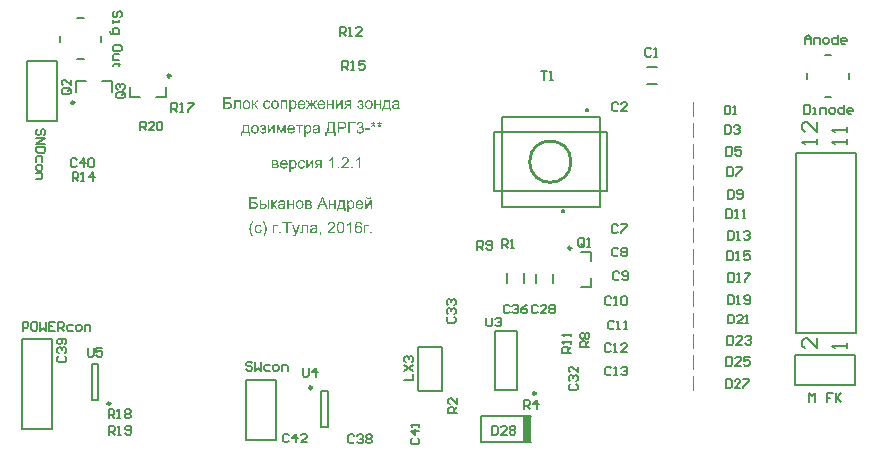
<source format=gto>
G04 Layer_Color=65535*
%FSLAX25Y25*%
%MOIN*%
G70*
G01*
G75*
%ADD49C,0.00984*%
%ADD50C,0.01000*%
%ADD51C,0.00787*%
%ADD52C,0.00394*%
%ADD53C,0.00591*%
%ADD54C,0.00800*%
%ADD55R,0.03150X0.08661*%
G36*
X105487Y85687D02*
X104908D01*
X104463Y86847D01*
X102849D01*
X102433Y85687D01*
X101896D01*
X103365Y89526D01*
X103914D01*
X105487Y85687D01*
D02*
G37*
G36*
X99138Y88466D02*
X99226Y88461D01*
X99321Y88453D01*
X99417Y88441D01*
X99513Y88424D01*
X99554Y88411D01*
X99592Y88399D01*
X99596D01*
X99600Y88395D01*
X99625Y88386D01*
X99663Y88370D01*
X99708Y88345D01*
X99758Y88312D01*
X99816Y88266D01*
X99875Y88216D01*
X99929Y88154D01*
X99933Y88145D01*
X99950Y88125D01*
X99975Y88087D01*
X99999Y88037D01*
X100024Y87975D01*
X100049Y87900D01*
X100066Y87821D01*
X100070Y87729D01*
Y87725D01*
Y87721D01*
Y87696D01*
X100066Y87659D01*
X100062Y87613D01*
X100049Y87555D01*
X100037Y87496D01*
X100016Y87438D01*
X99987Y87380D01*
X99983Y87371D01*
X99970Y87355D01*
X99954Y87330D01*
X99925Y87297D01*
X99891Y87255D01*
X99845Y87213D01*
X99796Y87172D01*
X99737Y87134D01*
X99742D01*
X99746Y87130D01*
X99771Y87122D01*
X99808Y87105D01*
X99850Y87080D01*
X99904Y87047D01*
X99958Y87001D01*
X100012Y86951D01*
X100062Y86889D01*
X100066Y86881D01*
X100083Y86856D01*
X100103Y86818D01*
X100128Y86768D01*
X100153Y86706D01*
X100174Y86631D01*
X100191Y86552D01*
X100195Y86461D01*
Y86456D01*
Y86444D01*
X100191Y86423D01*
X100187Y86394D01*
X100182Y86365D01*
X100174Y86327D01*
X100149Y86240D01*
X100112Y86144D01*
X100091Y86094D01*
X100062Y86045D01*
X100029Y85999D01*
X99995Y85953D01*
X99954Y85911D01*
X99908Y85874D01*
X99904D01*
X99896Y85866D01*
X99883Y85857D01*
X99862Y85845D01*
X99833Y85832D01*
X99804Y85816D01*
X99762Y85799D01*
X99721Y85782D01*
X99671Y85762D01*
X99617Y85745D01*
X99554Y85728D01*
X99488Y85716D01*
X99417Y85703D01*
X99338Y85695D01*
X99255Y85691D01*
X99167Y85687D01*
X97919D01*
Y88470D01*
X99101D01*
X99138Y88466D01*
D02*
G37*
G36*
X120171Y85687D02*
X119701D01*
Y87796D01*
X118391Y85687D01*
X117887D01*
Y88470D01*
X118358D01*
Y86344D01*
X119668Y88470D01*
X120171D01*
Y85687D01*
D02*
G37*
G36*
X110406Y118996D02*
X109935D01*
Y121105D01*
X108625Y118996D01*
X108122D01*
Y121779D01*
X108592D01*
Y119653D01*
X109902Y121779D01*
X110406D01*
Y118996D01*
D02*
G37*
G36*
X90253Y88528D02*
X90290D01*
X90369Y88520D01*
X90461Y88511D01*
X90556Y88495D01*
X90652Y88474D01*
X90739Y88445D01*
X90743D01*
X90748Y88441D01*
X90760Y88437D01*
X90777Y88428D01*
X90814Y88411D01*
X90864Y88386D01*
X90918Y88357D01*
X90972Y88320D01*
X91022Y88278D01*
X91068Y88233D01*
X91072Y88228D01*
X91085Y88212D01*
X91105Y88183D01*
X91126Y88145D01*
X91151Y88099D01*
X91176Y88045D01*
X91201Y87983D01*
X91218Y87912D01*
Y87908D01*
X91222Y87887D01*
X91226Y87858D01*
X91230Y87813D01*
X91234Y87754D01*
X91238Y87679D01*
Y87634D01*
X91243Y87588D01*
Y87538D01*
Y87480D01*
Y86852D01*
Y86843D01*
Y86822D01*
Y86789D01*
Y86747D01*
Y86693D01*
Y86635D01*
X91247Y86569D01*
Y86502D01*
X91251Y86361D01*
Y86290D01*
X91255Y86223D01*
X91259Y86161D01*
X91264Y86107D01*
X91268Y86057D01*
X91272Y86019D01*
Y86011D01*
X91276Y85990D01*
X91284Y85957D01*
X91297Y85911D01*
X91313Y85861D01*
X91334Y85807D01*
X91359Y85745D01*
X91388Y85687D01*
X90897D01*
X90893Y85695D01*
X90885Y85712D01*
X90872Y85745D01*
X90860Y85786D01*
X90843Y85836D01*
X90827Y85895D01*
X90814Y85961D01*
X90806Y86036D01*
X90802Y86032D01*
X90793Y86028D01*
X90781Y86015D01*
X90760Y85999D01*
X90735Y85982D01*
X90710Y85957D01*
X90644Y85911D01*
X90565Y85857D01*
X90481Y85803D01*
X90390Y85757D01*
X90298Y85716D01*
X90294D01*
X90286Y85712D01*
X90273Y85707D01*
X90257Y85703D01*
X90236Y85695D01*
X90207Y85687D01*
X90144Y85670D01*
X90065Y85653D01*
X89978Y85637D01*
X89882Y85628D01*
X89778Y85624D01*
X89733D01*
X89703Y85628D01*
X89666Y85633D01*
X89620Y85637D01*
X89570Y85641D01*
X89520Y85653D01*
X89404Y85678D01*
X89288Y85716D01*
X89233Y85741D01*
X89175Y85774D01*
X89125Y85807D01*
X89075Y85845D01*
X89071Y85849D01*
X89063Y85857D01*
X89055Y85870D01*
X89038Y85886D01*
X89017Y85907D01*
X88996Y85936D01*
X88976Y85965D01*
X88955Y86003D01*
X88909Y86082D01*
X88867Y86182D01*
X88851Y86236D01*
X88842Y86294D01*
X88834Y86357D01*
X88830Y86419D01*
Y86423D01*
Y86427D01*
Y86452D01*
X88834Y86494D01*
X88842Y86544D01*
X88851Y86602D01*
X88867Y86664D01*
X88892Y86727D01*
X88921Y86793D01*
X88925Y86802D01*
X88938Y86822D01*
X88959Y86852D01*
X88988Y86893D01*
X89021Y86935D01*
X89063Y86980D01*
X89109Y87022D01*
X89163Y87064D01*
X89171Y87068D01*
X89192Y87080D01*
X89221Y87101D01*
X89262Y87122D01*
X89312Y87147D01*
X89371Y87172D01*
X89437Y87197D01*
X89504Y87218D01*
X89512D01*
X89529Y87226D01*
X89562Y87230D01*
X89608Y87243D01*
X89666Y87251D01*
X89741Y87263D01*
X89824Y87276D01*
X89924Y87288D01*
X89932D01*
X89949Y87292D01*
X89978Y87297D01*
X90015Y87301D01*
X90065Y87309D01*
X90119Y87317D01*
X90178Y87326D01*
X90244Y87334D01*
X90381Y87359D01*
X90519Y87388D01*
X90585Y87405D01*
X90652Y87421D01*
X90710Y87438D01*
X90764Y87455D01*
Y87459D01*
Y87471D01*
Y87488D01*
X90768Y87505D01*
Y87546D01*
Y87563D01*
Y87575D01*
Y87580D01*
Y87588D01*
Y87604D01*
Y87621D01*
X90760Y87671D01*
X90752Y87733D01*
X90735Y87800D01*
X90710Y87866D01*
X90677Y87929D01*
X90631Y87979D01*
X90623Y87987D01*
X90614Y87995D01*
X90598Y88004D01*
X90577Y88016D01*
X90556Y88029D01*
X90498Y88062D01*
X90423Y88091D01*
X90332Y88116D01*
X90223Y88133D01*
X90099Y88141D01*
X90045D01*
X90015Y88137D01*
X89986D01*
X89912Y88129D01*
X89832Y88112D01*
X89753Y88091D01*
X89674Y88062D01*
X89608Y88025D01*
X89600Y88020D01*
X89583Y88004D01*
X89554Y87971D01*
X89520Y87929D01*
X89483Y87875D01*
X89441Y87800D01*
X89408Y87717D01*
X89391Y87667D01*
X89375Y87613D01*
X88913Y87675D01*
Y87679D01*
X88917Y87688D01*
X88921Y87704D01*
X88925Y87725D01*
X88934Y87750D01*
X88942Y87779D01*
X88963Y87846D01*
X88992Y87921D01*
X89025Y88000D01*
X89067Y88079D01*
X89117Y88149D01*
Y88154D01*
X89125Y88158D01*
X89146Y88178D01*
X89179Y88212D01*
X89225Y88253D01*
X89283Y88299D01*
X89354Y88345D01*
X89437Y88391D01*
X89533Y88432D01*
X89537D01*
X89545Y88437D01*
X89562Y88441D01*
X89583Y88449D01*
X89608Y88457D01*
X89637Y88466D01*
X89674Y88474D01*
X89716Y88482D01*
X89758Y88490D01*
X89807Y88499D01*
X89916Y88516D01*
X90036Y88528D01*
X90165Y88532D01*
X90223D01*
X90253Y88528D01*
D02*
G37*
G36*
X81845Y89073D02*
X79857D01*
Y87887D01*
X80855D01*
X80901Y87883D01*
X80951D01*
X81005Y87879D01*
X81067Y87875D01*
X81196Y87862D01*
X81329Y87846D01*
X81463Y87821D01*
X81525Y87804D01*
X81583Y87787D01*
X81587D01*
X81596Y87783D01*
X81612Y87775D01*
X81633Y87767D01*
X81658Y87758D01*
X81687Y87742D01*
X81758Y87704D01*
X81833Y87654D01*
X81912Y87592D01*
X81991Y87513D01*
X82066Y87421D01*
X82070Y87417D01*
X82074Y87409D01*
X82082Y87397D01*
X82095Y87376D01*
X82107Y87351D01*
X82124Y87317D01*
X82141Y87284D01*
X82157Y87243D01*
X82174Y87201D01*
X82191Y87151D01*
X82220Y87047D01*
X82240Y86926D01*
X82249Y86864D01*
Y86797D01*
Y86793D01*
Y86785D01*
Y86768D01*
Y86747D01*
X82245Y86723D01*
X82240Y86693D01*
X82232Y86623D01*
X82215Y86540D01*
X82195Y86448D01*
X82161Y86352D01*
X82116Y86257D01*
Y86252D01*
X82112Y86244D01*
X82103Y86232D01*
X82091Y86215D01*
X82061Y86169D01*
X82020Y86111D01*
X81966Y86045D01*
X81899Y85978D01*
X81820Y85907D01*
X81729Y85845D01*
X81725D01*
X81716Y85836D01*
X81700Y85832D01*
X81679Y85820D01*
X81650Y85807D01*
X81616Y85795D01*
X81571Y85782D01*
X81525Y85766D01*
X81467Y85749D01*
X81404Y85737D01*
X81329Y85724D01*
X81250Y85712D01*
X81163Y85703D01*
X81072Y85695D01*
X80967Y85687D01*
X79349D01*
Y89526D01*
X81845D01*
Y89073D01*
D02*
G37*
G36*
X116099Y88528D02*
X116136D01*
X116186Y88520D01*
X116240Y88511D01*
X116303Y88499D01*
X116369Y88486D01*
X116440Y88466D01*
X116510Y88441D01*
X116589Y88407D01*
X116664Y88370D01*
X116739Y88328D01*
X116814Y88274D01*
X116889Y88216D01*
X116956Y88149D01*
X116960Y88145D01*
X116972Y88133D01*
X116989Y88112D01*
X117010Y88079D01*
X117039Y88041D01*
X117068Y87995D01*
X117101Y87937D01*
X117134Y87875D01*
X117164Y87804D01*
X117197Y87725D01*
X117226Y87638D01*
X117255Y87542D01*
X117276Y87438D01*
X117293Y87326D01*
X117305Y87209D01*
X117309Y87085D01*
Y87076D01*
Y87055D01*
Y87014D01*
X117305Y86960D01*
X115229D01*
Y86955D01*
Y86939D01*
X115233Y86914D01*
X115237Y86885D01*
X115242Y86843D01*
X115250Y86802D01*
X115258Y86752D01*
X115271Y86698D01*
X115304Y86585D01*
X115350Y86465D01*
X115379Y86411D01*
X115408Y86352D01*
X115445Y86302D01*
X115487Y86252D01*
X115491Y86248D01*
X115500Y86244D01*
X115512Y86232D01*
X115529Y86215D01*
X115554Y86198D01*
X115579Y86178D01*
X115612Y86153D01*
X115649Y86132D01*
X115733Y86086D01*
X115832Y86049D01*
X115886Y86032D01*
X115945Y86024D01*
X116007Y86015D01*
X116069Y86011D01*
X116095D01*
X116111Y86015D01*
X116161Y86019D01*
X116224Y86028D01*
X116290Y86045D01*
X116365Y86069D01*
X116440Y86099D01*
X116510Y86144D01*
X116515D01*
X116519Y86153D01*
X116540Y86169D01*
X116573Y86203D01*
X116614Y86252D01*
X116660Y86311D01*
X116710Y86390D01*
X116760Y86481D01*
X116802Y86585D01*
X117293Y86523D01*
Y86519D01*
X117288Y86502D01*
X117280Y86481D01*
X117268Y86452D01*
X117255Y86415D01*
X117238Y86373D01*
X117218Y86327D01*
X117197Y86277D01*
X117139Y86173D01*
X117064Y86061D01*
X117018Y86007D01*
X116972Y85953D01*
X116922Y85903D01*
X116864Y85857D01*
X116860Y85853D01*
X116852Y85849D01*
X116831Y85836D01*
X116810Y85820D01*
X116777Y85803D01*
X116739Y85782D01*
X116698Y85762D01*
X116648Y85741D01*
X116594Y85720D01*
X116531Y85699D01*
X116469Y85678D01*
X116398Y85662D01*
X116323Y85645D01*
X116244Y85633D01*
X116157Y85628D01*
X116069Y85624D01*
X116045D01*
X116011Y85628D01*
X115970D01*
X115916Y85637D01*
X115857Y85645D01*
X115791Y85658D01*
X115720Y85670D01*
X115645Y85691D01*
X115566Y85716D01*
X115483Y85745D01*
X115404Y85782D01*
X115321Y85824D01*
X115246Y85874D01*
X115171Y85932D01*
X115100Y85999D01*
X115096Y86003D01*
X115084Y86015D01*
X115067Y86036D01*
X115046Y86069D01*
X115017Y86107D01*
X114988Y86153D01*
X114955Y86207D01*
X114926Y86269D01*
X114892Y86340D01*
X114859Y86419D01*
X114830Y86506D01*
X114801Y86602D01*
X114780Y86702D01*
X114763Y86810D01*
X114751Y86926D01*
X114747Y87051D01*
Y87059D01*
Y87080D01*
X114751Y87118D01*
Y87168D01*
X114759Y87226D01*
X114768Y87292D01*
X114776Y87371D01*
X114792Y87450D01*
X114809Y87538D01*
X114834Y87625D01*
X114863Y87717D01*
X114896Y87808D01*
X114938Y87896D01*
X114988Y87983D01*
X115042Y88066D01*
X115104Y88141D01*
X115109Y88145D01*
X115121Y88158D01*
X115142Y88178D01*
X115171Y88204D01*
X115204Y88233D01*
X115250Y88266D01*
X115300Y88299D01*
X115358Y88337D01*
X115421Y88374D01*
X115491Y88407D01*
X115570Y88441D01*
X115654Y88470D01*
X115745Y88495D01*
X115837Y88516D01*
X115941Y88528D01*
X116045Y88532D01*
X116069D01*
X116099Y88528D01*
D02*
G37*
G36*
X85905Y85687D02*
X85435D01*
Y88470D01*
X85905D01*
Y85687D01*
D02*
G37*
G36*
X83276Y87380D02*
X83925D01*
X83967Y87376D01*
X84017Y87371D01*
X84071Y87367D01*
X84133Y87359D01*
X84200Y87351D01*
X84345Y87326D01*
X84491Y87284D01*
X84566Y87259D01*
X84637Y87226D01*
X84703Y87193D01*
X84765Y87151D01*
X84770Y87147D01*
X84778Y87143D01*
X84795Y87126D01*
X84815Y87109D01*
X84840Y87089D01*
X84865Y87059D01*
X84895Y87026D01*
X84924Y86989D01*
X84953Y86947D01*
X84982Y86901D01*
X85007Y86847D01*
X85032Y86793D01*
X85053Y86735D01*
X85069Y86668D01*
X85078Y86602D01*
X85082Y86527D01*
Y86523D01*
Y86510D01*
Y86494D01*
X85078Y86469D01*
X85073Y86440D01*
X85069Y86402D01*
X85061Y86365D01*
X85048Y86323D01*
X85015Y86228D01*
X84994Y86178D01*
X84969Y86128D01*
X84940Y86078D01*
X84903Y86028D01*
X84861Y85978D01*
X84815Y85932D01*
X84811Y85928D01*
X84803Y85920D01*
X84786Y85911D01*
X84765Y85895D01*
X84736Y85874D01*
X84703Y85853D01*
X84662Y85832D01*
X84612Y85812D01*
X84557Y85786D01*
X84495Y85766D01*
X84429Y85745D01*
X84354Y85724D01*
X84271Y85707D01*
X84179Y85699D01*
X84083Y85691D01*
X83979Y85687D01*
X82806D01*
Y88470D01*
X83276D01*
Y87380D01*
D02*
G37*
G36*
X116458Y121837D02*
X116496Y121833D01*
X116537Y121829D01*
X116587Y121821D01*
X116637Y121812D01*
X116750Y121783D01*
X116808Y121763D01*
X116866Y121738D01*
X116924Y121708D01*
X116978Y121679D01*
X117033Y121638D01*
X117082Y121596D01*
X117087Y121592D01*
X117095Y121584D01*
X117107Y121571D01*
X117124Y121555D01*
X117141Y121529D01*
X117161Y121500D01*
X117186Y121467D01*
X117211Y121430D01*
X117257Y121346D01*
X117299Y121247D01*
X117311Y121193D01*
X117324Y121134D01*
X117332Y121076D01*
X117336Y121014D01*
Y121010D01*
Y120997D01*
Y120980D01*
X117332Y120955D01*
X117328Y120931D01*
X117320Y120897D01*
X117295Y120818D01*
X117278Y120776D01*
X117257Y120731D01*
X117228Y120685D01*
X117195Y120643D01*
X117157Y120598D01*
X117112Y120552D01*
X117062Y120510D01*
X117003Y120473D01*
X117008D01*
X117012Y120469D01*
X117037Y120452D01*
X117074Y120427D01*
X117120Y120394D01*
X117170Y120352D01*
X117224Y120302D01*
X117274Y120244D01*
X117315Y120182D01*
X117320Y120173D01*
X117332Y120152D01*
X117349Y120115D01*
X117369Y120065D01*
X117390Y120007D01*
X117407Y119936D01*
X117419Y119861D01*
X117423Y119774D01*
Y119770D01*
Y119757D01*
Y119737D01*
X117419Y119712D01*
X117415Y119678D01*
X117411Y119645D01*
X117403Y119603D01*
X117390Y119558D01*
X117357Y119462D01*
X117336Y119412D01*
X117307Y119358D01*
X117278Y119308D01*
X117241Y119258D01*
X117199Y119212D01*
X117149Y119167D01*
X117145Y119162D01*
X117137Y119158D01*
X117120Y119146D01*
X117099Y119129D01*
X117070Y119113D01*
X117037Y119092D01*
X116995Y119071D01*
X116949Y119050D01*
X116899Y119029D01*
X116841Y119009D01*
X116779Y118988D01*
X116712Y118971D01*
X116637Y118955D01*
X116558Y118942D01*
X116475Y118938D01*
X116388Y118934D01*
X116346D01*
X116325Y118938D01*
X116300D01*
X116238Y118946D01*
X116163Y118959D01*
X116080Y118979D01*
X115988Y119004D01*
X115893Y119038D01*
X115797Y119083D01*
X115701Y119142D01*
X115606Y119208D01*
X115522Y119291D01*
X115443Y119387D01*
X115406Y119441D01*
X115377Y119499D01*
X115348Y119562D01*
X115323Y119628D01*
X115302Y119703D01*
X115285Y119778D01*
X115726Y119874D01*
Y119870D01*
X115730Y119861D01*
X115735Y119849D01*
X115739Y119828D01*
X115755Y119782D01*
X115780Y119720D01*
X115809Y119653D01*
X115851Y119583D01*
X115905Y119516D01*
X115968Y119458D01*
X115972D01*
X115976Y119454D01*
X116001Y119437D01*
X116038Y119412D01*
X116092Y119387D01*
X116155Y119358D01*
X116226Y119337D01*
X116309Y119320D01*
X116396Y119312D01*
X116421D01*
X116438Y119316D01*
X116479Y119320D01*
X116533Y119329D01*
X116596Y119345D01*
X116662Y119370D01*
X116729Y119400D01*
X116791Y119445D01*
X116799Y119454D01*
X116816Y119470D01*
X116841Y119499D01*
X116874Y119537D01*
X116903Y119587D01*
X116929Y119649D01*
X116945Y119716D01*
X116953Y119791D01*
Y119799D01*
Y119820D01*
X116949Y119849D01*
X116941Y119886D01*
X116929Y119932D01*
X116912Y119978D01*
X116887Y120028D01*
X116854Y120073D01*
X116850Y120078D01*
X116837Y120094D01*
X116816Y120115D01*
X116791Y120136D01*
X116758Y120165D01*
X116720Y120186D01*
X116679Y120207D01*
X116637Y120223D01*
X116633D01*
X116616Y120227D01*
X116587Y120232D01*
X116546Y120240D01*
X116488Y120244D01*
X116417Y120248D01*
X116334Y120252D01*
X116126D01*
Y120623D01*
X116226D01*
X116288Y120627D01*
X116354D01*
X116421Y120631D01*
X116479Y120635D01*
X116508Y120639D01*
X116529Y120643D01*
X116533D01*
X116550Y120648D01*
X116571Y120656D01*
X116596Y120668D01*
X116629Y120685D01*
X116666Y120706D01*
X116700Y120735D01*
X116737Y120768D01*
X116741Y120772D01*
X116754Y120789D01*
X116770Y120810D01*
X116787Y120843D01*
X116804Y120880D01*
X116820Y120926D01*
X116833Y120976D01*
X116837Y121035D01*
Y121039D01*
Y121043D01*
Y121068D01*
X116829Y121101D01*
X116820Y121143D01*
X116804Y121193D01*
X116783Y121242D01*
X116750Y121292D01*
X116708Y121338D01*
X116704Y121342D01*
X116683Y121355D01*
X116658Y121376D01*
X116621Y121396D01*
X116571Y121417D01*
X116517Y121438D01*
X116450Y121450D01*
X116379Y121455D01*
X116363D01*
X116342Y121450D01*
X116313Y121446D01*
X116284Y121442D01*
X116246Y121430D01*
X116205Y121417D01*
X116159Y121396D01*
X116113Y121371D01*
X116067Y121338D01*
X116022Y121301D01*
X115976Y121255D01*
X115934Y121201D01*
X115893Y121139D01*
X115855Y121068D01*
X115822Y120984D01*
X115373Y121059D01*
Y121064D01*
X115377Y121068D01*
X115385Y121093D01*
X115398Y121130D01*
X115418Y121180D01*
X115447Y121242D01*
X115481Y121309D01*
X115527Y121376D01*
X115577Y121450D01*
X115639Y121525D01*
X115710Y121596D01*
X115793Y121659D01*
X115889Y121721D01*
X115992Y121771D01*
X116109Y121808D01*
X116238Y121833D01*
X116309Y121837D01*
X116384Y121842D01*
X116425D01*
X116458Y121837D01*
D02*
G37*
G36*
X80612Y81457D02*
X80603Y81436D01*
X80587Y81411D01*
X80566Y81374D01*
X80537Y81328D01*
X80508Y81278D01*
X80479Y81220D01*
X80445Y81162D01*
X80375Y81033D01*
X80304Y80904D01*
X80271Y80841D01*
X80242Y80783D01*
X80217Y80729D01*
X80196Y80683D01*
Y80679D01*
X80187Y80667D01*
X80179Y80646D01*
X80171Y80621D01*
X80158Y80588D01*
X80142Y80550D01*
X80125Y80504D01*
X80104Y80454D01*
X80088Y80400D01*
X80067Y80342D01*
X80025Y80213D01*
X79984Y80076D01*
X79946Y79930D01*
Y79926D01*
X79942Y79909D01*
X79938Y79880D01*
X79930Y79847D01*
X79921Y79801D01*
X79909Y79747D01*
X79900Y79689D01*
X79892Y79622D01*
X79880Y79552D01*
X79871Y79473D01*
X79859Y79394D01*
X79851Y79306D01*
X79838Y79127D01*
X79834Y78944D01*
Y78940D01*
Y78932D01*
Y78911D01*
Y78886D01*
X79838Y78857D01*
Y78820D01*
X79842Y78778D01*
X79846Y78728D01*
X79851Y78674D01*
X79859Y78616D01*
X79867Y78549D01*
X79875Y78478D01*
X79888Y78404D01*
X79900Y78329D01*
X79934Y78158D01*
X79971Y77975D01*
X80025Y77775D01*
X80088Y77567D01*
X80163Y77351D01*
X80254Y77131D01*
X80358Y76898D01*
X80416Y76781D01*
X80479Y76665D01*
X80545Y76548D01*
X80616Y76432D01*
X80279D01*
X80275Y76436D01*
X80262Y76452D01*
X80242Y76482D01*
X80212Y76519D01*
X80179Y76565D01*
X80142Y76623D01*
X80096Y76690D01*
X80050Y76760D01*
X80000Y76844D01*
X79946Y76931D01*
X79892Y77026D01*
X79834Y77126D01*
X79780Y77235D01*
X79726Y77347D01*
X79672Y77463D01*
X79618Y77584D01*
X79613Y77592D01*
X79605Y77613D01*
X79593Y77650D01*
X79576Y77696D01*
X79555Y77759D01*
X79534Y77829D01*
X79509Y77913D01*
X79484Y78000D01*
X79460Y78100D01*
X79435Y78208D01*
X79414Y78320D01*
X79393Y78437D01*
X79376Y78562D01*
X79364Y78686D01*
X79355Y78815D01*
X79351Y78948D01*
Y78957D01*
Y78978D01*
Y79011D01*
X79355Y79053D01*
Y79111D01*
X79364Y79173D01*
X79368Y79248D01*
X79376Y79331D01*
X79389Y79418D01*
X79401Y79510D01*
X79418Y79610D01*
X79435Y79714D01*
X79484Y79922D01*
X79518Y80030D01*
X79551Y80138D01*
X79555Y80146D01*
X79563Y80167D01*
X79576Y80205D01*
X79597Y80255D01*
X79622Y80313D01*
X79651Y80384D01*
X79688Y80463D01*
X79730Y80554D01*
X79776Y80650D01*
X79830Y80754D01*
X79892Y80862D01*
X79954Y80979D01*
X80029Y81095D01*
X80104Y81216D01*
X80187Y81336D01*
X80279Y81461D01*
X80616D01*
X80612Y81457D01*
D02*
G37*
G36*
X119839Y89489D02*
Y89481D01*
X119834Y89460D01*
X119830Y89439D01*
X119822Y89410D01*
X119814Y89381D01*
X119793Y89306D01*
X119759Y89227D01*
X119718Y89144D01*
X119664Y89060D01*
X119597Y88990D01*
X119593D01*
X119589Y88981D01*
X119576Y88973D01*
X119560Y88961D01*
X119539Y88948D01*
X119518Y88936D01*
X119456Y88902D01*
X119381Y88869D01*
X119289Y88844D01*
X119185Y88823D01*
X119065Y88815D01*
X119031D01*
X119011Y88819D01*
X118982D01*
X118948Y88823D01*
X118873Y88836D01*
X118786Y88857D01*
X118694Y88886D01*
X118607Y88927D01*
X118528Y88986D01*
X118524Y88990D01*
X118520Y88994D01*
X118495Y89019D01*
X118462Y89060D01*
X118424Y89114D01*
X118383Y89185D01*
X118345Y89273D01*
X118312Y89377D01*
X118291Y89493D01*
X118611D01*
Y89485D01*
X118620Y89464D01*
X118628Y89431D01*
X118640Y89393D01*
X118661Y89352D01*
X118686Y89306D01*
X118715Y89264D01*
X118753Y89227D01*
X118757Y89223D01*
X118773Y89214D01*
X118798Y89198D01*
X118832Y89185D01*
X118873Y89169D01*
X118923Y89152D01*
X118982Y89144D01*
X119048Y89139D01*
X119081D01*
X119123Y89144D01*
X119169Y89152D01*
X119219Y89160D01*
X119273Y89173D01*
X119323Y89194D01*
X119368Y89223D01*
X119373Y89227D01*
X119385Y89239D01*
X119406Y89260D01*
X119431Y89289D01*
X119456Y89327D01*
X119481Y89372D01*
X119501Y89426D01*
X119518Y89493D01*
X119839D01*
Y89489D01*
D02*
G37*
G36*
X103296Y77559D02*
Y77555D01*
Y77547D01*
Y77530D01*
Y77509D01*
X103292Y77484D01*
Y77455D01*
X103284Y77389D01*
X103271Y77314D01*
X103251Y77235D01*
X103226Y77156D01*
X103188Y77081D01*
X103184Y77072D01*
X103167Y77052D01*
X103142Y77018D01*
X103109Y76977D01*
X103063Y76931D01*
X103005Y76885D01*
X102934Y76839D01*
X102855Y76798D01*
X102726Y76997D01*
X102735Y77002D01*
X102751Y77010D01*
X102776Y77026D01*
X102810Y77047D01*
X102847Y77077D01*
X102884Y77110D01*
X102918Y77147D01*
X102947Y77193D01*
X102951Y77197D01*
X102959Y77218D01*
X102972Y77247D01*
X102984Y77289D01*
X102997Y77338D01*
X103009Y77401D01*
X103022Y77476D01*
X103026Y77559D01*
X102760D01*
Y78096D01*
X103296D01*
Y77559D01*
D02*
G37*
G36*
X84160Y81453D02*
X84177Y81432D01*
X84202Y81394D01*
X84235Y81349D01*
X84277Y81291D01*
X84323Y81220D01*
X84377Y81137D01*
X84431Y81049D01*
X84489Y80954D01*
X84547Y80850D01*
X84610Y80741D01*
X84668Y80625D01*
X84780Y80388D01*
X84834Y80263D01*
X84880Y80138D01*
X84884Y80130D01*
X84888Y80113D01*
X84901Y80080D01*
X84913Y80038D01*
X84926Y79988D01*
X84947Y79926D01*
X84963Y79855D01*
X84984Y79776D01*
X85001Y79689D01*
X85021Y79597D01*
X85038Y79498D01*
X85050Y79398D01*
X85067Y79290D01*
X85075Y79177D01*
X85080Y79065D01*
X85084Y78948D01*
Y78940D01*
Y78915D01*
Y78878D01*
X85080Y78828D01*
X85075Y78765D01*
X85071Y78690D01*
X85063Y78607D01*
X85050Y78512D01*
X85034Y78412D01*
X85017Y78304D01*
X84996Y78191D01*
X84967Y78075D01*
X84938Y77954D01*
X84901Y77829D01*
X84859Y77709D01*
X84809Y77584D01*
X84805Y77576D01*
X84797Y77555D01*
X84780Y77522D01*
X84759Y77472D01*
X84734Y77418D01*
X84705Y77351D01*
X84668Y77276D01*
X84626Y77193D01*
X84580Y77106D01*
X84531Y77014D01*
X84418Y76823D01*
X84293Y76623D01*
X84156Y76432D01*
X83819D01*
X83823Y76436D01*
X83827Y76444D01*
X83840Y76465D01*
X83852Y76490D01*
X83869Y76519D01*
X83890Y76556D01*
X83915Y76598D01*
X83940Y76648D01*
X83969Y76702D01*
X84002Y76760D01*
X84031Y76827D01*
X84069Y76893D01*
X84102Y76968D01*
X84135Y77047D01*
X84210Y77214D01*
X84285Y77401D01*
X84356Y77596D01*
X84418Y77804D01*
X84481Y78021D01*
X84531Y78245D01*
X84568Y78474D01*
X84593Y78707D01*
X84597Y78828D01*
X84601Y78944D01*
Y78948D01*
Y78965D01*
Y78994D01*
Y79027D01*
X84597Y79073D01*
Y79127D01*
X84593Y79186D01*
X84589Y79252D01*
X84580Y79323D01*
X84572Y79398D01*
X84564Y79481D01*
X84551Y79564D01*
X84522Y79739D01*
X84485Y79922D01*
Y79926D01*
X84481Y79939D01*
X84476Y79959D01*
X84468Y79988D01*
X84460Y80022D01*
X84447Y80063D01*
X84435Y80113D01*
X84422Y80163D01*
X84406Y80217D01*
X84385Y80280D01*
X84343Y80405D01*
X84293Y80538D01*
X84239Y80675D01*
Y80679D01*
X84235Y80687D01*
X84227Y80700D01*
X84219Y80721D01*
X84206Y80746D01*
X84189Y80779D01*
X84169Y80816D01*
X84148Y80862D01*
X84123Y80912D01*
X84089Y80970D01*
X84056Y81033D01*
X84019Y81103D01*
X83977Y81182D01*
X83927Y81270D01*
X83877Y81361D01*
X83819Y81461D01*
X84156D01*
X84160Y81453D01*
D02*
G37*
G36*
X113212Y88528D02*
X113245D01*
X113282Y88524D01*
X113320Y88516D01*
X113365Y88507D01*
X113465Y88486D01*
X113569Y88453D01*
X113678Y88407D01*
X113732Y88378D01*
X113781Y88345D01*
X113786D01*
X113794Y88337D01*
X113806Y88324D01*
X113827Y88312D01*
X113877Y88270D01*
X113935Y88212D01*
X114002Y88137D01*
X114073Y88050D01*
X114135Y87946D01*
X114193Y87829D01*
Y87825D01*
X114198Y87813D01*
X114206Y87796D01*
X114214Y87771D01*
X114227Y87742D01*
X114239Y87704D01*
X114252Y87659D01*
X114264Y87613D01*
X114277Y87559D01*
X114289Y87505D01*
X114314Y87380D01*
X114331Y87243D01*
X114335Y87097D01*
Y87093D01*
Y87076D01*
Y87055D01*
X114331Y87026D01*
Y86989D01*
X114327Y86943D01*
X114322Y86893D01*
X114314Y86839D01*
X114297Y86723D01*
X114268Y86594D01*
X114231Y86461D01*
X114181Y86327D01*
Y86323D01*
X114173Y86311D01*
X114164Y86294D01*
X114152Y86273D01*
X114135Y86244D01*
X114119Y86211D01*
X114069Y86136D01*
X114006Y86049D01*
X113927Y85961D01*
X113840Y85878D01*
X113736Y85803D01*
X113732D01*
X113723Y85795D01*
X113707Y85786D01*
X113686Y85774D01*
X113657Y85762D01*
X113628Y85745D01*
X113590Y85733D01*
X113549Y85716D01*
X113457Y85683D01*
X113353Y85653D01*
X113241Y85633D01*
X113182Y85628D01*
X113120Y85624D01*
X113078D01*
X113037Y85628D01*
X112979Y85637D01*
X112912Y85649D01*
X112841Y85666D01*
X112767Y85687D01*
X112696Y85720D01*
X112687Y85724D01*
X112667Y85737D01*
X112629Y85762D01*
X112588Y85791D01*
X112538Y85824D01*
X112488Y85870D01*
X112438Y85920D01*
X112392Y85974D01*
Y84622D01*
X111922D01*
Y88470D01*
X112350D01*
Y88108D01*
X112359Y88112D01*
X112375Y88137D01*
X112409Y88178D01*
X112450Y88224D01*
X112500Y88274D01*
X112558Y88328D01*
X112621Y88378D01*
X112692Y88424D01*
X112696D01*
X112700Y88428D01*
X112725Y88441D01*
X112767Y88457D01*
X112821Y88478D01*
X112887Y88499D01*
X112966Y88516D01*
X113058Y88528D01*
X113153Y88532D01*
X113187D01*
X113212Y88528D01*
D02*
G37*
G36*
X94221Y85687D02*
X93751D01*
Y86922D01*
X92445D01*
Y85687D01*
X91975D01*
Y88470D01*
X92445D01*
Y87309D01*
X93751D01*
Y88470D01*
X94221D01*
Y85687D01*
D02*
G37*
G36*
X88572Y88079D02*
X88439Y88083D01*
X88410D01*
X88376Y88079D01*
X88339Y88074D01*
X88297Y88070D01*
X88260Y88058D01*
X88227Y88045D01*
X88202Y88025D01*
X88197Y88020D01*
X88189Y88012D01*
X88177Y87991D01*
X88160Y87962D01*
X88135Y87916D01*
X88123Y87887D01*
X88106Y87858D01*
X88089Y87821D01*
X88073Y87779D01*
X88052Y87733D01*
X88031Y87683D01*
Y87679D01*
X88027Y87671D01*
X88019Y87659D01*
X88015Y87638D01*
X87994Y87592D01*
X87965Y87534D01*
X87936Y87471D01*
X87902Y87409D01*
X87865Y87351D01*
X87831Y87305D01*
X87827Y87301D01*
X87815Y87288D01*
X87794Y87268D01*
X87765Y87243D01*
X87727Y87213D01*
X87682Y87180D01*
X87624Y87147D01*
X87561Y87114D01*
X87565D01*
X87573Y87109D01*
X87590Y87101D01*
X87615Y87093D01*
X87640Y87080D01*
X87673Y87064D01*
X87711Y87039D01*
X87748Y87014D01*
X87794Y86980D01*
X87840Y86939D01*
X87890Y86893D01*
X87940Y86839D01*
X87994Y86781D01*
X88048Y86710D01*
X88102Y86635D01*
X88156Y86548D01*
X88676Y85687D01*
X88156D01*
X87648Y86544D01*
Y86548D01*
X87640Y86556D01*
X87632Y86569D01*
X87624Y86585D01*
X87594Y86631D01*
X87557Y86685D01*
X87515Y86743D01*
X87470Y86802D01*
X87424Y86852D01*
X87399Y86872D01*
X87378Y86889D01*
X87374Y86893D01*
X87357Y86901D01*
X87332Y86914D01*
X87303Y86931D01*
X87261Y86947D01*
X87216Y86960D01*
X87166Y86968D01*
X87108Y86972D01*
Y85687D01*
X86638D01*
Y88470D01*
X87108D01*
Y87268D01*
X87145D01*
X87182Y87272D01*
X87232Y87280D01*
X87282Y87288D01*
X87332Y87301D01*
X87382Y87322D01*
X87420Y87351D01*
X87424Y87355D01*
X87436Y87371D01*
X87445Y87384D01*
X87457Y87401D01*
X87470Y87421D01*
X87486Y87446D01*
X87507Y87476D01*
X87524Y87513D01*
X87549Y87555D01*
X87569Y87600D01*
X87599Y87654D01*
X87624Y87713D01*
X87653Y87779D01*
X87686Y87854D01*
Y87858D01*
X87694Y87871D01*
X87698Y87887D01*
X87711Y87908D01*
X87723Y87933D01*
X87736Y87966D01*
X87769Y88033D01*
X87802Y88108D01*
X87844Y88178D01*
X87881Y88241D01*
X87898Y88270D01*
X87915Y88291D01*
X87919Y88295D01*
X87931Y88307D01*
X87948Y88324D01*
X87973Y88349D01*
X88002Y88370D01*
X88035Y88395D01*
X88073Y88416D01*
X88114Y88432D01*
X88118D01*
X88135Y88437D01*
X88164Y88445D01*
X88202Y88453D01*
X88252Y88457D01*
X88314Y88466D01*
X88389Y88470D01*
X88572D01*
Y88079D01*
D02*
G37*
G36*
X128306Y121837D02*
X128343D01*
X128423Y121829D01*
X128514Y121821D01*
X128610Y121804D01*
X128705Y121783D01*
X128793Y121754D01*
X128797D01*
X128801Y121750D01*
X128814Y121746D01*
X128830Y121738D01*
X128868Y121721D01*
X128918Y121696D01*
X128972Y121667D01*
X129026Y121629D01*
X129076Y121588D01*
X129121Y121542D01*
X129126Y121538D01*
X129138Y121521D01*
X129159Y121492D01*
X129180Y121455D01*
X129205Y121409D01*
X129230Y121355D01*
X129255Y121292D01*
X129271Y121222D01*
Y121218D01*
X129275Y121197D01*
X129279Y121168D01*
X129284Y121122D01*
X129288Y121064D01*
X129292Y120989D01*
Y120943D01*
X129296Y120897D01*
Y120847D01*
Y120789D01*
Y120161D01*
Y120152D01*
Y120132D01*
Y120098D01*
Y120057D01*
Y120003D01*
Y119945D01*
X129300Y119878D01*
Y119811D01*
X129305Y119670D01*
Y119599D01*
X129309Y119533D01*
X129313Y119470D01*
X129317Y119416D01*
X129321Y119366D01*
X129325Y119329D01*
Y119320D01*
X129329Y119300D01*
X129338Y119266D01*
X129350Y119221D01*
X129367Y119171D01*
X129388Y119117D01*
X129413Y119054D01*
X129442Y118996D01*
X128951D01*
X128947Y119004D01*
X128938Y119021D01*
X128926Y119054D01*
X128913Y119096D01*
X128897Y119146D01*
X128880Y119204D01*
X128868Y119271D01*
X128859Y119345D01*
X128855Y119341D01*
X128847Y119337D01*
X128834Y119325D01*
X128814Y119308D01*
X128789Y119291D01*
X128764Y119266D01*
X128697Y119221D01*
X128618Y119167D01*
X128535Y119113D01*
X128443Y119067D01*
X128352Y119025D01*
X128348D01*
X128339Y119021D01*
X128327Y119017D01*
X128310Y119013D01*
X128289Y119004D01*
X128260Y118996D01*
X128198Y118979D01*
X128119Y118963D01*
X128032Y118946D01*
X127936Y118938D01*
X127832Y118934D01*
X127786D01*
X127757Y118938D01*
X127719Y118942D01*
X127674Y118946D01*
X127624Y118950D01*
X127574Y118963D01*
X127457Y118988D01*
X127341Y119025D01*
X127287Y119050D01*
X127229Y119083D01*
X127179Y119117D01*
X127129Y119154D01*
X127125Y119158D01*
X127116Y119167D01*
X127108Y119179D01*
X127091Y119196D01*
X127071Y119217D01*
X127050Y119246D01*
X127029Y119275D01*
X127008Y119312D01*
X126962Y119391D01*
X126921Y119491D01*
X126904Y119545D01*
X126896Y119603D01*
X126888Y119666D01*
X126883Y119728D01*
Y119732D01*
Y119737D01*
Y119762D01*
X126888Y119803D01*
X126896Y119853D01*
X126904Y119911D01*
X126921Y119974D01*
X126946Y120036D01*
X126975Y120103D01*
X126979Y120111D01*
X126991Y120132D01*
X127012Y120161D01*
X127041Y120203D01*
X127075Y120244D01*
X127116Y120290D01*
X127162Y120331D01*
X127216Y120373D01*
X127225Y120377D01*
X127245Y120390D01*
X127274Y120411D01*
X127316Y120431D01*
X127366Y120456D01*
X127424Y120481D01*
X127491Y120506D01*
X127557Y120527D01*
X127566D01*
X127582Y120535D01*
X127615Y120539D01*
X127661Y120552D01*
X127719Y120560D01*
X127794Y120573D01*
X127878Y120585D01*
X127977Y120598D01*
X127986D01*
X128002Y120602D01*
X128032Y120606D01*
X128069Y120610D01*
X128119Y120618D01*
X128173Y120627D01*
X128231Y120635D01*
X128298Y120643D01*
X128435Y120668D01*
X128572Y120697D01*
X128639Y120714D01*
X128705Y120731D01*
X128764Y120747D01*
X128818Y120764D01*
Y120768D01*
Y120781D01*
Y120797D01*
X128822Y120814D01*
Y120856D01*
Y120872D01*
Y120885D01*
Y120889D01*
Y120897D01*
Y120914D01*
Y120931D01*
X128814Y120980D01*
X128805Y121043D01*
X128789Y121109D01*
X128764Y121176D01*
X128730Y121238D01*
X128685Y121288D01*
X128676Y121297D01*
X128668Y121305D01*
X128651Y121313D01*
X128631Y121326D01*
X128610Y121338D01*
X128551Y121371D01*
X128477Y121400D01*
X128385Y121425D01*
X128277Y121442D01*
X128152Y121450D01*
X128098D01*
X128069Y121446D01*
X128040D01*
X127965Y121438D01*
X127886Y121421D01*
X127807Y121400D01*
X127728Y121371D01*
X127661Y121334D01*
X127653Y121330D01*
X127636Y121313D01*
X127607Y121280D01*
X127574Y121238D01*
X127536Y121184D01*
X127495Y121109D01*
X127462Y121026D01*
X127445Y120976D01*
X127428Y120922D01*
X126967Y120984D01*
Y120989D01*
X126971Y120997D01*
X126975Y121014D01*
X126979Y121035D01*
X126987Y121059D01*
X126996Y121089D01*
X127016Y121155D01*
X127046Y121230D01*
X127079Y121309D01*
X127120Y121388D01*
X127170Y121459D01*
Y121463D01*
X127179Y121467D01*
X127199Y121488D01*
X127233Y121521D01*
X127279Y121563D01*
X127337Y121608D01*
X127408Y121654D01*
X127491Y121700D01*
X127586Y121742D01*
X127591D01*
X127599Y121746D01*
X127615Y121750D01*
X127636Y121758D01*
X127661Y121767D01*
X127690Y121775D01*
X127728Y121783D01*
X127769Y121792D01*
X127811Y121800D01*
X127861Y121808D01*
X127969Y121825D01*
X128090Y121837D01*
X128219Y121842D01*
X128277D01*
X128306Y121837D01*
D02*
G37*
G36*
X108082Y85687D02*
X107612D01*
Y86922D01*
X106306D01*
Y85687D01*
X105836D01*
Y88470D01*
X106306D01*
Y87309D01*
X107612D01*
Y88470D01*
X108082D01*
Y85687D01*
D02*
G37*
G36*
X109346Y99114D02*
X108809D01*
Y99651D01*
X109346D01*
Y99114D01*
D02*
G37*
G36*
X107336D02*
X106866D01*
Y102113D01*
X106858Y102105D01*
X106837Y102084D01*
X106800Y102055D01*
X106746Y102014D01*
X106683Y101964D01*
X106604Y101910D01*
X106517Y101851D01*
X106417Y101789D01*
X106413D01*
X106405Y101781D01*
X106392Y101772D01*
X106371Y101764D01*
X106346Y101748D01*
X106317Y101735D01*
X106251Y101698D01*
X106176Y101660D01*
X106093Y101619D01*
X106005Y101581D01*
X105922Y101548D01*
Y102001D01*
X105926Y102005D01*
X105939Y102009D01*
X105959Y102022D01*
X105989Y102034D01*
X106022Y102051D01*
X106063Y102076D01*
X106109Y102101D01*
X106155Y102126D01*
X106263Y102193D01*
X106380Y102272D01*
X106500Y102355D01*
X106613Y102451D01*
X106617Y102455D01*
X106625Y102463D01*
X106642Y102476D01*
X106662Y102496D01*
X106683Y102521D01*
X106712Y102546D01*
X106775Y102617D01*
X106846Y102692D01*
X106916Y102779D01*
X106979Y102871D01*
X107033Y102966D01*
X107336D01*
Y99114D01*
D02*
G37*
G36*
X113818D02*
X113281D01*
Y99651D01*
X113818D01*
Y99114D01*
D02*
G37*
G36*
X111397Y102962D02*
X111442Y102958D01*
X111496Y102950D01*
X111559Y102941D01*
X111621Y102929D01*
X111692Y102912D01*
X111763Y102892D01*
X111838Y102866D01*
X111908Y102837D01*
X111983Y102800D01*
X112054Y102758D01*
X112120Y102713D01*
X112183Y102658D01*
X112187Y102654D01*
X112195Y102646D01*
X112212Y102625D01*
X112233Y102604D01*
X112258Y102575D01*
X112287Y102538D01*
X112316Y102496D01*
X112345Y102446D01*
X112374Y102396D01*
X112403Y102338D01*
X112433Y102276D01*
X112457Y102209D01*
X112478Y102134D01*
X112495Y102059D01*
X112503Y101980D01*
X112507Y101897D01*
Y101893D01*
Y101889D01*
Y101876D01*
Y101860D01*
X112503Y101814D01*
X112495Y101756D01*
X112482Y101685D01*
X112466Y101610D01*
X112445Y101527D01*
X112412Y101444D01*
Y101440D01*
X112408Y101435D01*
X112403Y101423D01*
X112395Y101406D01*
X112370Y101361D01*
X112337Y101302D01*
X112291Y101232D01*
X112237Y101153D01*
X112174Y101069D01*
X112095Y100978D01*
X112091Y100974D01*
X112087Y100965D01*
X112071Y100953D01*
X112054Y100932D01*
X112029Y100907D01*
X112000Y100878D01*
X111967Y100841D01*
X111925Y100803D01*
X111875Y100757D01*
X111821Y100707D01*
X111763Y100649D01*
X111696Y100591D01*
X111625Y100524D01*
X111546Y100458D01*
X111459Y100383D01*
X111367Y100304D01*
X111363Y100300D01*
X111351Y100287D01*
X111326Y100271D01*
X111301Y100246D01*
X111264Y100217D01*
X111226Y100183D01*
X111139Y100108D01*
X111047Y100029D01*
X110960Y99946D01*
X110918Y99909D01*
X110881Y99875D01*
X110847Y99842D01*
X110822Y99817D01*
X110818Y99813D01*
X110802Y99796D01*
X110781Y99771D01*
X110752Y99738D01*
X110719Y99701D01*
X110685Y99659D01*
X110619Y99568D01*
X112512D01*
Y99114D01*
X109970D01*
Y99123D01*
Y99143D01*
Y99177D01*
X109974Y99218D01*
X109978Y99268D01*
X109991Y99322D01*
X110003Y99380D01*
X110024Y99439D01*
Y99443D01*
X110028Y99451D01*
X110032Y99464D01*
X110040Y99484D01*
X110053Y99505D01*
X110065Y99534D01*
X110099Y99601D01*
X110140Y99680D01*
X110194Y99767D01*
X110257Y99859D01*
X110332Y99950D01*
X110336Y99954D01*
X110340Y99963D01*
X110353Y99975D01*
X110373Y99996D01*
X110394Y100017D01*
X110423Y100046D01*
X110452Y100079D01*
X110490Y100117D01*
X110531Y100158D01*
X110577Y100200D01*
X110627Y100250D01*
X110685Y100300D01*
X110743Y100354D01*
X110810Y100408D01*
X110877Y100466D01*
X110951Y100529D01*
X110960Y100533D01*
X110981Y100554D01*
X111010Y100578D01*
X111051Y100616D01*
X111101Y100657D01*
X111160Y100707D01*
X111226Y100761D01*
X111293Y100824D01*
X111434Y100953D01*
X111571Y101090D01*
X111638Y101157D01*
X111700Y101223D01*
X111754Y101286D01*
X111800Y101344D01*
X111804Y101348D01*
X111809Y101356D01*
X111821Y101373D01*
X111833Y101394D01*
X111854Y101423D01*
X111871Y101452D01*
X111913Y101527D01*
X111954Y101614D01*
X111992Y101710D01*
X112016Y101810D01*
X112021Y101860D01*
X112025Y101910D01*
Y101914D01*
Y101922D01*
Y101939D01*
X112021Y101955D01*
Y101980D01*
X112012Y102009D01*
X112000Y102072D01*
X111975Y102147D01*
X111937Y102226D01*
X111917Y102267D01*
X111888Y102305D01*
X111858Y102342D01*
X111821Y102380D01*
X111817Y102384D01*
X111813Y102388D01*
X111800Y102396D01*
X111784Y102409D01*
X111763Y102426D01*
X111738Y102442D01*
X111679Y102480D01*
X111600Y102513D01*
X111513Y102546D01*
X111409Y102567D01*
X111351Y102575D01*
X111259D01*
X111234Y102571D01*
X111205D01*
X111172Y102563D01*
X111097Y102550D01*
X111010Y102525D01*
X110918Y102488D01*
X110872Y102463D01*
X110827Y102438D01*
X110785Y102405D01*
X110743Y102367D01*
X110739Y102363D01*
X110735Y102359D01*
X110727Y102347D01*
X110710Y102330D01*
X110698Y102309D01*
X110681Y102284D01*
X110660Y102255D01*
X110644Y102222D01*
X110623Y102184D01*
X110606Y102143D01*
X110573Y102043D01*
X110548Y101935D01*
X110544Y101872D01*
X110540Y101806D01*
X110057Y101856D01*
Y101864D01*
X110061Y101881D01*
X110065Y101906D01*
X110070Y101943D01*
X110078Y101989D01*
X110090Y102043D01*
X110103Y102101D01*
X110124Y102164D01*
X110144Y102226D01*
X110169Y102297D01*
X110203Y102363D01*
X110236Y102430D01*
X110278Y102500D01*
X110323Y102563D01*
X110373Y102625D01*
X110432Y102679D01*
X110436Y102683D01*
X110448Y102692D01*
X110465Y102704D01*
X110490Y102725D01*
X110523Y102746D01*
X110565Y102771D01*
X110610Y102796D01*
X110664Y102825D01*
X110723Y102850D01*
X110789Y102875D01*
X110860Y102900D01*
X110939Y102921D01*
X111022Y102941D01*
X111110Y102954D01*
X111205Y102962D01*
X111305Y102966D01*
X111359D01*
X111397Y102962D01*
D02*
G37*
G36*
X103489Y99114D02*
X103018D01*
Y100200D01*
X102702D01*
X102661Y100196D01*
X102606Y100192D01*
X102548Y100183D01*
X102486Y100171D01*
X102428Y100154D01*
X102378Y100133D01*
X102374Y100129D01*
X102357Y100117D01*
X102328Y100096D01*
X102286Y100058D01*
X102265Y100033D01*
X102236Y100004D01*
X102207Y99967D01*
X102178Y99929D01*
X102141Y99884D01*
X102103Y99834D01*
X102062Y99780D01*
X102020Y99717D01*
X101608Y99114D01*
X101026D01*
X101533Y99863D01*
X101537Y99867D01*
X101546Y99880D01*
X101558Y99896D01*
X101575Y99917D01*
X101596Y99942D01*
X101621Y99975D01*
X101679Y100038D01*
X101750Y100108D01*
X101824Y100171D01*
X101866Y100196D01*
X101908Y100221D01*
X101953Y100237D01*
X101995Y100250D01*
X101991D01*
X101978Y100254D01*
X101958Y100258D01*
X101928Y100262D01*
X101895Y100271D01*
X101858Y100279D01*
X101770Y100308D01*
X101671Y100346D01*
X101571Y100396D01*
X101479Y100462D01*
X101433Y100499D01*
X101396Y100541D01*
Y100545D01*
X101388Y100554D01*
X101379Y100566D01*
X101367Y100583D01*
X101350Y100603D01*
X101334Y100633D01*
X101300Y100699D01*
X101267Y100778D01*
X101234Y100870D01*
X101213Y100970D01*
X101209Y101028D01*
X101205Y101082D01*
Y101086D01*
Y101099D01*
Y101115D01*
X101209Y101140D01*
X101213Y101173D01*
X101217Y101207D01*
X101238Y101290D01*
X101267Y101385D01*
X101288Y101431D01*
X101313Y101481D01*
X101342Y101531D01*
X101375Y101577D01*
X101413Y101627D01*
X101458Y101668D01*
X101462Y101673D01*
X101471Y101677D01*
X101483Y101689D01*
X101504Y101706D01*
X101533Y101723D01*
X101567Y101739D01*
X101604Y101760D01*
X101646Y101785D01*
X101696Y101806D01*
X101750Y101827D01*
X101812Y101843D01*
X101878Y101860D01*
X101949Y101876D01*
X102028Y101889D01*
X102111Y101893D01*
X102199Y101897D01*
X103489D01*
Y99114D01*
D02*
G37*
G36*
X93915Y121837D02*
X93949D01*
X93986Y121833D01*
X94024Y121825D01*
X94069Y121817D01*
X94169Y121796D01*
X94273Y121763D01*
X94381Y121717D01*
X94435Y121688D01*
X94485Y121654D01*
X94489D01*
X94498Y121646D01*
X94510Y121634D01*
X94531Y121621D01*
X94581Y121579D01*
X94639Y121521D01*
X94706Y121446D01*
X94776Y121359D01*
X94839Y121255D01*
X94897Y121139D01*
Y121134D01*
X94901Y121122D01*
X94910Y121105D01*
X94918Y121080D01*
X94930Y121051D01*
X94943Y121014D01*
X94955Y120968D01*
X94968Y120922D01*
X94980Y120868D01*
X94993Y120814D01*
X95018Y120689D01*
X95034Y120552D01*
X95039Y120406D01*
Y120402D01*
Y120386D01*
Y120365D01*
X95034Y120336D01*
Y120298D01*
X95030Y120252D01*
X95026Y120203D01*
X95018Y120148D01*
X95001Y120032D01*
X94972Y119903D01*
X94935Y119770D01*
X94885Y119637D01*
Y119632D01*
X94876Y119620D01*
X94868Y119603D01*
X94855Y119583D01*
X94839Y119553D01*
X94822Y119520D01*
X94772Y119445D01*
X94710Y119358D01*
X94631Y119271D01*
X94543Y119187D01*
X94440Y119113D01*
X94435D01*
X94427Y119104D01*
X94410Y119096D01*
X94390Y119083D01*
X94361Y119071D01*
X94331Y119054D01*
X94294Y119042D01*
X94252Y119025D01*
X94161Y118992D01*
X94057Y118963D01*
X93945Y118942D01*
X93886Y118938D01*
X93824Y118934D01*
X93782D01*
X93741Y118938D01*
X93682Y118946D01*
X93616Y118959D01*
X93545Y118975D01*
X93470Y118996D01*
X93400Y119029D01*
X93391Y119034D01*
X93370Y119046D01*
X93333Y119071D01*
X93291Y119100D01*
X93241Y119133D01*
X93191Y119179D01*
X93142Y119229D01*
X93096Y119283D01*
Y117931D01*
X92626D01*
Y121779D01*
X93054D01*
Y121417D01*
X93063Y121421D01*
X93079Y121446D01*
X93112Y121488D01*
X93154Y121534D01*
X93204Y121584D01*
X93262Y121638D01*
X93325Y121688D01*
X93395Y121733D01*
X93400D01*
X93404Y121738D01*
X93429Y121750D01*
X93470Y121767D01*
X93524Y121787D01*
X93591Y121808D01*
X93670Y121825D01*
X93761Y121837D01*
X93857Y121842D01*
X93890D01*
X93915Y121837D01*
D02*
G37*
G36*
X85254D02*
X85292Y121833D01*
X85338Y121829D01*
X85387Y121821D01*
X85441Y121812D01*
X85558Y121783D01*
X85683Y121742D01*
X85745Y121717D01*
X85808Y121688D01*
X85866Y121650D01*
X85920Y121608D01*
X85924Y121604D01*
X85932Y121596D01*
X85949Y121584D01*
X85966Y121567D01*
X85991Y121542D01*
X86015Y121513D01*
X86045Y121480D01*
X86074Y121442D01*
X86107Y121396D01*
X86136Y121351D01*
X86169Y121297D01*
X86199Y121238D01*
X86224Y121176D01*
X86248Y121109D01*
X86273Y121035D01*
X86290Y120960D01*
X85833Y120889D01*
Y120893D01*
X85828Y120901D01*
X85824Y120914D01*
X85820Y120935D01*
X85803Y120984D01*
X85778Y121047D01*
X85745Y121114D01*
X85708Y121184D01*
X85658Y121251D01*
X85599Y121309D01*
X85591Y121317D01*
X85570Y121334D01*
X85533Y121355D01*
X85487Y121384D01*
X85429Y121409D01*
X85362Y121434D01*
X85283Y121450D01*
X85200Y121455D01*
X85167D01*
X85142Y121450D01*
X85109Y121446D01*
X85075Y121442D01*
X84992Y121421D01*
X84901Y121392D01*
X84855Y121371D01*
X84805Y121346D01*
X84759Y121317D01*
X84709Y121280D01*
X84663Y121242D01*
X84622Y121197D01*
X84618Y121193D01*
X84614Y121184D01*
X84601Y121172D01*
X84589Y121147D01*
X84572Y121122D01*
X84551Y121089D01*
X84530Y121047D01*
X84514Y121001D01*
X84493Y120947D01*
X84472Y120889D01*
X84451Y120822D01*
X84435Y120747D01*
X84422Y120668D01*
X84410Y120585D01*
X84406Y120490D01*
X84401Y120390D01*
Y120386D01*
Y120365D01*
Y120336D01*
X84406Y120298D01*
X84410Y120252D01*
X84414Y120198D01*
X84418Y120140D01*
X84426Y120078D01*
X84451Y119945D01*
X84493Y119807D01*
X84514Y119745D01*
X84543Y119683D01*
X84576Y119624D01*
X84614Y119574D01*
X84618Y119570D01*
X84622Y119562D01*
X84634Y119549D01*
X84651Y119537D01*
X84676Y119516D01*
X84701Y119495D01*
X84730Y119470D01*
X84763Y119449D01*
X84847Y119400D01*
X84942Y119362D01*
X84996Y119345D01*
X85050Y119333D01*
X85113Y119325D01*
X85175Y119320D01*
X85200D01*
X85221Y119325D01*
X85246D01*
X85271Y119329D01*
X85338Y119341D01*
X85408Y119362D01*
X85487Y119391D01*
X85562Y119433D01*
X85637Y119487D01*
X85641Y119491D01*
X85645Y119495D01*
X85666Y119520D01*
X85699Y119562D01*
X85716Y119587D01*
X85737Y119616D01*
X85758Y119653D01*
X85778Y119691D01*
X85795Y119732D01*
X85816Y119782D01*
X85833Y119832D01*
X85849Y119890D01*
X85862Y119949D01*
X85874Y120015D01*
X86336Y119953D01*
Y119949D01*
X86332Y119932D01*
X86327Y119907D01*
X86319Y119874D01*
X86307Y119832D01*
X86294Y119787D01*
X86278Y119737D01*
X86257Y119678D01*
X86207Y119562D01*
X86174Y119499D01*
X86136Y119437D01*
X86099Y119375D01*
X86053Y119312D01*
X85999Y119258D01*
X85945Y119204D01*
X85941Y119200D01*
X85932Y119192D01*
X85912Y119179D01*
X85891Y119162D01*
X85857Y119142D01*
X85824Y119117D01*
X85778Y119096D01*
X85733Y119071D01*
X85679Y119042D01*
X85620Y119021D01*
X85558Y118996D01*
X85491Y118975D01*
X85417Y118959D01*
X85342Y118946D01*
X85263Y118938D01*
X85179Y118934D01*
X85154D01*
X85125Y118938D01*
X85084D01*
X85038Y118946D01*
X84980Y118955D01*
X84917Y118963D01*
X84851Y118979D01*
X84780Y119000D01*
X84705Y119025D01*
X84630Y119054D01*
X84551Y119092D01*
X84476Y119133D01*
X84401Y119183D01*
X84331Y119237D01*
X84264Y119304D01*
X84260Y119308D01*
X84247Y119320D01*
X84231Y119341D01*
X84210Y119375D01*
X84185Y119412D01*
X84156Y119458D01*
X84123Y119516D01*
X84094Y119579D01*
X84060Y119649D01*
X84027Y119728D01*
X83998Y119816D01*
X83973Y119911D01*
X83952Y120015D01*
X83935Y120128D01*
X83923Y120248D01*
X83919Y120373D01*
Y120377D01*
Y120394D01*
Y120419D01*
X83923Y120448D01*
Y120490D01*
X83927Y120535D01*
X83931Y120585D01*
X83935Y120643D01*
X83956Y120764D01*
X83981Y120897D01*
X84015Y121035D01*
X84065Y121163D01*
Y121168D01*
X84073Y121180D01*
X84081Y121197D01*
X84094Y121218D01*
X84110Y121247D01*
X84127Y121280D01*
X84177Y121355D01*
X84239Y121434D01*
X84318Y121521D01*
X84410Y121600D01*
X84518Y121671D01*
X84522D01*
X84530Y121679D01*
X84547Y121688D01*
X84572Y121696D01*
X84601Y121713D01*
X84634Y121725D01*
X84672Y121742D01*
X84714Y121758D01*
X84763Y121771D01*
X84813Y121787D01*
X84926Y121817D01*
X85050Y121833D01*
X85179Y121842D01*
X85225D01*
X85254Y121837D01*
D02*
G37*
G36*
X88030Y101893D02*
X88117Y101889D01*
X88213Y101881D01*
X88309Y101868D01*
X88404Y101851D01*
X88446Y101839D01*
X88483Y101827D01*
X88487D01*
X88492Y101822D01*
X88517Y101814D01*
X88554Y101797D01*
X88600Y101772D01*
X88650Y101739D01*
X88708Y101693D01*
X88766Y101643D01*
X88820Y101581D01*
X88824Y101573D01*
X88841Y101552D01*
X88866Y101514D01*
X88891Y101465D01*
X88916Y101402D01*
X88941Y101327D01*
X88958Y101248D01*
X88962Y101157D01*
Y101153D01*
Y101148D01*
Y101123D01*
X88958Y101086D01*
X88953Y101040D01*
X88941Y100982D01*
X88929Y100924D01*
X88908Y100865D01*
X88879Y100807D01*
X88874Y100799D01*
X88862Y100782D01*
X88845Y100757D01*
X88816Y100724D01*
X88783Y100682D01*
X88737Y100641D01*
X88687Y100599D01*
X88629Y100562D01*
X88633D01*
X88637Y100558D01*
X88662Y100549D01*
X88700Y100533D01*
X88741Y100508D01*
X88795Y100475D01*
X88849Y100429D01*
X88903Y100379D01*
X88953Y100316D01*
X88958Y100308D01*
X88974Y100283D01*
X88995Y100246D01*
X89020Y100196D01*
X89045Y100133D01*
X89066Y100058D01*
X89082Y99979D01*
X89087Y99888D01*
Y99884D01*
Y99871D01*
X89082Y99850D01*
X89078Y99821D01*
X89074Y99792D01*
X89066Y99755D01*
X89041Y99667D01*
X89003Y99572D01*
X88982Y99522D01*
X88953Y99472D01*
X88920Y99426D01*
X88887Y99380D01*
X88845Y99339D01*
X88800Y99301D01*
X88795D01*
X88787Y99293D01*
X88775Y99285D01*
X88754Y99272D01*
X88725Y99260D01*
X88696Y99243D01*
X88654Y99226D01*
X88612Y99210D01*
X88562Y99189D01*
X88508Y99172D01*
X88446Y99156D01*
X88379Y99143D01*
X88309Y99131D01*
X88230Y99123D01*
X88146Y99118D01*
X88059Y99114D01*
X86811D01*
Y101897D01*
X87993D01*
X88030Y101893D01*
D02*
G37*
G36*
X90850Y101955D02*
X90888D01*
X90938Y101947D01*
X90992Y101939D01*
X91054Y101926D01*
X91121Y101914D01*
X91192Y101893D01*
X91262Y101868D01*
X91341Y101835D01*
X91416Y101797D01*
X91491Y101756D01*
X91566Y101702D01*
X91641Y101643D01*
X91707Y101577D01*
X91711Y101573D01*
X91724Y101560D01*
X91741Y101539D01*
X91761Y101506D01*
X91790Y101469D01*
X91820Y101423D01*
X91853Y101365D01*
X91886Y101302D01*
X91915Y101232D01*
X91949Y101153D01*
X91978Y101065D01*
X92007Y100970D01*
X92028Y100865D01*
X92044Y100753D01*
X92057Y100637D01*
X92061Y100512D01*
Y100504D01*
Y100483D01*
Y100441D01*
X92057Y100387D01*
X89981D01*
Y100383D01*
Y100366D01*
X89985Y100341D01*
X89989Y100312D01*
X89993Y100271D01*
X90002Y100229D01*
X90010Y100179D01*
X90022Y100125D01*
X90056Y100013D01*
X90102Y99892D01*
X90131Y99838D01*
X90160Y99780D01*
X90197Y99730D01*
X90239Y99680D01*
X90243Y99676D01*
X90251Y99672D01*
X90264Y99659D01*
X90280Y99642D01*
X90305Y99626D01*
X90330Y99605D01*
X90364Y99580D01*
X90401Y99559D01*
X90484Y99514D01*
X90584Y99476D01*
X90638Y99459D01*
X90697Y99451D01*
X90759Y99443D01*
X90821Y99439D01*
X90846D01*
X90863Y99443D01*
X90913Y99447D01*
X90975Y99455D01*
X91042Y99472D01*
X91117Y99497D01*
X91192Y99526D01*
X91262Y99572D01*
X91266D01*
X91271Y99580D01*
X91291Y99597D01*
X91325Y99630D01*
X91366Y99680D01*
X91412Y99738D01*
X91462Y99817D01*
X91512Y99909D01*
X91553Y100013D01*
X92044Y99950D01*
Y99946D01*
X92040Y99929D01*
X92032Y99909D01*
X92019Y99880D01*
X92007Y99842D01*
X91990Y99801D01*
X91969Y99755D01*
X91949Y99705D01*
X91890Y99601D01*
X91816Y99489D01*
X91770Y99435D01*
X91724Y99380D01*
X91674Y99331D01*
X91616Y99285D01*
X91612Y99281D01*
X91603Y99276D01*
X91583Y99264D01*
X91562Y99247D01*
X91528Y99231D01*
X91491Y99210D01*
X91449Y99189D01*
X91400Y99168D01*
X91345Y99147D01*
X91283Y99127D01*
X91221Y99106D01*
X91150Y99089D01*
X91075Y99073D01*
X90996Y99060D01*
X90909Y99056D01*
X90821Y99052D01*
X90796D01*
X90763Y99056D01*
X90721D01*
X90667Y99064D01*
X90609Y99073D01*
X90543Y99085D01*
X90472Y99098D01*
X90397Y99118D01*
X90318Y99143D01*
X90235Y99172D01*
X90156Y99210D01*
X90073Y99251D01*
X89998Y99301D01*
X89923Y99360D01*
X89852Y99426D01*
X89848Y99430D01*
X89835Y99443D01*
X89819Y99464D01*
X89798Y99497D01*
X89769Y99534D01*
X89740Y99580D01*
X89706Y99634D01*
X89677Y99697D01*
X89644Y99767D01*
X89611Y99846D01*
X89582Y99934D01*
X89552Y100029D01*
X89532Y100129D01*
X89515Y100237D01*
X89503Y100354D01*
X89498Y100479D01*
Y100487D01*
Y100508D01*
X89503Y100545D01*
Y100595D01*
X89511Y100653D01*
X89519Y100720D01*
X89527Y100799D01*
X89544Y100878D01*
X89561Y100965D01*
X89586Y101053D01*
X89615Y101144D01*
X89648Y101236D01*
X89690Y101323D01*
X89740Y101410D01*
X89794Y101494D01*
X89856Y101569D01*
X89860Y101573D01*
X89873Y101585D01*
X89894Y101606D01*
X89923Y101631D01*
X89956Y101660D01*
X90002Y101693D01*
X90052Y101727D01*
X90110Y101764D01*
X90172Y101802D01*
X90243Y101835D01*
X90322Y101868D01*
X90405Y101897D01*
X90497Y101922D01*
X90588Y101943D01*
X90692Y101955D01*
X90796Y101960D01*
X90821D01*
X90850Y101955D01*
D02*
G37*
G36*
X116280Y99114D02*
X115810D01*
Y102113D01*
X115802Y102105D01*
X115781Y102084D01*
X115744Y102055D01*
X115690Y102014D01*
X115627Y101964D01*
X115548Y101910D01*
X115461Y101851D01*
X115361Y101789D01*
X115357D01*
X115349Y101781D01*
X115336Y101772D01*
X115315Y101764D01*
X115290Y101748D01*
X115261Y101735D01*
X115195Y101698D01*
X115120Y101660D01*
X115037Y101619D01*
X114949Y101581D01*
X114866Y101548D01*
Y102001D01*
X114870Y102005D01*
X114883Y102009D01*
X114903Y102022D01*
X114933Y102034D01*
X114966Y102051D01*
X115007Y102076D01*
X115053Y102101D01*
X115099Y102126D01*
X115207Y102193D01*
X115324Y102272D01*
X115444Y102355D01*
X115557Y102451D01*
X115561Y102455D01*
X115569Y102463D01*
X115586Y102476D01*
X115606Y102496D01*
X115627Y102521D01*
X115656Y102546D01*
X115719Y102617D01*
X115790Y102692D01*
X115860Y102779D01*
X115923Y102871D01*
X115977Y102966D01*
X116280D01*
Y99114D01*
D02*
G37*
G36*
X93929Y101955D02*
X93962D01*
X93999Y101951D01*
X94037Y101943D01*
X94083Y101935D01*
X94182Y101914D01*
X94287Y101881D01*
X94395Y101835D01*
X94449Y101806D01*
X94499Y101772D01*
X94503D01*
X94511Y101764D01*
X94524Y101752D01*
X94545Y101739D01*
X94594Y101698D01*
X94653Y101639D01*
X94719Y101564D01*
X94790Y101477D01*
X94852Y101373D01*
X94911Y101257D01*
Y101252D01*
X94915Y101240D01*
X94923Y101223D01*
X94931Y101198D01*
X94944Y101169D01*
X94956Y101132D01*
X94969Y101086D01*
X94981Y101040D01*
X94994Y100986D01*
X95006Y100932D01*
X95031Y100807D01*
X95048Y100670D01*
X95052Y100524D01*
Y100520D01*
Y100504D01*
Y100483D01*
X95048Y100454D01*
Y100416D01*
X95044Y100371D01*
X95039Y100321D01*
X95031Y100267D01*
X95015Y100150D01*
X94985Y100021D01*
X94948Y99888D01*
X94898Y99755D01*
Y99751D01*
X94890Y99738D01*
X94881Y99721D01*
X94869Y99701D01*
X94852Y99672D01*
X94836Y99638D01*
X94786Y99563D01*
X94723Y99476D01*
X94644Y99389D01*
X94557Y99305D01*
X94453Y99231D01*
X94449D01*
X94441Y99222D01*
X94424Y99214D01*
X94403Y99202D01*
X94374Y99189D01*
X94345Y99172D01*
X94307Y99160D01*
X94266Y99143D01*
X94174Y99110D01*
X94070Y99081D01*
X93958Y99060D01*
X93900Y99056D01*
X93837Y99052D01*
X93796D01*
X93754Y99056D01*
X93696Y99064D01*
X93629Y99077D01*
X93559Y99093D01*
X93484Y99114D01*
X93413Y99147D01*
X93405Y99152D01*
X93384Y99164D01*
X93346Y99189D01*
X93305Y99218D01*
X93255Y99251D01*
X93205Y99297D01*
X93155Y99347D01*
X93109Y99401D01*
Y98049D01*
X92639D01*
Y101897D01*
X93068D01*
Y101535D01*
X93076Y101539D01*
X93093Y101564D01*
X93126Y101606D01*
X93168Y101652D01*
X93217Y101702D01*
X93276Y101756D01*
X93338Y101806D01*
X93409Y101851D01*
X93413D01*
X93417Y101856D01*
X93442Y101868D01*
X93484Y101885D01*
X93538Y101906D01*
X93604Y101926D01*
X93683Y101943D01*
X93775Y101955D01*
X93871Y101960D01*
X93904D01*
X93929Y101955D01*
D02*
G37*
G36*
X96820D02*
X96857Y101951D01*
X96903Y101947D01*
X96953Y101939D01*
X97007Y101930D01*
X97124Y101901D01*
X97249Y101860D01*
X97311Y101835D01*
X97373Y101806D01*
X97431Y101768D01*
X97486Y101727D01*
X97490Y101723D01*
X97498Y101714D01*
X97515Y101702D01*
X97531Y101685D01*
X97556Y101660D01*
X97581Y101631D01*
X97610Y101598D01*
X97640Y101560D01*
X97673Y101514D01*
X97702Y101469D01*
X97735Y101415D01*
X97764Y101356D01*
X97789Y101294D01*
X97814Y101227D01*
X97839Y101153D01*
X97856Y101078D01*
X97398Y101007D01*
Y101011D01*
X97394Y101019D01*
X97390Y101032D01*
X97386Y101053D01*
X97369Y101103D01*
X97344Y101165D01*
X97311Y101232D01*
X97273Y101302D01*
X97224Y101369D01*
X97165Y101427D01*
X97157Y101435D01*
X97136Y101452D01*
X97099Y101473D01*
X97053Y101502D01*
X96995Y101527D01*
X96928Y101552D01*
X96849Y101569D01*
X96766Y101573D01*
X96733D01*
X96708Y101569D01*
X96674Y101564D01*
X96641Y101560D01*
X96558Y101539D01*
X96466Y101510D01*
X96421Y101489D01*
X96371Y101465D01*
X96325Y101435D01*
X96275Y101398D01*
X96229Y101361D01*
X96188Y101315D01*
X96184Y101311D01*
X96179Y101302D01*
X96167Y101290D01*
X96154Y101265D01*
X96138Y101240D01*
X96117Y101207D01*
X96096Y101165D01*
X96079Y101119D01*
X96059Y101065D01*
X96038Y101007D01*
X96017Y100940D01*
X96000Y100865D01*
X95988Y100786D01*
X95976Y100703D01*
X95971Y100608D01*
X95967Y100508D01*
Y100504D01*
Y100483D01*
Y100454D01*
X95971Y100416D01*
X95976Y100371D01*
X95980Y100316D01*
X95984Y100258D01*
X95992Y100196D01*
X96017Y100063D01*
X96059Y99925D01*
X96079Y99863D01*
X96109Y99801D01*
X96142Y99742D01*
X96179Y99692D01*
X96184Y99688D01*
X96188Y99680D01*
X96200Y99667D01*
X96217Y99655D01*
X96242Y99634D01*
X96267Y99613D01*
X96296Y99588D01*
X96329Y99568D01*
X96412Y99518D01*
X96508Y99480D01*
X96562Y99464D01*
X96616Y99451D01*
X96679Y99443D01*
X96741Y99439D01*
X96766D01*
X96787Y99443D01*
X96812D01*
X96837Y99447D01*
X96903Y99459D01*
X96974Y99480D01*
X97053Y99509D01*
X97128Y99551D01*
X97203Y99605D01*
X97207Y99609D01*
X97211Y99613D01*
X97232Y99638D01*
X97265Y99680D01*
X97282Y99705D01*
X97303Y99734D01*
X97323Y99771D01*
X97344Y99809D01*
X97361Y99850D01*
X97382Y99900D01*
X97398Y99950D01*
X97415Y100009D01*
X97427Y100067D01*
X97440Y100133D01*
X97902Y100071D01*
Y100067D01*
X97897Y100050D01*
X97893Y100025D01*
X97885Y99992D01*
X97873Y99950D01*
X97860Y99905D01*
X97843Y99855D01*
X97822Y99796D01*
X97773Y99680D01*
X97739Y99617D01*
X97702Y99555D01*
X97664Y99493D01*
X97619Y99430D01*
X97565Y99376D01*
X97510Y99322D01*
X97506Y99318D01*
X97498Y99310D01*
X97477Y99297D01*
X97457Y99281D01*
X97423Y99260D01*
X97390Y99235D01*
X97344Y99214D01*
X97298Y99189D01*
X97244Y99160D01*
X97186Y99139D01*
X97124Y99114D01*
X97057Y99093D01*
X96982Y99077D01*
X96907Y99064D01*
X96828Y99056D01*
X96745Y99052D01*
X96720D01*
X96691Y99056D01*
X96649D01*
X96604Y99064D01*
X96545Y99073D01*
X96483Y99081D01*
X96416Y99098D01*
X96346Y99118D01*
X96271Y99143D01*
X96196Y99172D01*
X96117Y99210D01*
X96042Y99251D01*
X95967Y99301D01*
X95897Y99355D01*
X95830Y99422D01*
X95826Y99426D01*
X95813Y99439D01*
X95797Y99459D01*
X95776Y99493D01*
X95751Y99530D01*
X95722Y99576D01*
X95688Y99634D01*
X95659Y99697D01*
X95626Y99767D01*
X95593Y99846D01*
X95564Y99934D01*
X95539Y100029D01*
X95518Y100133D01*
X95501Y100246D01*
X95489Y100366D01*
X95485Y100491D01*
Y100495D01*
Y100512D01*
Y100537D01*
X95489Y100566D01*
Y100608D01*
X95493Y100653D01*
X95497Y100703D01*
X95501Y100761D01*
X95522Y100882D01*
X95547Y101015D01*
X95580Y101153D01*
X95630Y101281D01*
Y101286D01*
X95639Y101298D01*
X95647Y101315D01*
X95659Y101336D01*
X95676Y101365D01*
X95693Y101398D01*
X95742Y101473D01*
X95805Y101552D01*
X95884Y101639D01*
X95976Y101718D01*
X96084Y101789D01*
X96088D01*
X96096Y101797D01*
X96113Y101806D01*
X96138Y101814D01*
X96167Y101831D01*
X96200Y101843D01*
X96238Y101860D01*
X96279Y101876D01*
X96329Y101889D01*
X96379Y101906D01*
X96491Y101935D01*
X96616Y101951D01*
X96745Y101960D01*
X96791D01*
X96820Y101955D01*
D02*
G37*
G36*
X96114Y88528D02*
X96156D01*
X96206Y88520D01*
X96260Y88511D01*
X96322Y88499D01*
X96393Y88486D01*
X96464Y88466D01*
X96543Y88441D01*
X96617Y88407D01*
X96696Y88374D01*
X96776Y88328D01*
X96850Y88278D01*
X96925Y88220D01*
X96996Y88154D01*
X97000Y88149D01*
X97013Y88137D01*
X97029Y88116D01*
X97054Y88083D01*
X97079Y88045D01*
X97112Y88000D01*
X97146Y87946D01*
X97179Y87883D01*
X97212Y87813D01*
X97246Y87733D01*
X97279Y87650D01*
X97304Y87559D01*
X97329Y87459D01*
X97345Y87351D01*
X97358Y87234D01*
X97362Y87114D01*
Y87109D01*
Y87089D01*
Y87064D01*
X97358Y87026D01*
Y86980D01*
X97354Y86926D01*
X97350Y86868D01*
X97341Y86806D01*
X97325Y86673D01*
X97295Y86531D01*
X97254Y86394D01*
X97229Y86331D01*
X97200Y86269D01*
Y86265D01*
X97191Y86257D01*
X97183Y86240D01*
X97171Y86219D01*
X97154Y86194D01*
X97133Y86161D01*
X97079Y86094D01*
X97013Y86015D01*
X96934Y85936D01*
X96838Y85861D01*
X96730Y85791D01*
X96725D01*
X96717Y85782D01*
X96701Y85774D01*
X96676Y85766D01*
X96646Y85753D01*
X96613Y85737D01*
X96576Y85724D01*
X96530Y85707D01*
X96484Y85691D01*
X96430Y85678D01*
X96318Y85649D01*
X96193Y85633D01*
X96060Y85624D01*
X96035D01*
X96006Y85628D01*
X95964D01*
X95914Y85637D01*
X95856Y85645D01*
X95794Y85658D01*
X95723Y85670D01*
X95648Y85691D01*
X95573Y85716D01*
X95494Y85745D01*
X95415Y85782D01*
X95336Y85824D01*
X95261Y85874D01*
X95186Y85932D01*
X95116Y85999D01*
X95112Y86003D01*
X95099Y86015D01*
X95082Y86036D01*
X95061Y86069D01*
X95032Y86107D01*
X95003Y86153D01*
X94970Y86211D01*
X94937Y86273D01*
X94903Y86348D01*
X94870Y86427D01*
X94841Y86515D01*
X94812Y86610D01*
X94791Y86714D01*
X94775Y86826D01*
X94762Y86947D01*
X94758Y87076D01*
Y87080D01*
Y87085D01*
Y87109D01*
X94762Y87151D01*
X94766Y87201D01*
X94770Y87268D01*
X94779Y87342D01*
X94795Y87421D01*
X94812Y87509D01*
X94833Y87600D01*
X94862Y87696D01*
X94899Y87792D01*
X94937Y87887D01*
X94987Y87979D01*
X95045Y88066D01*
X95112Y88145D01*
X95186Y88220D01*
X95191Y88224D01*
X95203Y88233D01*
X95224Y88249D01*
X95249Y88270D01*
X95286Y88291D01*
X95328Y88320D01*
X95373Y88349D01*
X95432Y88378D01*
X95490Y88407D01*
X95557Y88432D01*
X95627Y88461D01*
X95706Y88482D01*
X95789Y88503D01*
X95873Y88520D01*
X95964Y88528D01*
X96060Y88532D01*
X96085D01*
X96114Y88528D01*
D02*
G37*
G36*
X111102Y86074D02*
X111402D01*
Y84900D01*
X111015D01*
Y85687D01*
X108827D01*
Y84900D01*
X108440D01*
Y86074D01*
X108690D01*
X108694Y86082D01*
X108702Y86090D01*
X108711Y86107D01*
X108723Y86124D01*
X108735Y86149D01*
X108752Y86173D01*
X108769Y86207D01*
X108785Y86240D01*
X108806Y86282D01*
X108827Y86327D01*
X108848Y86377D01*
X108869Y86431D01*
X108889Y86494D01*
X108914Y86556D01*
X108935Y86627D01*
X108960Y86702D01*
X108981Y86781D01*
X109006Y86864D01*
X109027Y86955D01*
X109047Y87051D01*
X109068Y87151D01*
X109085Y87259D01*
X109101Y87367D01*
X109118Y87488D01*
X109131Y87609D01*
X109143Y87738D01*
X109156Y87871D01*
X109160Y88012D01*
X109168Y88158D01*
Y88312D01*
Y88470D01*
X111102D01*
Y86074D01*
D02*
G37*
G36*
X82151Y121388D02*
X82018Y121392D01*
X81989D01*
X81955Y121388D01*
X81918Y121384D01*
X81876Y121380D01*
X81839Y121367D01*
X81806Y121355D01*
X81781Y121334D01*
X81776Y121330D01*
X81768Y121321D01*
X81756Y121301D01*
X81739Y121272D01*
X81714Y121226D01*
X81702Y121197D01*
X81685Y121168D01*
X81668Y121130D01*
X81652Y121089D01*
X81631Y121043D01*
X81610Y120993D01*
Y120989D01*
X81606Y120980D01*
X81598Y120968D01*
X81593Y120947D01*
X81573Y120901D01*
X81543Y120843D01*
X81514Y120781D01*
X81481Y120718D01*
X81444Y120660D01*
X81410Y120614D01*
X81406Y120610D01*
X81394Y120598D01*
X81373Y120577D01*
X81344Y120552D01*
X81306Y120523D01*
X81261Y120490D01*
X81202Y120456D01*
X81140Y120423D01*
X81144D01*
X81152Y120419D01*
X81169Y120411D01*
X81194Y120402D01*
X81219Y120390D01*
X81252Y120373D01*
X81290Y120348D01*
X81327Y120323D01*
X81373Y120290D01*
X81419Y120248D01*
X81469Y120203D01*
X81519Y120148D01*
X81573Y120090D01*
X81627Y120019D01*
X81681Y119945D01*
X81735Y119857D01*
X82255Y118996D01*
X81735D01*
X81227Y119853D01*
Y119857D01*
X81219Y119866D01*
X81211Y119878D01*
X81202Y119895D01*
X81173Y119940D01*
X81136Y119994D01*
X81094Y120053D01*
X81049Y120111D01*
X81003Y120161D01*
X80978Y120182D01*
X80957Y120198D01*
X80953Y120203D01*
X80936Y120211D01*
X80911Y120223D01*
X80882Y120240D01*
X80840Y120256D01*
X80795Y120269D01*
X80745Y120277D01*
X80687Y120282D01*
Y118996D01*
X80216D01*
Y121779D01*
X80687D01*
Y120577D01*
X80724D01*
X80761Y120581D01*
X80811Y120589D01*
X80861Y120598D01*
X80911Y120610D01*
X80961Y120631D01*
X80999Y120660D01*
X81003Y120664D01*
X81015Y120681D01*
X81024Y120693D01*
X81036Y120710D01*
X81049Y120731D01*
X81065Y120756D01*
X81086Y120785D01*
X81103Y120822D01*
X81128Y120864D01*
X81148Y120910D01*
X81177Y120964D01*
X81202Y121022D01*
X81231Y121089D01*
X81265Y121163D01*
Y121168D01*
X81273Y121180D01*
X81277Y121197D01*
X81290Y121218D01*
X81302Y121242D01*
X81315Y121276D01*
X81348Y121342D01*
X81381Y121417D01*
X81423Y121488D01*
X81460Y121550D01*
X81477Y121579D01*
X81494Y121600D01*
X81498Y121604D01*
X81510Y121617D01*
X81527Y121634D01*
X81552Y121659D01*
X81581Y121679D01*
X81614Y121704D01*
X81652Y121725D01*
X81693Y121742D01*
X81697D01*
X81714Y121746D01*
X81743Y121754D01*
X81781Y121763D01*
X81831Y121767D01*
X81893Y121775D01*
X81968Y121779D01*
X82151D01*
Y121388D01*
D02*
G37*
G36*
X107410Y118996D02*
X106940D01*
Y120232D01*
X105634D01*
Y118996D01*
X105164D01*
Y121779D01*
X105634D01*
Y120618D01*
X106940D01*
Y121779D01*
X107410D01*
Y118996D01*
D02*
G37*
G36*
X123202D02*
X122732D01*
Y120232D01*
X121425D01*
Y118996D01*
X120955D01*
Y121779D01*
X121425D01*
Y120618D01*
X122732D01*
Y121779D01*
X123202D01*
Y118996D01*
D02*
G37*
G36*
X101732Y121388D02*
X101603Y121392D01*
X101574D01*
X101541Y121388D01*
X101503Y121384D01*
X101462Y121380D01*
X101420Y121367D01*
X101387Y121355D01*
X101362Y121334D01*
X101358Y121330D01*
X101353Y121321D01*
X101337Y121301D01*
X101320Y121272D01*
X101299Y121226D01*
X101283Y121197D01*
X101270Y121168D01*
X101254Y121130D01*
X101237Y121089D01*
X101216Y121043D01*
X101195Y120993D01*
Y120989D01*
X101191Y120980D01*
X101183Y120968D01*
X101179Y120947D01*
X101158Y120901D01*
X101129Y120843D01*
X101100Y120781D01*
X101066Y120718D01*
X101033Y120660D01*
X101000Y120614D01*
X100996Y120610D01*
X100983Y120598D01*
X100962Y120577D01*
X100933Y120552D01*
X100892Y120523D01*
X100846Y120490D01*
X100788Y120456D01*
X100721Y120423D01*
X100725D01*
X100734Y120419D01*
X100750Y120411D01*
X100775Y120402D01*
X100800Y120390D01*
X100833Y120373D01*
X100871Y120348D01*
X100912Y120323D01*
X100954Y120290D01*
X101004Y120248D01*
X101054Y120203D01*
X101104Y120148D01*
X101158Y120090D01*
X101212Y120019D01*
X101266Y119945D01*
X101320Y119857D01*
X101840Y118996D01*
X101320D01*
X100817Y119857D01*
Y119861D01*
X100809Y119870D01*
X100800Y119882D01*
X100792Y119899D01*
X100763Y119945D01*
X100725Y119999D01*
X100680Y120057D01*
X100634Y120111D01*
X100588Y120161D01*
X100563Y120182D01*
X100542Y120198D01*
X100538Y120203D01*
X100522Y120211D01*
X100496Y120223D01*
X100467Y120240D01*
X100426Y120256D01*
X100380Y120269D01*
X100330Y120277D01*
X100272Y120282D01*
Y118996D01*
X99789D01*
Y120282D01*
X99764D01*
X99735Y120277D01*
X99698Y120273D01*
X99652Y120261D01*
X99606Y120248D01*
X99560Y120227D01*
X99515Y120198D01*
X99511Y120194D01*
X99494Y120182D01*
X99473Y120161D01*
X99440Y120128D01*
X99402Y120078D01*
X99357Y120019D01*
X99303Y119945D01*
X99278Y119903D01*
X99248Y119853D01*
X98741Y118996D01*
X98225D01*
X98737Y119857D01*
X98741Y119861D01*
X98749Y119878D01*
X98766Y119903D01*
X98787Y119932D01*
X98816Y119974D01*
X98845Y120015D01*
X98882Y120061D01*
X98924Y120111D01*
X99011Y120207D01*
X99061Y120256D01*
X99115Y120298D01*
X99169Y120340D01*
X99224Y120373D01*
X99278Y120402D01*
X99336Y120423D01*
X99332D01*
X99327Y120427D01*
X99303Y120440D01*
X99265Y120460D01*
X99224Y120485D01*
X99174Y120515D01*
X99124Y120552D01*
X99082Y120589D01*
X99045Y120631D01*
X99041Y120635D01*
X99028Y120656D01*
X99020Y120673D01*
X99011Y120689D01*
X98999Y120714D01*
X98982Y120743D01*
X98966Y120776D01*
X98949Y120814D01*
X98928Y120860D01*
X98903Y120910D01*
X98878Y120968D01*
X98853Y121030D01*
X98824Y121101D01*
X98795Y121176D01*
X98791Y121184D01*
X98787Y121201D01*
X98774Y121226D01*
X98758Y121255D01*
X98741Y121284D01*
X98716Y121313D01*
X98695Y121338D01*
X98670Y121355D01*
X98666D01*
X98658Y121359D01*
X98641Y121367D01*
X98620Y121371D01*
X98591Y121380D01*
X98558Y121384D01*
X98516Y121388D01*
X98333D01*
Y121779D01*
X98487D01*
X98545Y121775D01*
X98608Y121771D01*
X98674Y121767D01*
X98733Y121758D01*
X98778Y121746D01*
X98783D01*
X98799Y121738D01*
X98820Y121729D01*
X98845Y121717D01*
X98878Y121696D01*
X98911Y121671D01*
X98945Y121642D01*
X98978Y121604D01*
X98982Y121600D01*
X98995Y121584D01*
X99011Y121555D01*
X99041Y121509D01*
X99057Y121484D01*
X99074Y121450D01*
X99090Y121417D01*
X99111Y121376D01*
X99132Y121330D01*
X99157Y121280D01*
X99182Y121226D01*
X99207Y121163D01*
X99211Y121159D01*
X99215Y121147D01*
X99224Y121126D01*
X99236Y121097D01*
X99248Y121064D01*
X99265Y121030D01*
X99307Y120947D01*
X99348Y120860D01*
X99390Y120781D01*
X99411Y120743D01*
X99432Y120710D01*
X99452Y120685D01*
X99469Y120664D01*
X99473Y120660D01*
X99486Y120652D01*
X99511Y120635D01*
X99544Y120623D01*
X99585Y120606D01*
X99644Y120589D01*
X99710Y120581D01*
X99789Y120577D01*
Y121779D01*
X100272D01*
Y120577D01*
X100309D01*
X100347Y120581D01*
X100397Y120589D01*
X100447Y120598D01*
X100501Y120610D01*
X100546Y120631D01*
X100588Y120660D01*
X100592Y120664D01*
X100605Y120681D01*
X100613Y120693D01*
X100626Y120710D01*
X100638Y120731D01*
X100655Y120756D01*
X100675Y120785D01*
X100692Y120822D01*
X100717Y120864D01*
X100738Y120910D01*
X100767Y120964D01*
X100792Y121022D01*
X100821Y121089D01*
X100854Y121163D01*
Y121168D01*
X100863Y121180D01*
X100871Y121201D01*
X100883Y121226D01*
X100896Y121259D01*
X100912Y121297D01*
X100954Y121376D01*
X101000Y121463D01*
X101046Y121546D01*
X101075Y121584D01*
X101100Y121617D01*
X101125Y121646D01*
X101150Y121671D01*
X101154Y121675D01*
X101175Y121688D01*
X101204Y121704D01*
X101250Y121725D01*
X101308Y121746D01*
X101374Y121763D01*
X101462Y121775D01*
X101557Y121779D01*
X101732D01*
Y121388D01*
D02*
G37*
G36*
X100589Y99114D02*
X100119D01*
Y101223D01*
X98808Y99114D01*
X98305D01*
Y101897D01*
X98775D01*
Y99771D01*
X100086Y101897D01*
X100589D01*
Y99114D01*
D02*
G37*
G36*
X109794Y81407D02*
X109823Y81403D01*
X109898Y81394D01*
X109981Y81382D01*
X110073Y81357D01*
X110164Y81328D01*
X110256Y81286D01*
X110260D01*
X110268Y81282D01*
X110281Y81274D01*
X110298Y81261D01*
X110339Y81236D01*
X110393Y81195D01*
X110456Y81145D01*
X110518Y81082D01*
X110585Y81008D01*
X110643Y80924D01*
Y80920D01*
X110651Y80912D01*
X110655Y80900D01*
X110668Y80883D01*
X110680Y80862D01*
X110697Y80833D01*
X110709Y80800D01*
X110730Y80766D01*
X110768Y80683D01*
X110805Y80588D01*
X110847Y80475D01*
X110880Y80354D01*
Y80350D01*
X110884Y80338D01*
X110888Y80321D01*
X110892Y80292D01*
X110901Y80259D01*
X110909Y80217D01*
X110917Y80172D01*
X110926Y80117D01*
X110930Y80055D01*
X110938Y79988D01*
X110947Y79914D01*
X110955Y79835D01*
X110959Y79747D01*
X110963Y79656D01*
X110967Y79556D01*
Y79452D01*
Y79444D01*
Y79423D01*
Y79385D01*
Y79339D01*
X110963Y79281D01*
X110959Y79219D01*
X110955Y79144D01*
X110951Y79065D01*
X110942Y78978D01*
X110934Y78890D01*
X110909Y78707D01*
X110872Y78528D01*
X110851Y78441D01*
X110826Y78362D01*
Y78358D01*
X110818Y78345D01*
X110813Y78320D01*
X110801Y78295D01*
X110784Y78258D01*
X110768Y78220D01*
X110747Y78175D01*
X110722Y78125D01*
X110664Y78021D01*
X110593Y77917D01*
X110510Y77813D01*
X110460Y77767D01*
X110410Y77721D01*
X110406Y77717D01*
X110397Y77713D01*
X110381Y77701D01*
X110360Y77688D01*
X110335Y77671D01*
X110302Y77650D01*
X110264Y77630D01*
X110219Y77609D01*
X110173Y77588D01*
X110119Y77567D01*
X110065Y77551D01*
X110002Y77530D01*
X109936Y77517D01*
X109865Y77505D01*
X109794Y77501D01*
X109715Y77497D01*
X109690D01*
X109661Y77501D01*
X109624Y77505D01*
X109578Y77509D01*
X109524Y77517D01*
X109466Y77530D01*
X109399Y77547D01*
X109332Y77567D01*
X109262Y77592D01*
X109187Y77626D01*
X109116Y77663D01*
X109045Y77709D01*
X108975Y77763D01*
X108908Y77821D01*
X108846Y77892D01*
X108842Y77896D01*
X108829Y77913D01*
X108812Y77942D01*
X108787Y77983D01*
X108758Y78037D01*
X108725Y78100D01*
X108692Y78179D01*
X108659Y78266D01*
X108621Y78370D01*
X108588Y78483D01*
X108554Y78611D01*
X108525Y78753D01*
X108500Y78907D01*
X108484Y79073D01*
X108471Y79256D01*
X108467Y79452D01*
Y79460D01*
Y79481D01*
Y79518D01*
X108471Y79564D01*
Y79622D01*
X108475Y79689D01*
X108480Y79764D01*
X108484Y79843D01*
X108492Y79930D01*
X108500Y80018D01*
X108525Y80201D01*
X108559Y80379D01*
X108579Y80467D01*
X108604Y80546D01*
Y80550D01*
X108613Y80563D01*
X108621Y80588D01*
X108629Y80617D01*
X108646Y80650D01*
X108663Y80691D01*
X108683Y80733D01*
X108708Y80783D01*
X108767Y80887D01*
X108842Y80991D01*
X108925Y81095D01*
X108970Y81141D01*
X109020Y81186D01*
X109025Y81191D01*
X109033Y81195D01*
X109049Y81207D01*
X109070Y81220D01*
X109095Y81241D01*
X109129Y81257D01*
X109166Y81278D01*
X109212Y81299D01*
X109257Y81320D01*
X109312Y81340D01*
X109370Y81361D01*
X109428Y81378D01*
X109495Y81390D01*
X109565Y81403D01*
X109640Y81407D01*
X109715Y81411D01*
X109765D01*
X109794Y81407D01*
D02*
G37*
G36*
X73165Y122382D02*
X71177D01*
Y121197D01*
X72175D01*
X72221Y121193D01*
X72271D01*
X72325Y121188D01*
X72387Y121184D01*
X72516Y121172D01*
X72650Y121155D01*
X72783Y121130D01*
X72845Y121114D01*
X72903Y121097D01*
X72907D01*
X72916Y121093D01*
X72932Y121084D01*
X72953Y121076D01*
X72978Y121068D01*
X73007Y121051D01*
X73078Y121014D01*
X73153Y120964D01*
X73232Y120901D01*
X73311Y120822D01*
X73386Y120731D01*
X73390Y120727D01*
X73394Y120718D01*
X73402Y120706D01*
X73415Y120685D01*
X73427Y120660D01*
X73444Y120627D01*
X73461Y120594D01*
X73477Y120552D01*
X73494Y120510D01*
X73511Y120460D01*
X73540Y120356D01*
X73561Y120236D01*
X73569Y120173D01*
Y120107D01*
Y120103D01*
Y120094D01*
Y120078D01*
Y120057D01*
X73565Y120032D01*
X73561Y120003D01*
X73552Y119932D01*
X73536Y119849D01*
X73515Y119757D01*
X73481Y119662D01*
X73436Y119566D01*
Y119562D01*
X73431Y119553D01*
X73423Y119541D01*
X73411Y119524D01*
X73382Y119479D01*
X73340Y119420D01*
X73286Y119354D01*
X73219Y119287D01*
X73140Y119217D01*
X73049Y119154D01*
X73045D01*
X73036Y119146D01*
X73020Y119142D01*
X72999Y119129D01*
X72970Y119117D01*
X72936Y119104D01*
X72891Y119092D01*
X72845Y119075D01*
X72787Y119059D01*
X72724Y119046D01*
X72650Y119034D01*
X72570Y119021D01*
X72483Y119013D01*
X72391Y119004D01*
X72287Y118996D01*
X70669D01*
Y122836D01*
X73165D01*
Y122382D01*
D02*
G37*
G36*
X114807Y114192D02*
X112831D01*
Y110806D01*
X112323D01*
Y114646D01*
X114807D01*
Y114192D01*
D02*
G37*
G36*
X83965Y113647D02*
X84002Y113643D01*
X84044Y113639D01*
X84094Y113631D01*
X84144Y113622D01*
X84256Y113593D01*
X84314Y113572D01*
X84372Y113547D01*
X84431Y113518D01*
X84485Y113489D01*
X84539Y113448D01*
X84589Y113406D01*
X84593Y113402D01*
X84601Y113393D01*
X84614Y113381D01*
X84630Y113364D01*
X84647Y113339D01*
X84668Y113310D01*
X84693Y113277D01*
X84718Y113240D01*
X84763Y113156D01*
X84805Y113057D01*
X84817Y113002D01*
X84830Y112944D01*
X84838Y112886D01*
X84842Y112824D01*
Y112819D01*
Y112807D01*
Y112790D01*
X84838Y112765D01*
X84834Y112740D01*
X84826Y112707D01*
X84801Y112628D01*
X84784Y112586D01*
X84763Y112541D01*
X84734Y112495D01*
X84701Y112453D01*
X84663Y112408D01*
X84618Y112362D01*
X84568Y112320D01*
X84510Y112283D01*
X84514D01*
X84518Y112279D01*
X84543Y112262D01*
X84580Y112237D01*
X84626Y112204D01*
X84676Y112162D01*
X84730Y112112D01*
X84780Y112054D01*
X84822Y111992D01*
X84826Y111983D01*
X84838Y111962D01*
X84855Y111925D01*
X84876Y111875D01*
X84896Y111817D01*
X84913Y111746D01*
X84926Y111671D01*
X84930Y111584D01*
Y111580D01*
Y111567D01*
Y111547D01*
X84926Y111521D01*
X84921Y111488D01*
X84917Y111455D01*
X84909Y111413D01*
X84896Y111368D01*
X84863Y111272D01*
X84842Y111222D01*
X84813Y111168D01*
X84784Y111118D01*
X84747Y111068D01*
X84705Y111022D01*
X84655Y110977D01*
X84651Y110972D01*
X84643Y110968D01*
X84626Y110956D01*
X84605Y110939D01*
X84576Y110923D01*
X84543Y110902D01*
X84501Y110881D01*
X84456Y110860D01*
X84406Y110839D01*
X84347Y110819D01*
X84285Y110798D01*
X84218Y110781D01*
X84144Y110764D01*
X84065Y110752D01*
X83981Y110748D01*
X83894Y110744D01*
X83852D01*
X83832Y110748D01*
X83807D01*
X83744Y110756D01*
X83669Y110768D01*
X83586Y110789D01*
X83495Y110814D01*
X83399Y110848D01*
X83303Y110893D01*
X83207Y110952D01*
X83112Y111018D01*
X83029Y111101D01*
X82950Y111197D01*
X82912Y111251D01*
X82883Y111309D01*
X82854Y111372D01*
X82829Y111438D01*
X82808Y111513D01*
X82792Y111588D01*
X83232Y111684D01*
Y111680D01*
X83237Y111671D01*
X83241Y111659D01*
X83245Y111638D01*
X83262Y111592D01*
X83287Y111530D01*
X83316Y111463D01*
X83357Y111392D01*
X83411Y111326D01*
X83474Y111268D01*
X83478D01*
X83482Y111264D01*
X83507Y111247D01*
X83544Y111222D01*
X83599Y111197D01*
X83661Y111168D01*
X83732Y111147D01*
X83815Y111130D01*
X83902Y111122D01*
X83927D01*
X83944Y111126D01*
X83986Y111130D01*
X84039Y111139D01*
X84102Y111155D01*
X84168Y111180D01*
X84235Y111209D01*
X84298Y111255D01*
X84306Y111264D01*
X84322Y111280D01*
X84347Y111309D01*
X84381Y111347D01*
X84410Y111397D01*
X84435Y111459D01*
X84451Y111526D01*
X84460Y111600D01*
Y111609D01*
Y111630D01*
X84456Y111659D01*
X84447Y111696D01*
X84435Y111742D01*
X84418Y111788D01*
X84393Y111838D01*
X84360Y111883D01*
X84356Y111888D01*
X84343Y111904D01*
X84322Y111925D01*
X84298Y111946D01*
X84264Y111975D01*
X84227Y111996D01*
X84185Y112016D01*
X84144Y112033D01*
X84139D01*
X84123Y112037D01*
X84094Y112041D01*
X84052Y112050D01*
X83994Y112054D01*
X83923Y112058D01*
X83840Y112062D01*
X83632D01*
Y112433D01*
X83732D01*
X83794Y112437D01*
X83861D01*
X83927Y112441D01*
X83986Y112445D01*
X84015Y112449D01*
X84035Y112453D01*
X84039D01*
X84056Y112458D01*
X84077Y112466D01*
X84102Y112478D01*
X84135Y112495D01*
X84173Y112516D01*
X84206Y112545D01*
X84243Y112578D01*
X84247Y112582D01*
X84260Y112599D01*
X84277Y112620D01*
X84293Y112653D01*
X84310Y112690D01*
X84327Y112736D01*
X84339Y112786D01*
X84343Y112844D01*
Y112848D01*
Y112853D01*
Y112878D01*
X84335Y112911D01*
X84327Y112952D01*
X84310Y113002D01*
X84289Y113052D01*
X84256Y113102D01*
X84214Y113148D01*
X84210Y113152D01*
X84189Y113165D01*
X84164Y113186D01*
X84127Y113206D01*
X84077Y113227D01*
X84023Y113248D01*
X83956Y113260D01*
X83886Y113265D01*
X83869D01*
X83848Y113260D01*
X83819Y113256D01*
X83790Y113252D01*
X83753Y113240D01*
X83711Y113227D01*
X83665Y113206D01*
X83619Y113181D01*
X83574Y113148D01*
X83528Y113111D01*
X83482Y113065D01*
X83441Y113011D01*
X83399Y112948D01*
X83362Y112878D01*
X83328Y112794D01*
X82879Y112869D01*
Y112873D01*
X82883Y112878D01*
X82891Y112903D01*
X82904Y112940D01*
X82925Y112990D01*
X82954Y113052D01*
X82987Y113119D01*
X83033Y113186D01*
X83083Y113260D01*
X83145Y113335D01*
X83216Y113406D01*
X83299Y113468D01*
X83395Y113531D01*
X83499Y113581D01*
X83615Y113618D01*
X83744Y113643D01*
X83815Y113647D01*
X83890Y113651D01*
X83931D01*
X83965Y113647D01*
D02*
G37*
G36*
X103371Y121837D02*
X103409D01*
X103458Y121829D01*
X103513Y121821D01*
X103575Y121808D01*
X103641Y121796D01*
X103712Y121775D01*
X103783Y121750D01*
X103862Y121717D01*
X103937Y121679D01*
X104012Y121638D01*
X104087Y121584D01*
X104161Y121525D01*
X104228Y121459D01*
X104232Y121455D01*
X104245Y121442D01*
X104261Y121421D01*
X104282Y121388D01*
X104311Y121351D01*
X104340Y121305D01*
X104374Y121247D01*
X104407Y121184D01*
X104436Y121114D01*
X104469Y121035D01*
X104498Y120947D01*
X104527Y120851D01*
X104548Y120747D01*
X104565Y120635D01*
X104577Y120519D01*
X104582Y120394D01*
Y120386D01*
Y120365D01*
Y120323D01*
X104577Y120269D01*
X102502D01*
Y120265D01*
Y120248D01*
X102506Y120223D01*
X102510Y120194D01*
X102514Y120152D01*
X102522Y120111D01*
X102531Y120061D01*
X102543Y120007D01*
X102576Y119895D01*
X102622Y119774D01*
X102651Y119720D01*
X102681Y119662D01*
X102718Y119612D01*
X102760Y119562D01*
X102764Y119558D01*
X102772Y119553D01*
X102785Y119541D01*
X102801Y119524D01*
X102826Y119508D01*
X102851Y119487D01*
X102884Y119462D01*
X102922Y119441D01*
X103005Y119395D01*
X103105Y119358D01*
X103159Y119341D01*
X103217Y119333D01*
X103279Y119325D01*
X103342Y119320D01*
X103367D01*
X103384Y119325D01*
X103433Y119329D01*
X103496Y119337D01*
X103562Y119354D01*
X103637Y119379D01*
X103712Y119408D01*
X103783Y119454D01*
X103787D01*
X103791Y119462D01*
X103812Y119479D01*
X103845Y119512D01*
X103887Y119562D01*
X103933Y119620D01*
X103983Y119699D01*
X104033Y119791D01*
X104074Y119895D01*
X104565Y119832D01*
Y119828D01*
X104561Y119811D01*
X104552Y119791D01*
X104540Y119762D01*
X104527Y119724D01*
X104511Y119683D01*
X104490Y119637D01*
X104469Y119587D01*
X104411Y119483D01*
X104336Y119370D01*
X104290Y119316D01*
X104245Y119262D01*
X104195Y119212D01*
X104137Y119167D01*
X104132Y119162D01*
X104124Y119158D01*
X104103Y119146D01*
X104082Y119129D01*
X104049Y119113D01*
X104012Y119092D01*
X103970Y119071D01*
X103920Y119050D01*
X103866Y119029D01*
X103804Y119009D01*
X103741Y118988D01*
X103671Y118971D01*
X103596Y118955D01*
X103517Y118942D01*
X103429Y118938D01*
X103342Y118934D01*
X103317D01*
X103284Y118938D01*
X103242D01*
X103188Y118946D01*
X103130Y118955D01*
X103063Y118967D01*
X102992Y118979D01*
X102918Y119000D01*
X102839Y119025D01*
X102755Y119054D01*
X102676Y119092D01*
X102593Y119133D01*
X102518Y119183D01*
X102443Y119241D01*
X102373Y119308D01*
X102368Y119312D01*
X102356Y119325D01*
X102339Y119345D01*
X102319Y119379D01*
X102289Y119416D01*
X102260Y119462D01*
X102227Y119516D01*
X102198Y119579D01*
X102165Y119649D01*
X102131Y119728D01*
X102102Y119816D01*
X102073Y119911D01*
X102052Y120011D01*
X102036Y120119D01*
X102023Y120236D01*
X102019Y120361D01*
Y120369D01*
Y120390D01*
X102023Y120427D01*
Y120477D01*
X102032Y120535D01*
X102040Y120602D01*
X102048Y120681D01*
X102065Y120760D01*
X102081Y120847D01*
X102106Y120935D01*
X102136Y121026D01*
X102169Y121118D01*
X102210Y121205D01*
X102260Y121292D01*
X102314Y121376D01*
X102377Y121450D01*
X102381Y121455D01*
X102393Y121467D01*
X102414Y121488D01*
X102443Y121513D01*
X102477Y121542D01*
X102522Y121575D01*
X102572Y121608D01*
X102631Y121646D01*
X102693Y121683D01*
X102764Y121717D01*
X102843Y121750D01*
X102926Y121779D01*
X103017Y121804D01*
X103109Y121825D01*
X103213Y121837D01*
X103317Y121842D01*
X103342D01*
X103371Y121837D01*
D02*
G37*
G36*
X119150D02*
X119192D01*
X119241Y121829D01*
X119296Y121821D01*
X119358Y121808D01*
X119429Y121796D01*
X119499Y121775D01*
X119578Y121750D01*
X119653Y121717D01*
X119732Y121683D01*
X119811Y121638D01*
X119886Y121588D01*
X119961Y121529D01*
X120032Y121463D01*
X120036Y121459D01*
X120048Y121446D01*
X120065Y121425D01*
X120090Y121392D01*
X120115Y121355D01*
X120148Y121309D01*
X120182Y121255D01*
X120215Y121193D01*
X120248Y121122D01*
X120281Y121043D01*
X120315Y120960D01*
X120340Y120868D01*
X120365Y120768D01*
X120381Y120660D01*
X120394Y120544D01*
X120398Y120423D01*
Y120419D01*
Y120398D01*
Y120373D01*
X120394Y120336D01*
Y120290D01*
X120390Y120236D01*
X120385Y120177D01*
X120377Y120115D01*
X120361Y119982D01*
X120331Y119841D01*
X120290Y119703D01*
X120265Y119641D01*
X120236Y119579D01*
Y119574D01*
X120227Y119566D01*
X120219Y119549D01*
X120207Y119528D01*
X120190Y119504D01*
X120169Y119470D01*
X120115Y119404D01*
X120048Y119325D01*
X119969Y119246D01*
X119874Y119171D01*
X119766Y119100D01*
X119761D01*
X119753Y119092D01*
X119737Y119083D01*
X119711Y119075D01*
X119682Y119063D01*
X119649Y119046D01*
X119612Y119034D01*
X119566Y119017D01*
X119520Y119000D01*
X119466Y118988D01*
X119354Y118959D01*
X119229Y118942D01*
X119096Y118934D01*
X119071D01*
X119042Y118938D01*
X119000D01*
X118950Y118946D01*
X118892Y118955D01*
X118830Y118967D01*
X118759Y118979D01*
X118684Y119000D01*
X118609Y119025D01*
X118530Y119054D01*
X118451Y119092D01*
X118372Y119133D01*
X118297Y119183D01*
X118222Y119241D01*
X118151Y119308D01*
X118147Y119312D01*
X118135Y119325D01*
X118118Y119345D01*
X118097Y119379D01*
X118068Y119416D01*
X118039Y119462D01*
X118006Y119520D01*
X117973Y119583D01*
X117939Y119658D01*
X117906Y119737D01*
X117877Y119824D01*
X117848Y119920D01*
X117827Y120024D01*
X117810Y120136D01*
X117798Y120256D01*
X117794Y120386D01*
Y120390D01*
Y120394D01*
Y120419D01*
X117798Y120460D01*
X117802Y120510D01*
X117806Y120577D01*
X117815Y120652D01*
X117831Y120731D01*
X117848Y120818D01*
X117869Y120910D01*
X117898Y121005D01*
X117935Y121101D01*
X117973Y121197D01*
X118023Y121288D01*
X118081Y121376D01*
X118147Y121455D01*
X118222Y121529D01*
X118226Y121534D01*
X118239Y121542D01*
X118260Y121559D01*
X118285Y121579D01*
X118322Y121600D01*
X118364Y121629D01*
X118409Y121659D01*
X118468Y121688D01*
X118526Y121717D01*
X118593Y121742D01*
X118663Y121771D01*
X118742Y121792D01*
X118825Y121812D01*
X118909Y121829D01*
X119000Y121837D01*
X119096Y121842D01*
X119121D01*
X119150Y121837D01*
D02*
G37*
G36*
X110401Y114641D02*
X110497Y114637D01*
X110593Y114629D01*
X110684Y114621D01*
X110730Y114617D01*
X110767Y114608D01*
X110772D01*
X110780Y114604D01*
X110797D01*
X110813Y114600D01*
X110838Y114592D01*
X110867Y114587D01*
X110934Y114567D01*
X111009Y114542D01*
X111088Y114508D01*
X111167Y114471D01*
X111242Y114425D01*
X111246D01*
X111250Y114421D01*
X111275Y114400D01*
X111308Y114371D01*
X111354Y114330D01*
X111400Y114280D01*
X111454Y114213D01*
X111504Y114142D01*
X111550Y114055D01*
Y114051D01*
X111554Y114042D01*
X111562Y114030D01*
X111570Y114013D01*
X111579Y113993D01*
X111587Y113963D01*
X111612Y113901D01*
X111633Y113822D01*
X111654Y113735D01*
X111666Y113635D01*
X111670Y113531D01*
Y113527D01*
Y113510D01*
Y113485D01*
X111666Y113448D01*
X111662Y113406D01*
X111654Y113360D01*
X111645Y113306D01*
X111633Y113244D01*
X111616Y113181D01*
X111595Y113115D01*
X111570Y113048D01*
X111537Y112978D01*
X111504Y112907D01*
X111462Y112836D01*
X111412Y112769D01*
X111358Y112703D01*
X111354Y112699D01*
X111342Y112690D01*
X111325Y112674D01*
X111296Y112649D01*
X111263Y112624D01*
X111217Y112595D01*
X111163Y112566D01*
X111100Y112537D01*
X111026Y112503D01*
X110946Y112474D01*
X110851Y112445D01*
X110751Y112420D01*
X110634Y112399D01*
X110510Y112383D01*
X110377Y112370D01*
X110227Y112366D01*
X109245D01*
Y110806D01*
X108737D01*
Y114646D01*
X110318D01*
X110401Y114641D01*
D02*
G37*
G36*
X81215Y113647D02*
X81257D01*
X81306Y113639D01*
X81361Y113631D01*
X81423Y113618D01*
X81494Y113606D01*
X81564Y113585D01*
X81643Y113560D01*
X81718Y113527D01*
X81797Y113493D01*
X81876Y113448D01*
X81951Y113398D01*
X82026Y113339D01*
X82097Y113273D01*
X82101Y113269D01*
X82113Y113256D01*
X82130Y113235D01*
X82155Y113202D01*
X82180Y113165D01*
X82213Y113119D01*
X82247Y113065D01*
X82280Y113002D01*
X82313Y112932D01*
X82346Y112853D01*
X82380Y112769D01*
X82405Y112678D01*
X82430Y112578D01*
X82446Y112470D01*
X82459Y112354D01*
X82463Y112233D01*
Y112229D01*
Y112208D01*
Y112183D01*
X82459Y112145D01*
Y112100D01*
X82455Y112046D01*
X82450Y111987D01*
X82442Y111925D01*
X82425Y111792D01*
X82396Y111651D01*
X82355Y111513D01*
X82330Y111451D01*
X82301Y111388D01*
Y111384D01*
X82292Y111376D01*
X82284Y111359D01*
X82271Y111338D01*
X82255Y111313D01*
X82234Y111280D01*
X82180Y111214D01*
X82113Y111135D01*
X82034Y111056D01*
X81939Y110981D01*
X81831Y110910D01*
X81826D01*
X81818Y110902D01*
X81801Y110893D01*
X81776Y110885D01*
X81747Y110872D01*
X81714Y110856D01*
X81677Y110843D01*
X81631Y110827D01*
X81585Y110810D01*
X81531Y110798D01*
X81419Y110768D01*
X81294Y110752D01*
X81161Y110744D01*
X81136D01*
X81107Y110748D01*
X81065D01*
X81015Y110756D01*
X80957Y110764D01*
X80895Y110777D01*
X80824Y110789D01*
X80749Y110810D01*
X80674Y110835D01*
X80595Y110864D01*
X80516Y110902D01*
X80437Y110943D01*
X80362Y110993D01*
X80287Y111051D01*
X80216Y111118D01*
X80212Y111122D01*
X80200Y111135D01*
X80183Y111155D01*
X80162Y111189D01*
X80133Y111226D01*
X80104Y111272D01*
X80071Y111330D01*
X80038Y111392D01*
X80004Y111467D01*
X79971Y111547D01*
X79942Y111634D01*
X79913Y111730D01*
X79892Y111834D01*
X79875Y111946D01*
X79863Y112066D01*
X79859Y112195D01*
Y112200D01*
Y112204D01*
Y112229D01*
X79863Y112270D01*
X79867Y112320D01*
X79871Y112387D01*
X79879Y112462D01*
X79896Y112541D01*
X79913Y112628D01*
X79934Y112720D01*
X79963Y112815D01*
X80000Y112911D01*
X80038Y113007D01*
X80088Y113098D01*
X80146Y113186D01*
X80212Y113265D01*
X80287Y113339D01*
X80291Y113344D01*
X80304Y113352D01*
X80325Y113368D01*
X80350Y113389D01*
X80387Y113410D01*
X80429Y113439D01*
X80474Y113468D01*
X80533Y113497D01*
X80591Y113527D01*
X80657Y113552D01*
X80728Y113581D01*
X80807Y113602D01*
X80890Y113622D01*
X80974Y113639D01*
X81065Y113647D01*
X81161Y113651D01*
X81186D01*
X81215Y113647D01*
D02*
G37*
G36*
X79214Y111193D02*
X79514D01*
Y110020D01*
X79127D01*
Y110806D01*
X76938D01*
Y110020D01*
X76552D01*
Y111193D01*
X76801D01*
X76805Y111201D01*
X76814Y111209D01*
X76822Y111226D01*
X76834Y111243D01*
X76847Y111268D01*
X76863Y111293D01*
X76880Y111326D01*
X76897Y111359D01*
X76918Y111401D01*
X76938Y111447D01*
X76959Y111496D01*
X76980Y111551D01*
X77001Y111613D01*
X77026Y111675D01*
X77047Y111746D01*
X77071Y111821D01*
X77092Y111900D01*
X77117Y111983D01*
X77138Y112075D01*
X77159Y112171D01*
X77180Y112270D01*
X77196Y112378D01*
X77213Y112487D01*
X77230Y112607D01*
X77242Y112728D01*
X77255Y112857D01*
X77267Y112990D01*
X77271Y113131D01*
X77280Y113277D01*
Y113431D01*
Y113589D01*
X79214D01*
Y111193D01*
D02*
G37*
G36*
X93350Y113647D02*
X93387D01*
X93437Y113639D01*
X93491Y113631D01*
X93553Y113618D01*
X93620Y113606D01*
X93691Y113585D01*
X93761Y113560D01*
X93840Y113527D01*
X93915Y113489D01*
X93990Y113448D01*
X94065Y113393D01*
X94140Y113335D01*
X94207Y113269D01*
X94211Y113265D01*
X94223Y113252D01*
X94240Y113231D01*
X94261Y113198D01*
X94290Y113161D01*
X94319Y113115D01*
X94352Y113057D01*
X94385Y112994D01*
X94415Y112923D01*
X94448Y112844D01*
X94477Y112757D01*
X94506Y112661D01*
X94527Y112557D01*
X94543Y112445D01*
X94556Y112329D01*
X94560Y112204D01*
Y112195D01*
Y112175D01*
Y112133D01*
X94556Y112079D01*
X92480D01*
Y112075D01*
Y112058D01*
X92484Y112033D01*
X92488Y112004D01*
X92493Y111962D01*
X92501Y111921D01*
X92509Y111871D01*
X92522Y111817D01*
X92555Y111705D01*
X92601Y111584D01*
X92630Y111530D01*
X92659Y111472D01*
X92696Y111422D01*
X92738Y111372D01*
X92742Y111368D01*
X92751Y111363D01*
X92763Y111351D01*
X92780Y111334D01*
X92805Y111318D01*
X92830Y111297D01*
X92863Y111272D01*
X92900Y111251D01*
X92984Y111205D01*
X93083Y111168D01*
X93138Y111151D01*
X93196Y111143D01*
X93258Y111135D01*
X93321Y111130D01*
X93345D01*
X93362Y111135D01*
X93412Y111139D01*
X93474Y111147D01*
X93541Y111164D01*
X93616Y111189D01*
X93691Y111218D01*
X93761Y111264D01*
X93766D01*
X93770Y111272D01*
X93791Y111288D01*
X93824Y111322D01*
X93865Y111372D01*
X93911Y111430D01*
X93961Y111509D01*
X94011Y111600D01*
X94053Y111705D01*
X94543Y111642D01*
Y111638D01*
X94539Y111621D01*
X94531Y111600D01*
X94519Y111571D01*
X94506Y111534D01*
X94489Y111492D01*
X94469Y111447D01*
X94448Y111397D01*
X94390Y111293D01*
X94315Y111180D01*
X94269Y111126D01*
X94223Y111072D01*
X94173Y111022D01*
X94115Y110977D01*
X94111Y110972D01*
X94103Y110968D01*
X94082Y110956D01*
X94061Y110939D01*
X94028Y110923D01*
X93990Y110902D01*
X93949Y110881D01*
X93899Y110860D01*
X93845Y110839D01*
X93782Y110819D01*
X93720Y110798D01*
X93649Y110781D01*
X93574Y110764D01*
X93495Y110752D01*
X93408Y110748D01*
X93321Y110744D01*
X93296D01*
X93262Y110748D01*
X93221D01*
X93167Y110756D01*
X93108Y110764D01*
X93042Y110777D01*
X92971Y110789D01*
X92896Y110810D01*
X92817Y110835D01*
X92734Y110864D01*
X92655Y110902D01*
X92572Y110943D01*
X92497Y110993D01*
X92422Y111051D01*
X92351Y111118D01*
X92347Y111122D01*
X92335Y111135D01*
X92318Y111155D01*
X92297Y111189D01*
X92268Y111226D01*
X92239Y111272D01*
X92206Y111326D01*
X92177Y111388D01*
X92143Y111459D01*
X92110Y111538D01*
X92081Y111626D01*
X92052Y111721D01*
X92031Y111821D01*
X92014Y111929D01*
X92002Y112046D01*
X91998Y112171D01*
Y112179D01*
Y112200D01*
X92002Y112237D01*
Y112287D01*
X92010Y112345D01*
X92018Y112412D01*
X92027Y112491D01*
X92043Y112570D01*
X92060Y112657D01*
X92085Y112744D01*
X92114Y112836D01*
X92147Y112928D01*
X92189Y113015D01*
X92239Y113102D01*
X92293Y113186D01*
X92355Y113260D01*
X92360Y113265D01*
X92372Y113277D01*
X92393Y113298D01*
X92422Y113323D01*
X92455Y113352D01*
X92501Y113385D01*
X92551Y113418D01*
X92609Y113456D01*
X92672Y113493D01*
X92742Y113527D01*
X92821Y113560D01*
X92905Y113589D01*
X92996Y113614D01*
X93088Y113635D01*
X93191Y113647D01*
X93296Y113651D01*
X93321D01*
X93350Y113647D01*
D02*
G37*
G36*
X101840D02*
X101878D01*
X101957Y113639D01*
X102048Y113631D01*
X102144Y113614D01*
X102240Y113593D01*
X102327Y113564D01*
X102331D01*
X102335Y113560D01*
X102348Y113556D01*
X102364Y113547D01*
X102402Y113531D01*
X102452Y113506D01*
X102506Y113477D01*
X102560Y113439D01*
X102610Y113398D01*
X102655Y113352D01*
X102660Y113348D01*
X102672Y113331D01*
X102693Y113302D01*
X102714Y113265D01*
X102739Y113219D01*
X102764Y113165D01*
X102789Y113102D01*
X102805Y113032D01*
Y113027D01*
X102809Y113007D01*
X102814Y112978D01*
X102818Y112932D01*
X102822Y112873D01*
X102826Y112799D01*
Y112753D01*
X102830Y112707D01*
Y112657D01*
Y112599D01*
Y111971D01*
Y111962D01*
Y111942D01*
Y111908D01*
Y111867D01*
Y111813D01*
Y111754D01*
X102834Y111688D01*
Y111621D01*
X102839Y111480D01*
Y111409D01*
X102843Y111343D01*
X102847Y111280D01*
X102851Y111226D01*
X102855Y111176D01*
X102859Y111139D01*
Y111130D01*
X102864Y111110D01*
X102872Y111076D01*
X102884Y111031D01*
X102901Y110981D01*
X102922Y110927D01*
X102947Y110864D01*
X102976Y110806D01*
X102485D01*
X102481Y110814D01*
X102472Y110831D01*
X102460Y110864D01*
X102447Y110906D01*
X102431Y110956D01*
X102414Y111014D01*
X102402Y111081D01*
X102393Y111155D01*
X102389Y111151D01*
X102381Y111147D01*
X102368Y111135D01*
X102348Y111118D01*
X102323Y111101D01*
X102298Y111076D01*
X102231Y111031D01*
X102152Y110977D01*
X102069Y110923D01*
X101977Y110877D01*
X101886Y110835D01*
X101882D01*
X101874Y110831D01*
X101861Y110827D01*
X101844Y110823D01*
X101823Y110814D01*
X101794Y110806D01*
X101732Y110789D01*
X101653Y110773D01*
X101566Y110756D01*
X101470Y110748D01*
X101366Y110744D01*
X101320D01*
X101291Y110748D01*
X101254Y110752D01*
X101208Y110756D01*
X101158Y110760D01*
X101108Y110773D01*
X100991Y110798D01*
X100875Y110835D01*
X100821Y110860D01*
X100763Y110893D01*
X100713Y110927D01*
X100663Y110964D01*
X100659Y110968D01*
X100650Y110977D01*
X100642Y110989D01*
X100626Y111006D01*
X100605Y111026D01*
X100584Y111056D01*
X100563Y111085D01*
X100542Y111122D01*
X100496Y111201D01*
X100455Y111301D01*
X100438Y111355D01*
X100430Y111413D01*
X100422Y111476D01*
X100417Y111538D01*
Y111542D01*
Y111547D01*
Y111571D01*
X100422Y111613D01*
X100430Y111663D01*
X100438Y111721D01*
X100455Y111784D01*
X100480Y111846D01*
X100509Y111913D01*
X100513Y111921D01*
X100526Y111942D01*
X100546Y111971D01*
X100575Y112012D01*
X100609Y112054D01*
X100650Y112100D01*
X100696Y112141D01*
X100750Y112183D01*
X100759Y112187D01*
X100779Y112200D01*
X100809Y112220D01*
X100850Y112241D01*
X100900Y112266D01*
X100958Y112291D01*
X101025Y112316D01*
X101091Y112337D01*
X101100D01*
X101116Y112345D01*
X101150Y112349D01*
X101195Y112362D01*
X101254Y112370D01*
X101329Y112383D01*
X101412Y112395D01*
X101512Y112408D01*
X101520D01*
X101537Y112412D01*
X101566Y112416D01*
X101603Y112420D01*
X101653Y112428D01*
X101707Y112437D01*
X101765Y112445D01*
X101832Y112453D01*
X101969Y112478D01*
X102106Y112507D01*
X102173Y112524D01*
X102240Y112541D01*
X102298Y112557D01*
X102352Y112574D01*
Y112578D01*
Y112591D01*
Y112607D01*
X102356Y112624D01*
Y112665D01*
Y112682D01*
Y112695D01*
Y112699D01*
Y112707D01*
Y112724D01*
Y112740D01*
X102348Y112790D01*
X102339Y112853D01*
X102323Y112919D01*
X102298Y112986D01*
X102264Y113048D01*
X102219Y113098D01*
X102210Y113106D01*
X102202Y113115D01*
X102185Y113123D01*
X102165Y113136D01*
X102144Y113148D01*
X102086Y113181D01*
X102011Y113210D01*
X101919Y113235D01*
X101811Y113252D01*
X101686Y113260D01*
X101632D01*
X101603Y113256D01*
X101574D01*
X101499Y113248D01*
X101420Y113231D01*
X101341Y113210D01*
X101262Y113181D01*
X101195Y113144D01*
X101187Y113140D01*
X101170Y113123D01*
X101141Y113090D01*
X101108Y113048D01*
X101071Y112994D01*
X101029Y112919D01*
X100996Y112836D01*
X100979Y112786D01*
X100962Y112732D01*
X100501Y112794D01*
Y112799D01*
X100505Y112807D01*
X100509Y112824D01*
X100513Y112844D01*
X100522Y112869D01*
X100530Y112899D01*
X100551Y112965D01*
X100580Y113040D01*
X100613Y113119D01*
X100655Y113198D01*
X100705Y113269D01*
Y113273D01*
X100713Y113277D01*
X100734Y113298D01*
X100767Y113331D01*
X100813Y113373D01*
X100871Y113418D01*
X100942Y113464D01*
X101025Y113510D01*
X101120Y113552D01*
X101125D01*
X101133Y113556D01*
X101150Y113560D01*
X101170Y113568D01*
X101195Y113576D01*
X101225Y113585D01*
X101262Y113593D01*
X101304Y113602D01*
X101345Y113610D01*
X101395Y113618D01*
X101503Y113635D01*
X101624Y113647D01*
X101753Y113651D01*
X101811D01*
X101840Y113647D01*
D02*
G37*
G36*
X97144Y113202D02*
X96249D01*
Y110806D01*
X95779D01*
Y113202D01*
X94885D01*
Y113589D01*
X97144D01*
Y113202D01*
D02*
G37*
G36*
X116313Y114654D02*
X116342Y114650D01*
X116421Y114641D01*
X116508Y114625D01*
X116608Y114600D01*
X116708Y114567D01*
X116808Y114521D01*
X116812D01*
X116820Y114517D01*
X116833Y114508D01*
X116854Y114496D01*
X116899Y114467D01*
X116958Y114425D01*
X117024Y114371D01*
X117091Y114309D01*
X117157Y114238D01*
X117216Y114155D01*
Y114151D01*
X117220Y114146D01*
X117228Y114130D01*
X117236Y114113D01*
X117249Y114092D01*
X117261Y114067D01*
X117286Y114005D01*
X117311Y113930D01*
X117336Y113847D01*
X117353Y113755D01*
X117357Y113660D01*
Y113656D01*
Y113647D01*
Y113635D01*
Y113618D01*
X117349Y113568D01*
X117340Y113510D01*
X117324Y113439D01*
X117299Y113364D01*
X117265Y113285D01*
X117220Y113206D01*
Y113202D01*
X117216Y113198D01*
X117195Y113173D01*
X117166Y113136D01*
X117120Y113090D01*
X117066Y113036D01*
X116995Y112982D01*
X116916Y112932D01*
X116824Y112882D01*
X116829D01*
X116841Y112878D01*
X116858Y112873D01*
X116883Y112865D01*
X116908Y112857D01*
X116941Y112844D01*
X117020Y112811D01*
X117103Y112765D01*
X117191Y112711D01*
X117278Y112641D01*
X117353Y112553D01*
X117357Y112549D01*
X117361Y112541D01*
X117369Y112528D01*
X117382Y112507D01*
X117399Y112487D01*
X117415Y112458D01*
X117432Y112424D01*
X117448Y112383D01*
X117465Y112341D01*
X117482Y112295D01*
X117515Y112191D01*
X117536Y112071D01*
X117544Y112004D01*
Y111937D01*
Y111933D01*
Y111917D01*
X117540Y111888D01*
Y111854D01*
X117532Y111809D01*
X117523Y111759D01*
X117515Y111705D01*
X117498Y111642D01*
X117478Y111576D01*
X117453Y111509D01*
X117423Y111438D01*
X117386Y111368D01*
X117344Y111293D01*
X117295Y111222D01*
X117241Y111151D01*
X117174Y111085D01*
X117170Y111081D01*
X117157Y111068D01*
X117137Y111051D01*
X117107Y111031D01*
X117074Y111006D01*
X117028Y110977D01*
X116978Y110943D01*
X116920Y110914D01*
X116858Y110881D01*
X116787Y110848D01*
X116712Y110819D01*
X116629Y110793D01*
X116542Y110773D01*
X116450Y110756D01*
X116354Y110744D01*
X116250Y110739D01*
X116230D01*
X116200Y110744D01*
X116167D01*
X116121Y110748D01*
X116071Y110756D01*
X116017Y110764D01*
X115955Y110777D01*
X115889Y110793D01*
X115822Y110814D01*
X115751Y110835D01*
X115681Y110864D01*
X115610Y110902D01*
X115543Y110939D01*
X115472Y110985D01*
X115410Y111039D01*
X115406Y111043D01*
X115398Y111051D01*
X115381Y111068D01*
X115356Y111093D01*
X115331Y111122D01*
X115302Y111160D01*
X115273Y111201D01*
X115240Y111251D01*
X115206Y111301D01*
X115173Y111363D01*
X115140Y111426D01*
X115111Y111496D01*
X115086Y111571D01*
X115061Y111651D01*
X115044Y111734D01*
X115032Y111821D01*
X115502Y111883D01*
Y111879D01*
X115506Y111867D01*
X115510Y111846D01*
X115518Y111817D01*
X115527Y111784D01*
X115535Y111746D01*
X115564Y111659D01*
X115601Y111563D01*
X115647Y111467D01*
X115705Y111380D01*
X115739Y111343D01*
X115772Y111305D01*
X115776D01*
X115780Y111297D01*
X115793Y111288D01*
X115805Y111276D01*
X115847Y111251D01*
X115905Y111218D01*
X115976Y111185D01*
X116055Y111160D01*
X116151Y111139D01*
X116250Y111130D01*
X116284D01*
X116309Y111135D01*
X116334Y111139D01*
X116371Y111143D01*
X116446Y111160D01*
X116537Y111185D01*
X116633Y111226D01*
X116679Y111255D01*
X116725Y111284D01*
X116770Y111318D01*
X116816Y111359D01*
X116820Y111363D01*
X116824Y111372D01*
X116837Y111384D01*
X116854Y111401D01*
X116870Y111422D01*
X116887Y111451D01*
X116908Y111480D01*
X116933Y111517D01*
X116974Y111600D01*
X117008Y111696D01*
X117037Y111809D01*
X117041Y111867D01*
X117045Y111929D01*
Y111933D01*
Y111942D01*
Y111962D01*
X117041Y111983D01*
X117037Y112012D01*
X117033Y112041D01*
X117020Y112116D01*
X116991Y112204D01*
X116953Y112291D01*
X116929Y112337D01*
X116899Y112378D01*
X116866Y112420D01*
X116829Y112462D01*
X116824Y112466D01*
X116820Y112470D01*
X116808Y112482D01*
X116791Y112495D01*
X116770Y112512D01*
X116745Y112528D01*
X116683Y112570D01*
X116604Y112607D01*
X116513Y112641D01*
X116409Y112665D01*
X116350Y112670D01*
X116292Y112674D01*
X116267D01*
X116238Y112670D01*
X116200D01*
X116151Y112661D01*
X116096Y112653D01*
X116030Y112641D01*
X115959Y112624D01*
X116009Y113036D01*
X116017D01*
X116038Y113032D01*
X116063Y113027D01*
X116117D01*
X116138Y113032D01*
X116167D01*
X116196Y113036D01*
X116267Y113048D01*
X116350Y113065D01*
X116442Y113094D01*
X116537Y113131D01*
X116629Y113186D01*
X116633D01*
X116641Y113194D01*
X116650Y113202D01*
X116666Y113215D01*
X116708Y113252D01*
X116754Y113306D01*
X116795Y113373D01*
X116837Y113456D01*
X116854Y113502D01*
X116862Y113556D01*
X116870Y113610D01*
X116874Y113668D01*
Y113672D01*
Y113681D01*
Y113693D01*
X116870Y113714D01*
X116866Y113760D01*
X116854Y113822D01*
X116833Y113889D01*
X116799Y113959D01*
X116754Y114034D01*
X116729Y114067D01*
X116695Y114101D01*
X116687Y114109D01*
X116662Y114126D01*
X116625Y114155D01*
X116575Y114188D01*
X116508Y114217D01*
X116429Y114246D01*
X116342Y114263D01*
X116242Y114271D01*
X116217D01*
X116196Y114267D01*
X116171D01*
X116146Y114263D01*
X116080Y114251D01*
X116009Y114230D01*
X115930Y114196D01*
X115855Y114155D01*
X115780Y114096D01*
X115772Y114088D01*
X115751Y114063D01*
X115718Y114026D01*
X115685Y113968D01*
X115643Y113897D01*
X115606Y113805D01*
X115572Y113701D01*
X115547Y113581D01*
X115077Y113664D01*
Y113668D01*
X115081Y113685D01*
X115086Y113710D01*
X115094Y113743D01*
X115106Y113780D01*
X115119Y113826D01*
X115136Y113876D01*
X115156Y113930D01*
X115210Y114051D01*
X115240Y114109D01*
X115277Y114171D01*
X115319Y114230D01*
X115364Y114288D01*
X115414Y114346D01*
X115468Y114396D01*
X115472Y114400D01*
X115481Y114409D01*
X115502Y114421D01*
X115522Y114438D01*
X115556Y114458D01*
X115589Y114479D01*
X115631Y114504D01*
X115681Y114529D01*
X115730Y114550D01*
X115789Y114575D01*
X115851Y114596D01*
X115918Y114617D01*
X115992Y114633D01*
X116067Y114646D01*
X116146Y114654D01*
X116230Y114658D01*
X116284D01*
X116313Y114654D01*
D02*
G37*
G36*
X126222Y119383D02*
X126522D01*
Y118210D01*
X126135D01*
Y118996D01*
X123946D01*
Y118210D01*
X123559D01*
Y119383D01*
X123809D01*
X123813Y119391D01*
X123822Y119400D01*
X123830Y119416D01*
X123842Y119433D01*
X123855Y119458D01*
X123872Y119483D01*
X123888Y119516D01*
X123905Y119549D01*
X123926Y119591D01*
X123946Y119637D01*
X123967Y119687D01*
X123988Y119741D01*
X124009Y119803D01*
X124034Y119866D01*
X124055Y119936D01*
X124080Y120011D01*
X124100Y120090D01*
X124125Y120173D01*
X124146Y120265D01*
X124167Y120361D01*
X124188Y120460D01*
X124204Y120569D01*
X124221Y120677D01*
X124238Y120797D01*
X124250Y120918D01*
X124263Y121047D01*
X124275Y121180D01*
X124279Y121321D01*
X124287Y121467D01*
Y121621D01*
Y121779D01*
X126222D01*
Y119383D01*
D02*
G37*
G36*
X98882Y113647D02*
X98916D01*
X98953Y113643D01*
X98991Y113635D01*
X99036Y113626D01*
X99136Y113606D01*
X99240Y113572D01*
X99348Y113527D01*
X99402Y113497D01*
X99452Y113464D01*
X99457D01*
X99465Y113456D01*
X99477Y113443D01*
X99498Y113431D01*
X99548Y113389D01*
X99606Y113331D01*
X99673Y113256D01*
X99743Y113169D01*
X99806Y113065D01*
X99864Y112948D01*
Y112944D01*
X99868Y112932D01*
X99877Y112915D01*
X99885Y112890D01*
X99897Y112861D01*
X99910Y112824D01*
X99922Y112778D01*
X99935Y112732D01*
X99947Y112678D01*
X99960Y112624D01*
X99985Y112499D01*
X100001Y112362D01*
X100006Y112216D01*
Y112212D01*
Y112195D01*
Y112175D01*
X100001Y112145D01*
Y112108D01*
X99997Y112062D01*
X99993Y112012D01*
X99985Y111958D01*
X99968Y111842D01*
X99939Y111713D01*
X99902Y111580D01*
X99852Y111447D01*
Y111442D01*
X99843Y111430D01*
X99835Y111413D01*
X99823Y111392D01*
X99806Y111363D01*
X99789Y111330D01*
X99739Y111255D01*
X99677Y111168D01*
X99598Y111081D01*
X99511Y110997D01*
X99407Y110923D01*
X99402D01*
X99394Y110914D01*
X99377Y110906D01*
X99357Y110893D01*
X99327Y110881D01*
X99298Y110864D01*
X99261Y110852D01*
X99219Y110835D01*
X99128Y110802D01*
X99024Y110773D01*
X98911Y110752D01*
X98853Y110748D01*
X98791Y110744D01*
X98749D01*
X98708Y110748D01*
X98650Y110756D01*
X98583Y110768D01*
X98512Y110785D01*
X98437Y110806D01*
X98367Y110839D01*
X98358Y110843D01*
X98338Y110856D01*
X98300Y110881D01*
X98258Y110910D01*
X98208Y110943D01*
X98159Y110989D01*
X98109Y111039D01*
X98063Y111093D01*
Y109741D01*
X97593D01*
Y113589D01*
X98021D01*
Y113227D01*
X98030Y113231D01*
X98046Y113256D01*
X98080Y113298D01*
X98121Y113344D01*
X98171Y113393D01*
X98229Y113448D01*
X98292Y113497D01*
X98362Y113543D01*
X98367D01*
X98371Y113547D01*
X98396Y113560D01*
X98437Y113576D01*
X98491Y113597D01*
X98558Y113618D01*
X98637Y113635D01*
X98729Y113647D01*
X98824Y113651D01*
X98857D01*
X98882Y113647D01*
D02*
G37*
G36*
X122881Y114704D02*
Y114696D01*
Y114683D01*
Y114662D01*
X122877Y114637D01*
Y114604D01*
X122873Y114571D01*
X122869Y114529D01*
Y114483D01*
X122861Y114434D01*
X122856Y114379D01*
X122852Y114321D01*
X122836Y114196D01*
X122819Y114055D01*
X122823D01*
X122831Y114063D01*
X122848Y114067D01*
X122869Y114080D01*
X122894Y114092D01*
X122923Y114105D01*
X122960Y114121D01*
X122998Y114138D01*
X123090Y114176D01*
X123194Y114221D01*
X123314Y114263D01*
X123439Y114309D01*
X123559Y113938D01*
X123555D01*
X123543Y113934D01*
X123526Y113926D01*
X123501Y113922D01*
X123472Y113909D01*
X123439Y113901D01*
X123397Y113889D01*
X123352Y113876D01*
X123256Y113851D01*
X123143Y113826D01*
X123027Y113805D01*
X122906Y113789D01*
X122915Y113780D01*
X122935Y113764D01*
X122973Y113726D01*
X123023Y113676D01*
X123052Y113643D01*
X123085Y113610D01*
X123123Y113568D01*
X123164Y113523D01*
X123206Y113472D01*
X123252Y113423D01*
X123302Y113360D01*
X123356Y113298D01*
X123044Y113077D01*
Y113082D01*
X123035Y113086D01*
X123027Y113098D01*
X123015Y113115D01*
X123002Y113136D01*
X122985Y113161D01*
X122965Y113190D01*
X122940Y113223D01*
X122890Y113302D01*
X122827Y113398D01*
X122757Y113510D01*
X122682Y113635D01*
Y113631D01*
X122673Y113618D01*
X122665Y113602D01*
X122649Y113576D01*
X122632Y113543D01*
X122615Y113510D01*
X122570Y113427D01*
X122515Y113339D01*
X122457Y113244D01*
X122403Y113156D01*
X122345Y113077D01*
X122033Y113298D01*
X122037Y113302D01*
X122045Y113314D01*
X122062Y113335D01*
X122083Y113360D01*
X122108Y113389D01*
X122137Y113423D01*
X122203Y113502D01*
X122274Y113581D01*
X122345Y113664D01*
X122378Y113701D01*
X122411Y113735D01*
X122445Y113764D01*
X122470Y113789D01*
X122466D01*
X122453Y113793D01*
X122436Y113797D01*
X122411Y113801D01*
X122382Y113805D01*
X122349Y113814D01*
X122307Y113822D01*
X122262Y113834D01*
X122166Y113855D01*
X122058Y113880D01*
X121946Y113909D01*
X121829Y113938D01*
X121950Y114309D01*
X121954D01*
X121966Y114300D01*
X121991Y114296D01*
X122016Y114284D01*
X122054Y114271D01*
X122091Y114259D01*
X122183Y114221D01*
X122278Y114184D01*
X122378Y114142D01*
X122474Y114096D01*
X122515Y114076D01*
X122553Y114055D01*
Y114059D01*
Y114076D01*
X122549Y114101D01*
X122545Y114134D01*
X122540Y114171D01*
X122536Y114213D01*
X122532Y114263D01*
X122528Y114313D01*
X122520Y114421D01*
X122511Y114529D01*
X122507Y114583D01*
Y114629D01*
X122503Y114671D01*
Y114708D01*
X122881D01*
Y114704D01*
D02*
G37*
G36*
X120793D02*
Y114696D01*
Y114683D01*
Y114662D01*
X120789Y114637D01*
Y114604D01*
X120785Y114571D01*
X120781Y114529D01*
Y114483D01*
X120772Y114434D01*
X120768Y114379D01*
X120764Y114321D01*
X120747Y114196D01*
X120731Y114055D01*
X120735D01*
X120743Y114063D01*
X120760Y114067D01*
X120781Y114080D01*
X120806Y114092D01*
X120835Y114105D01*
X120872Y114121D01*
X120910Y114138D01*
X121001Y114176D01*
X121105Y114221D01*
X121226Y114263D01*
X121351Y114309D01*
X121471Y113938D01*
X121467D01*
X121455Y113934D01*
X121438Y113926D01*
X121413Y113922D01*
X121384Y113909D01*
X121351Y113901D01*
X121309Y113889D01*
X121263Y113876D01*
X121168Y113851D01*
X121055Y113826D01*
X120939Y113805D01*
X120818Y113789D01*
X120826Y113780D01*
X120847Y113764D01*
X120885Y113726D01*
X120935Y113676D01*
X120964Y113643D01*
X120997Y113610D01*
X121034Y113568D01*
X121076Y113523D01*
X121118Y113472D01*
X121163Y113423D01*
X121213Y113360D01*
X121267Y113298D01*
X120955Y113077D01*
Y113082D01*
X120947Y113086D01*
X120939Y113098D01*
X120926Y113115D01*
X120914Y113136D01*
X120897Y113161D01*
X120876Y113190D01*
X120851Y113223D01*
X120801Y113302D01*
X120739Y113398D01*
X120668Y113510D01*
X120594Y113635D01*
Y113631D01*
X120585Y113618D01*
X120577Y113602D01*
X120560Y113576D01*
X120544Y113543D01*
X120527Y113510D01*
X120481Y113427D01*
X120427Y113339D01*
X120369Y113244D01*
X120315Y113156D01*
X120256Y113077D01*
X119945Y113298D01*
X119949Y113302D01*
X119957Y113314D01*
X119974Y113335D01*
X119994Y113360D01*
X120019Y113389D01*
X120048Y113423D01*
X120115Y113502D01*
X120186Y113581D01*
X120256Y113664D01*
X120290Y113701D01*
X120323Y113735D01*
X120356Y113764D01*
X120381Y113789D01*
X120377D01*
X120365Y113793D01*
X120348Y113797D01*
X120323Y113801D01*
X120294Y113805D01*
X120261Y113814D01*
X120219Y113822D01*
X120173Y113834D01*
X120078Y113855D01*
X119969Y113880D01*
X119857Y113909D01*
X119741Y113938D01*
X119861Y114309D01*
X119866D01*
X119878Y114300D01*
X119903Y114296D01*
X119928Y114284D01*
X119965Y114271D01*
X120003Y114259D01*
X120094Y114221D01*
X120190Y114184D01*
X120290Y114142D01*
X120385Y114096D01*
X120427Y114076D01*
X120465Y114055D01*
Y114059D01*
Y114076D01*
X120460Y114101D01*
X120456Y114134D01*
X120452Y114171D01*
X120448Y114213D01*
X120444Y114263D01*
X120440Y114313D01*
X120431Y114421D01*
X120423Y114529D01*
X120419Y114583D01*
Y114629D01*
X120415Y114671D01*
Y114708D01*
X120793D01*
Y114704D01*
D02*
G37*
G36*
X78419Y121837D02*
X78461D01*
X78511Y121829D01*
X78565Y121821D01*
X78627Y121808D01*
X78698Y121796D01*
X78769Y121775D01*
X78848Y121750D01*
X78923Y121717D01*
X79002Y121683D01*
X79081Y121638D01*
X79156Y121588D01*
X79231Y121529D01*
X79301Y121463D01*
X79305Y121459D01*
X79318Y121446D01*
X79335Y121425D01*
X79360Y121392D01*
X79384Y121355D01*
X79418Y121309D01*
X79451Y121255D01*
X79484Y121193D01*
X79518Y121122D01*
X79551Y121043D01*
X79584Y120960D01*
X79609Y120868D01*
X79634Y120768D01*
X79651Y120660D01*
X79663Y120544D01*
X79667Y120423D01*
Y120419D01*
Y120398D01*
Y120373D01*
X79663Y120336D01*
Y120290D01*
X79659Y120236D01*
X79655Y120177D01*
X79647Y120115D01*
X79630Y119982D01*
X79601Y119841D01*
X79559Y119703D01*
X79534Y119641D01*
X79505Y119579D01*
Y119574D01*
X79497Y119566D01*
X79488Y119549D01*
X79476Y119528D01*
X79459Y119504D01*
X79439Y119470D01*
X79384Y119404D01*
X79318Y119325D01*
X79239Y119246D01*
X79143Y119171D01*
X79035Y119100D01*
X79031D01*
X79023Y119092D01*
X79006Y119083D01*
X78981Y119075D01*
X78952Y119063D01*
X78919Y119046D01*
X78881Y119034D01*
X78835Y119017D01*
X78790Y119000D01*
X78736Y118988D01*
X78623Y118959D01*
X78498Y118942D01*
X78365Y118934D01*
X78340D01*
X78311Y118938D01*
X78270D01*
X78220Y118946D01*
X78162Y118955D01*
X78099Y118967D01*
X78028Y118979D01*
X77953Y119000D01*
X77879Y119025D01*
X77799Y119054D01*
X77720Y119092D01*
X77641Y119133D01*
X77567Y119183D01*
X77492Y119241D01*
X77421Y119308D01*
X77417Y119312D01*
X77404Y119325D01*
X77388Y119345D01*
X77367Y119379D01*
X77338Y119416D01*
X77309Y119462D01*
X77275Y119520D01*
X77242Y119583D01*
X77209Y119658D01*
X77175Y119737D01*
X77146Y119824D01*
X77117Y119920D01*
X77096Y120024D01*
X77080Y120136D01*
X77067Y120256D01*
X77063Y120386D01*
Y120390D01*
Y120394D01*
Y120419D01*
X77067Y120460D01*
X77071Y120510D01*
X77076Y120577D01*
X77084Y120652D01*
X77101Y120731D01*
X77117Y120818D01*
X77138Y120910D01*
X77167Y121005D01*
X77205Y121101D01*
X77242Y121197D01*
X77292Y121288D01*
X77350Y121376D01*
X77417Y121455D01*
X77492Y121529D01*
X77496Y121534D01*
X77508Y121542D01*
X77529Y121559D01*
X77554Y121579D01*
X77592Y121600D01*
X77633Y121629D01*
X77679Y121659D01*
X77737Y121688D01*
X77795Y121717D01*
X77862Y121742D01*
X77933Y121771D01*
X78012Y121792D01*
X78095Y121812D01*
X78178Y121829D01*
X78270Y121837D01*
X78365Y121842D01*
X78390D01*
X78419Y121837D01*
D02*
G37*
G36*
X87921D02*
X87962D01*
X88012Y121829D01*
X88066Y121821D01*
X88129Y121808D01*
X88200Y121796D01*
X88270Y121775D01*
X88349Y121750D01*
X88424Y121717D01*
X88503Y121683D01*
X88582Y121638D01*
X88657Y121588D01*
X88732Y121529D01*
X88803Y121463D01*
X88807Y121459D01*
X88819Y121446D01*
X88836Y121425D01*
X88861Y121392D01*
X88886Y121355D01*
X88919Y121309D01*
X88952Y121255D01*
X88986Y121193D01*
X89019Y121122D01*
X89052Y121043D01*
X89086Y120960D01*
X89111Y120868D01*
X89135Y120768D01*
X89152Y120660D01*
X89165Y120544D01*
X89169Y120423D01*
Y120419D01*
Y120398D01*
Y120373D01*
X89165Y120336D01*
Y120290D01*
X89161Y120236D01*
X89156Y120177D01*
X89148Y120115D01*
X89131Y119982D01*
X89102Y119841D01*
X89061Y119703D01*
X89036Y119641D01*
X89007Y119579D01*
Y119574D01*
X88998Y119566D01*
X88990Y119549D01*
X88977Y119528D01*
X88961Y119504D01*
X88940Y119470D01*
X88886Y119404D01*
X88819Y119325D01*
X88740Y119246D01*
X88645Y119171D01*
X88537Y119100D01*
X88532D01*
X88524Y119092D01*
X88507Y119083D01*
X88482Y119075D01*
X88453Y119063D01*
X88420Y119046D01*
X88383Y119034D01*
X88337Y119017D01*
X88291Y119000D01*
X88237Y118988D01*
X88125Y118959D01*
X88000Y118942D01*
X87867Y118934D01*
X87842D01*
X87813Y118938D01*
X87771D01*
X87721Y118946D01*
X87663Y118955D01*
X87600Y118967D01*
X87530Y118979D01*
X87455Y119000D01*
X87380Y119025D01*
X87301Y119054D01*
X87222Y119092D01*
X87143Y119133D01*
X87068Y119183D01*
X86993Y119241D01*
X86922Y119308D01*
X86918Y119312D01*
X86906Y119325D01*
X86889Y119345D01*
X86868Y119379D01*
X86839Y119416D01*
X86810Y119462D01*
X86777Y119520D01*
X86743Y119583D01*
X86710Y119658D01*
X86677Y119737D01*
X86648Y119824D01*
X86619Y119920D01*
X86598Y120024D01*
X86581Y120136D01*
X86569Y120256D01*
X86565Y120386D01*
Y120390D01*
Y120394D01*
Y120419D01*
X86569Y120460D01*
X86573Y120510D01*
X86577Y120577D01*
X86585Y120652D01*
X86602Y120731D01*
X86619Y120818D01*
X86639Y120910D01*
X86669Y121005D01*
X86706Y121101D01*
X86743Y121197D01*
X86793Y121288D01*
X86852Y121376D01*
X86918Y121455D01*
X86993Y121529D01*
X86997Y121534D01*
X87010Y121542D01*
X87031Y121559D01*
X87055Y121579D01*
X87093Y121600D01*
X87135Y121629D01*
X87180Y121659D01*
X87239Y121688D01*
X87297Y121717D01*
X87363Y121742D01*
X87434Y121771D01*
X87513Y121792D01*
X87596Y121812D01*
X87679Y121829D01*
X87771Y121837D01*
X87867Y121842D01*
X87892D01*
X87921Y121837D01*
D02*
G37*
G36*
X96802D02*
X96840D01*
X96890Y121829D01*
X96944Y121821D01*
X97006Y121808D01*
X97073Y121796D01*
X97144Y121775D01*
X97214Y121750D01*
X97293Y121717D01*
X97368Y121679D01*
X97443Y121638D01*
X97518Y121584D01*
X97593Y121525D01*
X97659Y121459D01*
X97663Y121455D01*
X97676Y121442D01*
X97693Y121421D01*
X97714Y121388D01*
X97743Y121351D01*
X97772Y121305D01*
X97805Y121247D01*
X97838Y121184D01*
X97867Y121114D01*
X97901Y121035D01*
X97930Y120947D01*
X97959Y120851D01*
X97980Y120747D01*
X97996Y120635D01*
X98009Y120519D01*
X98013Y120394D01*
Y120386D01*
Y120365D01*
Y120323D01*
X98009Y120269D01*
X95933D01*
Y120265D01*
Y120248D01*
X95937Y120223D01*
X95941Y120194D01*
X95946Y120152D01*
X95954Y120111D01*
X95962Y120061D01*
X95975Y120007D01*
X96008Y119895D01*
X96054Y119774D01*
X96083Y119720D01*
X96112Y119662D01*
X96149Y119612D01*
X96191Y119562D01*
X96195Y119558D01*
X96203Y119553D01*
X96216Y119541D01*
X96232Y119524D01*
X96257Y119508D01*
X96282Y119487D01*
X96316Y119462D01*
X96353Y119441D01*
X96436Y119395D01*
X96536Y119358D01*
X96590Y119341D01*
X96649Y119333D01*
X96711Y119325D01*
X96773Y119320D01*
X96798D01*
X96815Y119325D01*
X96865Y119329D01*
X96927Y119337D01*
X96994Y119354D01*
X97069Y119379D01*
X97144Y119408D01*
X97214Y119454D01*
X97218D01*
X97223Y119462D01*
X97243Y119479D01*
X97277Y119512D01*
X97318Y119562D01*
X97364Y119620D01*
X97414Y119699D01*
X97464Y119791D01*
X97505Y119895D01*
X97996Y119832D01*
Y119828D01*
X97992Y119811D01*
X97984Y119791D01*
X97971Y119762D01*
X97959Y119724D01*
X97942Y119683D01*
X97922Y119637D01*
X97901Y119587D01*
X97842Y119483D01*
X97768Y119370D01*
X97722Y119316D01*
X97676Y119262D01*
X97626Y119212D01*
X97568Y119167D01*
X97564Y119162D01*
X97555Y119158D01*
X97535Y119146D01*
X97514Y119129D01*
X97480Y119113D01*
X97443Y119092D01*
X97401Y119071D01*
X97351Y119050D01*
X97298Y119029D01*
X97235Y119009D01*
X97173Y118988D01*
X97102Y118971D01*
X97027Y118955D01*
X96948Y118942D01*
X96861Y118938D01*
X96773Y118934D01*
X96748D01*
X96715Y118938D01*
X96674D01*
X96619Y118946D01*
X96561Y118955D01*
X96495Y118967D01*
X96424Y118979D01*
X96349Y119000D01*
X96270Y119025D01*
X96187Y119054D01*
X96108Y119092D01*
X96025Y119133D01*
X95950Y119183D01*
X95875Y119241D01*
X95804Y119308D01*
X95800Y119312D01*
X95787Y119325D01*
X95771Y119345D01*
X95750Y119379D01*
X95721Y119416D01*
X95692Y119462D01*
X95658Y119516D01*
X95629Y119579D01*
X95596Y119649D01*
X95563Y119728D01*
X95534Y119816D01*
X95504Y119911D01*
X95484Y120011D01*
X95467Y120119D01*
X95455Y120236D01*
X95450Y120361D01*
Y120369D01*
Y120390D01*
X95455Y120427D01*
Y120477D01*
X95463Y120535D01*
X95471Y120602D01*
X95480Y120681D01*
X95496Y120760D01*
X95513Y120847D01*
X95538Y120935D01*
X95567Y121026D01*
X95600Y121118D01*
X95642Y121205D01*
X95692Y121292D01*
X95746Y121376D01*
X95808Y121450D01*
X95812Y121455D01*
X95825Y121467D01*
X95846Y121488D01*
X95875Y121513D01*
X95908Y121542D01*
X95954Y121575D01*
X96004Y121608D01*
X96062Y121646D01*
X96124Y121683D01*
X96195Y121717D01*
X96274Y121750D01*
X96357Y121779D01*
X96449Y121804D01*
X96540Y121825D01*
X96644Y121837D01*
X96748Y121842D01*
X96773D01*
X96802Y121837D01*
D02*
G37*
G36*
X91432Y110806D02*
X90962D01*
Y113044D01*
X90142Y110806D01*
X89718D01*
X88948Y113152D01*
Y110806D01*
X88487D01*
Y113589D01*
X89215D01*
X89947Y111359D01*
X90754Y113589D01*
X91432D01*
Y110806D01*
D02*
G37*
G36*
X119408Y111958D02*
X117956D01*
Y112433D01*
X119408D01*
Y111958D01*
D02*
G37*
G36*
X87759Y110806D02*
X87288D01*
Y112915D01*
X85978Y110806D01*
X85475D01*
Y113589D01*
X85945D01*
Y111463D01*
X87255Y113589D01*
X87759D01*
Y110806D01*
D02*
G37*
G36*
X107797Y111259D02*
X108138D01*
Y109912D01*
X107685D01*
Y110806D01*
X105147D01*
Y109912D01*
X104694D01*
Y111259D01*
X104993D01*
Y111264D01*
X104998Y111268D01*
X105006Y111280D01*
X105014Y111293D01*
X105023Y111313D01*
X105035Y111338D01*
X105052Y111368D01*
X105064Y111401D01*
X105081Y111442D01*
X105102Y111488D01*
X105118Y111538D01*
X105139Y111592D01*
X105160Y111655D01*
X105181Y111721D01*
X105201Y111796D01*
X105226Y111875D01*
X105247Y111962D01*
X105268Y112054D01*
X105289Y112150D01*
X105310Y112258D01*
X105330Y112370D01*
X105347Y112487D01*
X105368Y112611D01*
X105385Y112744D01*
X105397Y112886D01*
X105414Y113036D01*
X105426Y113190D01*
X105434Y113352D01*
X105443Y113523D01*
X105451Y113701D01*
X105455Y113889D01*
Y114084D01*
Y114646D01*
X107797D01*
Y111259D01*
D02*
G37*
G36*
X119146Y79955D02*
X118018D01*
Y77559D01*
X117548D01*
Y80342D01*
X119146D01*
Y79955D01*
D02*
G37*
G36*
X113222Y77559D02*
X112752D01*
Y80558D01*
X112744Y80550D01*
X112723Y80529D01*
X112685Y80500D01*
X112631Y80458D01*
X112569Y80409D01*
X112490Y80354D01*
X112402Y80296D01*
X112303Y80234D01*
X112299D01*
X112290Y80226D01*
X112278Y80217D01*
X112257Y80209D01*
X112232Y80192D01*
X112203Y80180D01*
X112136Y80142D01*
X112061Y80105D01*
X111978Y80063D01*
X111891Y80026D01*
X111808Y79993D01*
Y80446D01*
X111812Y80450D01*
X111824Y80454D01*
X111845Y80467D01*
X111874Y80479D01*
X111907Y80496D01*
X111949Y80521D01*
X111995Y80546D01*
X112041Y80571D01*
X112149Y80637D01*
X112265Y80717D01*
X112386Y80800D01*
X112498Y80895D01*
X112502Y80900D01*
X112511Y80908D01*
X112527Y80920D01*
X112548Y80941D01*
X112569Y80966D01*
X112598Y80991D01*
X112660Y81062D01*
X112731Y81137D01*
X112802Y81224D01*
X112864Y81315D01*
X112918Y81411D01*
X113222D01*
Y77559D01*
D02*
G37*
G36*
X120169D02*
X119633D01*
Y78096D01*
X120169D01*
Y77559D01*
D02*
G37*
G36*
X91919Y118996D02*
X91448D01*
Y121392D01*
X90196D01*
Y118996D01*
X89726D01*
Y121779D01*
X91919D01*
Y118996D01*
D02*
G37*
G36*
X113305D02*
X112835D01*
Y120082D01*
X112519D01*
X112477Y120078D01*
X112423Y120073D01*
X112365Y120065D01*
X112303Y120053D01*
X112244Y120036D01*
X112194Y120015D01*
X112190Y120011D01*
X112174Y119999D01*
X112144Y119978D01*
X112103Y119940D01*
X112082Y119915D01*
X112053Y119886D01*
X112024Y119849D01*
X111995Y119811D01*
X111957Y119766D01*
X111920Y119716D01*
X111878Y119662D01*
X111837Y119599D01*
X111425Y118996D01*
X110842D01*
X111350Y119745D01*
X111354Y119749D01*
X111362Y119762D01*
X111375Y119778D01*
X111391Y119799D01*
X111412Y119824D01*
X111437Y119857D01*
X111495Y119920D01*
X111566Y119990D01*
X111641Y120053D01*
X111683Y120078D01*
X111724Y120103D01*
X111770Y120119D01*
X111812Y120132D01*
X111808D01*
X111795Y120136D01*
X111774Y120140D01*
X111745Y120144D01*
X111712Y120152D01*
X111674Y120161D01*
X111587Y120190D01*
X111487Y120227D01*
X111387Y120277D01*
X111296Y120344D01*
X111250Y120381D01*
X111213Y120423D01*
Y120427D01*
X111204Y120435D01*
X111196Y120448D01*
X111184Y120465D01*
X111167Y120485D01*
X111150Y120515D01*
X111117Y120581D01*
X111084Y120660D01*
X111050Y120752D01*
X111030Y120851D01*
X111026Y120910D01*
X111021Y120964D01*
Y120968D01*
Y120980D01*
Y120997D01*
X111026Y121022D01*
X111030Y121055D01*
X111034Y121089D01*
X111055Y121172D01*
X111084Y121267D01*
X111105Y121313D01*
X111129Y121363D01*
X111159Y121413D01*
X111192Y121459D01*
X111229Y121509D01*
X111275Y121550D01*
X111279Y121555D01*
X111287Y121559D01*
X111300Y121571D01*
X111321Y121588D01*
X111350Y121604D01*
X111383Y121621D01*
X111421Y121642D01*
X111462Y121667D01*
X111512Y121688D01*
X111566Y121708D01*
X111629Y121725D01*
X111695Y121742D01*
X111766Y121758D01*
X111845Y121771D01*
X111928Y121775D01*
X112015Y121779D01*
X113305D01*
Y118996D01*
D02*
G37*
G36*
X106845Y81407D02*
X106890Y81403D01*
X106945Y81394D01*
X107007Y81386D01*
X107069Y81374D01*
X107140Y81357D01*
X107211Y81336D01*
X107286Y81311D01*
X107356Y81282D01*
X107431Y81245D01*
X107502Y81203D01*
X107569Y81157D01*
X107631Y81103D01*
X107635Y81099D01*
X107643Y81091D01*
X107660Y81070D01*
X107681Y81049D01*
X107706Y81020D01*
X107735Y80983D01*
X107764Y80941D01*
X107793Y80891D01*
X107822Y80841D01*
X107851Y80783D01*
X107881Y80721D01*
X107905Y80654D01*
X107926Y80579D01*
X107943Y80504D01*
X107951Y80425D01*
X107955Y80342D01*
Y80338D01*
Y80334D01*
Y80321D01*
Y80305D01*
X107951Y80259D01*
X107943Y80201D01*
X107931Y80130D01*
X107914Y80055D01*
X107893Y79972D01*
X107860Y79889D01*
Y79884D01*
X107856Y79880D01*
X107851Y79868D01*
X107843Y79851D01*
X107818Y79805D01*
X107785Y79747D01*
X107739Y79677D01*
X107685Y79597D01*
X107623Y79514D01*
X107544Y79423D01*
X107539Y79418D01*
X107535Y79410D01*
X107519Y79398D01*
X107502Y79377D01*
X107477Y79352D01*
X107448Y79323D01*
X107415Y79285D01*
X107373Y79248D01*
X107323Y79202D01*
X107269Y79152D01*
X107211Y79094D01*
X107144Y79036D01*
X107073Y78969D01*
X106994Y78903D01*
X106907Y78828D01*
X106816Y78749D01*
X106811Y78745D01*
X106799Y78732D01*
X106774Y78715D01*
X106749Y78690D01*
X106712Y78661D01*
X106674Y78628D01*
X106587Y78553D01*
X106495Y78474D01*
X106408Y78391D01*
X106366Y78354D01*
X106329Y78320D01*
X106296Y78287D01*
X106271Y78262D01*
X106266Y78258D01*
X106250Y78241D01*
X106229Y78216D01*
X106200Y78183D01*
X106167Y78146D01*
X106133Y78104D01*
X106067Y78013D01*
X107960D01*
Y77559D01*
X105418D01*
Y77567D01*
Y77588D01*
Y77621D01*
X105422Y77663D01*
X105426Y77713D01*
X105439Y77767D01*
X105451Y77825D01*
X105472Y77883D01*
Y77888D01*
X105476Y77896D01*
X105480Y77908D01*
X105489Y77929D01*
X105501Y77950D01*
X105514Y77979D01*
X105547Y78046D01*
X105588Y78125D01*
X105642Y78212D01*
X105705Y78304D01*
X105780Y78395D01*
X105784Y78399D01*
X105788Y78408D01*
X105801Y78420D01*
X105821Y78441D01*
X105842Y78462D01*
X105871Y78491D01*
X105900Y78524D01*
X105938Y78562D01*
X105979Y78603D01*
X106025Y78645D01*
X106075Y78695D01*
X106133Y78745D01*
X106192Y78799D01*
X106258Y78853D01*
X106325Y78911D01*
X106400Y78973D01*
X106408Y78978D01*
X106429Y78998D01*
X106458Y79023D01*
X106500Y79061D01*
X106549Y79102D01*
X106608Y79152D01*
X106674Y79206D01*
X106741Y79269D01*
X106882Y79398D01*
X107019Y79535D01*
X107086Y79602D01*
X107148Y79668D01*
X107202Y79730D01*
X107248Y79789D01*
X107252Y79793D01*
X107257Y79801D01*
X107269Y79818D01*
X107281Y79839D01*
X107302Y79868D01*
X107319Y79897D01*
X107361Y79972D01*
X107402Y80059D01*
X107440Y80155D01*
X107465Y80255D01*
X107469Y80305D01*
X107473Y80354D01*
Y80359D01*
Y80367D01*
Y80384D01*
X107469Y80400D01*
Y80425D01*
X107460Y80454D01*
X107448Y80517D01*
X107423Y80592D01*
X107386Y80671D01*
X107365Y80712D01*
X107336Y80750D01*
X107307Y80787D01*
X107269Y80825D01*
X107265Y80829D01*
X107261Y80833D01*
X107248Y80841D01*
X107232Y80854D01*
X107211Y80870D01*
X107186Y80887D01*
X107128Y80924D01*
X107049Y80958D01*
X106961Y80991D01*
X106857Y81012D01*
X106799Y81020D01*
X106707D01*
X106683Y81016D01*
X106653D01*
X106620Y81008D01*
X106545Y80995D01*
X106458Y80970D01*
X106366Y80933D01*
X106321Y80908D01*
X106275Y80883D01*
X106233Y80850D01*
X106192Y80812D01*
X106187Y80808D01*
X106183Y80804D01*
X106175Y80791D01*
X106158Y80775D01*
X106146Y80754D01*
X106129Y80729D01*
X106108Y80700D01*
X106092Y80667D01*
X106071Y80629D01*
X106054Y80588D01*
X106021Y80488D01*
X105996Y80379D01*
X105992Y80317D01*
X105988Y80251D01*
X105505Y80300D01*
Y80309D01*
X105509Y80325D01*
X105514Y80350D01*
X105518Y80388D01*
X105526Y80434D01*
X105538Y80488D01*
X105551Y80546D01*
X105572Y80608D01*
X105593Y80671D01*
X105617Y80741D01*
X105651Y80808D01*
X105684Y80875D01*
X105726Y80945D01*
X105772Y81008D01*
X105821Y81070D01*
X105880Y81124D01*
X105884Y81128D01*
X105896Y81137D01*
X105913Y81149D01*
X105938Y81170D01*
X105971Y81191D01*
X106013Y81216D01*
X106059Y81241D01*
X106113Y81270D01*
X106171Y81295D01*
X106237Y81320D01*
X106308Y81345D01*
X106387Y81365D01*
X106470Y81386D01*
X106558Y81399D01*
X106653Y81407D01*
X106753Y81411D01*
X106807D01*
X106845Y81407D01*
D02*
G37*
G36*
X89747Y77559D02*
X89210D01*
Y78096D01*
X89747D01*
Y77559D01*
D02*
G37*
G36*
X88724Y79955D02*
X87596D01*
Y77559D01*
X87126D01*
Y80342D01*
X88724D01*
Y79955D01*
D02*
G37*
G36*
X93375Y80945D02*
X92110D01*
Y77559D01*
X91602D01*
Y80945D01*
X90338D01*
Y81399D01*
X93375D01*
Y80945D01*
D02*
G37*
G36*
X100917Y80400D02*
X100954D01*
X101033Y80392D01*
X101125Y80384D01*
X101220Y80367D01*
X101316Y80346D01*
X101403Y80317D01*
X101408D01*
X101412Y80313D01*
X101424Y80309D01*
X101441Y80300D01*
X101478Y80284D01*
X101528Y80259D01*
X101582Y80230D01*
X101636Y80192D01*
X101686Y80151D01*
X101732Y80105D01*
X101736Y80101D01*
X101749Y80084D01*
X101769Y80055D01*
X101790Y80018D01*
X101815Y79972D01*
X101840Y79918D01*
X101865Y79855D01*
X101882Y79785D01*
Y79781D01*
X101886Y79760D01*
X101890Y79730D01*
X101894Y79685D01*
X101899Y79627D01*
X101903Y79552D01*
Y79506D01*
X101907Y79460D01*
Y79410D01*
Y79352D01*
Y78724D01*
Y78715D01*
Y78695D01*
Y78661D01*
Y78620D01*
Y78566D01*
Y78508D01*
X101911Y78441D01*
Y78374D01*
X101915Y78233D01*
Y78162D01*
X101919Y78096D01*
X101924Y78033D01*
X101928Y77979D01*
X101932Y77929D01*
X101936Y77892D01*
Y77883D01*
X101940Y77863D01*
X101948Y77829D01*
X101961Y77784D01*
X101978Y77734D01*
X101998Y77680D01*
X102023Y77617D01*
X102052Y77559D01*
X101561D01*
X101557Y77567D01*
X101549Y77584D01*
X101537Y77617D01*
X101524Y77659D01*
X101507Y77709D01*
X101491Y77767D01*
X101478Y77834D01*
X101470Y77908D01*
X101466Y77904D01*
X101458Y77900D01*
X101445Y77888D01*
X101424Y77871D01*
X101399Y77854D01*
X101374Y77829D01*
X101308Y77784D01*
X101229Y77730D01*
X101146Y77675D01*
X101054Y77630D01*
X100962Y77588D01*
X100958D01*
X100950Y77584D01*
X100937Y77580D01*
X100921Y77576D01*
X100900Y77567D01*
X100871Y77559D01*
X100809Y77542D01*
X100730Y77526D01*
X100642Y77509D01*
X100547Y77501D01*
X100443Y77497D01*
X100397D01*
X100368Y77501D01*
X100330Y77505D01*
X100284Y77509D01*
X100234Y77513D01*
X100185Y77526D01*
X100068Y77551D01*
X99952Y77588D01*
X99897Y77613D01*
X99839Y77646D01*
X99789Y77680D01*
X99739Y77717D01*
X99735Y77721D01*
X99727Y77730D01*
X99719Y77742D01*
X99702Y77759D01*
X99681Y77780D01*
X99660Y77809D01*
X99640Y77838D01*
X99619Y77875D01*
X99573Y77954D01*
X99531Y78054D01*
X99515Y78108D01*
X99506Y78166D01*
X99498Y78229D01*
X99494Y78291D01*
Y78295D01*
Y78299D01*
Y78325D01*
X99498Y78366D01*
X99506Y78416D01*
X99515Y78474D01*
X99531Y78537D01*
X99556Y78599D01*
X99585Y78666D01*
X99590Y78674D01*
X99602Y78695D01*
X99623Y78724D01*
X99652Y78765D01*
X99685Y78807D01*
X99727Y78853D01*
X99773Y78894D01*
X99827Y78936D01*
X99835Y78940D01*
X99856Y78953D01*
X99885Y78973D01*
X99927Y78994D01*
X99977Y79019D01*
X100035Y79044D01*
X100101Y79069D01*
X100168Y79090D01*
X100176D01*
X100193Y79098D01*
X100226Y79102D01*
X100272Y79115D01*
X100330Y79123D01*
X100405Y79136D01*
X100488Y79148D01*
X100588Y79161D01*
X100596D01*
X100613Y79165D01*
X100642Y79169D01*
X100680Y79173D01*
X100730Y79181D01*
X100784Y79190D01*
X100842Y79198D01*
X100908Y79206D01*
X101046Y79231D01*
X101183Y79260D01*
X101250Y79277D01*
X101316Y79294D01*
X101374Y79310D01*
X101428Y79327D01*
Y79331D01*
Y79344D01*
Y79360D01*
X101433Y79377D01*
Y79418D01*
Y79435D01*
Y79448D01*
Y79452D01*
Y79460D01*
Y79477D01*
Y79493D01*
X101424Y79543D01*
X101416Y79606D01*
X101399Y79672D01*
X101374Y79739D01*
X101341Y79801D01*
X101295Y79851D01*
X101287Y79860D01*
X101279Y79868D01*
X101262Y79876D01*
X101241Y79889D01*
X101220Y79901D01*
X101162Y79934D01*
X101087Y79963D01*
X100996Y79988D01*
X100888Y80005D01*
X100763Y80013D01*
X100709D01*
X100680Y80009D01*
X100651D01*
X100576Y80001D01*
X100497Y79984D01*
X100417Y79963D01*
X100338Y79934D01*
X100272Y79897D01*
X100264Y79893D01*
X100247Y79876D01*
X100218Y79843D01*
X100185Y79801D01*
X100147Y79747D01*
X100106Y79672D01*
X100072Y79589D01*
X100056Y79539D01*
X100039Y79485D01*
X99577Y79548D01*
Y79552D01*
X99581Y79560D01*
X99585Y79577D01*
X99590Y79597D01*
X99598Y79622D01*
X99606Y79651D01*
X99627Y79718D01*
X99656Y79793D01*
X99690Y79872D01*
X99731Y79951D01*
X99781Y80022D01*
Y80026D01*
X99789Y80030D01*
X99810Y80051D01*
X99843Y80084D01*
X99889Y80126D01*
X99948Y80172D01*
X100018Y80217D01*
X100101Y80263D01*
X100197Y80305D01*
X100201D01*
X100209Y80309D01*
X100226Y80313D01*
X100247Y80321D01*
X100272Y80330D01*
X100301Y80338D01*
X100338Y80346D01*
X100380Y80354D01*
X100422Y80363D01*
X100472Y80371D01*
X100580Y80388D01*
X100700Y80400D01*
X100829Y80405D01*
X100888D01*
X100917Y80400D01*
D02*
G37*
G36*
X98941Y77559D02*
X98471D01*
Y79955D01*
X97223D01*
Y78566D01*
Y78562D01*
Y78545D01*
Y78520D01*
Y78487D01*
Y78449D01*
Y78404D01*
X97219Y78354D01*
Y78304D01*
X97214Y78196D01*
X97210Y78092D01*
X97206Y78042D01*
X97202Y77996D01*
X97193Y77958D01*
X97189Y77925D01*
Y77917D01*
X97181Y77900D01*
X97173Y77871D01*
X97156Y77834D01*
X97131Y77792D01*
X97102Y77746D01*
X97065Y77701D01*
X97015Y77655D01*
X97006Y77650D01*
X96990Y77638D01*
X96956Y77617D01*
X96915Y77601D01*
X96857Y77580D01*
X96786Y77559D01*
X96707Y77547D01*
X96611Y77542D01*
X96549D01*
X96503Y77547D01*
X96445D01*
X96382Y77551D01*
X96312Y77555D01*
X96233Y77563D01*
Y77954D01*
X96486D01*
X96515Y77958D01*
X96586Y77967D01*
X96619Y77975D01*
X96644Y77983D01*
X96649D01*
X96653Y77987D01*
X96678Y78008D01*
X96707Y78037D01*
X96728Y78079D01*
Y78083D01*
X96732Y78096D01*
X96736Y78121D01*
Y78137D01*
X96740Y78158D01*
X96744Y78183D01*
Y78212D01*
X96748Y78245D01*
Y78287D01*
Y78333D01*
X96753Y78383D01*
Y78441D01*
Y78503D01*
Y80342D01*
X98941D01*
Y77559D01*
D02*
G37*
G36*
X95064Y77513D02*
Y77509D01*
X95055Y77492D01*
X95047Y77472D01*
X95034Y77438D01*
X95022Y77401D01*
X95005Y77359D01*
X94985Y77314D01*
X94968Y77264D01*
X94922Y77160D01*
X94881Y77056D01*
X94856Y77006D01*
X94835Y76960D01*
X94818Y76918D01*
X94797Y76885D01*
Y76881D01*
X94793Y76877D01*
X94785Y76864D01*
X94777Y76848D01*
X94748Y76806D01*
X94714Y76756D01*
X94673Y76698D01*
X94623Y76644D01*
X94569Y76590D01*
X94510Y76544D01*
X94502Y76540D01*
X94481Y76527D01*
X94448Y76507D01*
X94402Y76490D01*
X94344Y76469D01*
X94277Y76448D01*
X94207Y76436D01*
X94124Y76432D01*
X94099D01*
X94069Y76436D01*
X94036Y76440D01*
X93990Y76444D01*
X93936Y76457D01*
X93882Y76469D01*
X93820Y76490D01*
X93766Y76931D01*
X93774D01*
X93791Y76923D01*
X93820Y76918D01*
X93857Y76910D01*
X93899Y76902D01*
X93945Y76893D01*
X93990Y76889D01*
X94032Y76885D01*
X94057D01*
X94086Y76889D01*
X94124Y76893D01*
X94161Y76898D01*
X94203Y76910D01*
X94244Y76923D01*
X94282Y76939D01*
X94286Y76943D01*
X94298Y76947D01*
X94315Y76960D01*
X94336Y76977D01*
X94361Y76997D01*
X94390Y77022D01*
X94440Y77085D01*
X94444Y77089D01*
X94448Y77101D01*
X94460Y77122D01*
X94473Y77156D01*
X94494Y77201D01*
X94519Y77264D01*
X94531Y77301D01*
X94548Y77343D01*
X94564Y77389D01*
X94581Y77438D01*
X94585Y77447D01*
X94594Y77468D01*
X94606Y77505D01*
X94627Y77555D01*
X93574Y80342D01*
X94073D01*
X94652Y78728D01*
Y78724D01*
X94656Y78715D01*
X94664Y78699D01*
X94673Y78674D01*
X94681Y78645D01*
X94693Y78611D01*
X94706Y78574D01*
X94722Y78532D01*
X94752Y78437D01*
X94789Y78325D01*
X94822Y78208D01*
X94856Y78083D01*
Y78087D01*
X94860Y78100D01*
X94864Y78117D01*
X94872Y78137D01*
X94876Y78166D01*
X94889Y78204D01*
X94897Y78241D01*
X94910Y78283D01*
X94939Y78378D01*
X94972Y78487D01*
X95009Y78599D01*
X95051Y78715D01*
X95650Y80342D01*
X96120D01*
X95064Y77513D01*
D02*
G37*
G36*
X76527Y118996D02*
X76056D01*
Y121392D01*
X74809D01*
Y120003D01*
Y119999D01*
Y119982D01*
Y119957D01*
Y119924D01*
Y119886D01*
Y119841D01*
X74804Y119791D01*
Y119741D01*
X74800Y119632D01*
X74796Y119528D01*
X74792Y119479D01*
X74788Y119433D01*
X74779Y119395D01*
X74775Y119362D01*
Y119354D01*
X74767Y119337D01*
X74759Y119308D01*
X74742Y119271D01*
X74717Y119229D01*
X74688Y119183D01*
X74650Y119138D01*
X74600Y119092D01*
X74592Y119088D01*
X74576Y119075D01*
X74542Y119054D01*
X74501Y119038D01*
X74442Y119017D01*
X74372Y118996D01*
X74293Y118984D01*
X74197Y118979D01*
X74135D01*
X74089Y118984D01*
X74031D01*
X73968Y118988D01*
X73897Y118992D01*
X73818Y119000D01*
Y119391D01*
X74072D01*
X74101Y119395D01*
X74172Y119404D01*
X74205Y119412D01*
X74230Y119420D01*
X74234D01*
X74239Y119424D01*
X74264Y119445D01*
X74293Y119474D01*
X74313Y119516D01*
Y119520D01*
X74318Y119533D01*
X74322Y119558D01*
Y119574D01*
X74326Y119595D01*
X74330Y119620D01*
Y119649D01*
X74334Y119683D01*
Y119724D01*
Y119770D01*
X74338Y119820D01*
Y119878D01*
Y119940D01*
Y121779D01*
X76527D01*
Y118996D01*
D02*
G37*
G36*
X82363Y80400D02*
X82401Y80396D01*
X82446Y80392D01*
X82496Y80384D01*
X82550Y80375D01*
X82667Y80346D01*
X82792Y80305D01*
X82854Y80280D01*
X82916Y80251D01*
X82975Y80213D01*
X83029Y80172D01*
X83033Y80167D01*
X83041Y80159D01*
X83058Y80146D01*
X83074Y80130D01*
X83100Y80105D01*
X83124Y80076D01*
X83153Y80042D01*
X83183Y80005D01*
X83216Y79959D01*
X83245Y79914D01*
X83278Y79860D01*
X83307Y79801D01*
X83332Y79739D01*
X83357Y79672D01*
X83382Y79597D01*
X83399Y79523D01*
X82941Y79452D01*
Y79456D01*
X82937Y79464D01*
X82933Y79477D01*
X82929Y79498D01*
X82912Y79548D01*
X82887Y79610D01*
X82854Y79677D01*
X82817Y79747D01*
X82767Y79814D01*
X82708Y79872D01*
X82700Y79880D01*
X82679Y79897D01*
X82642Y79918D01*
X82596Y79947D01*
X82538Y79972D01*
X82471Y79997D01*
X82392Y80013D01*
X82309Y80018D01*
X82276D01*
X82251Y80013D01*
X82218Y80009D01*
X82184Y80005D01*
X82101Y79984D01*
X82010Y79955D01*
X81964Y79934D01*
X81914Y79909D01*
X81868Y79880D01*
X81818Y79843D01*
X81772Y79805D01*
X81731Y79760D01*
X81727Y79756D01*
X81722Y79747D01*
X81710Y79735D01*
X81697Y79710D01*
X81681Y79685D01*
X81660Y79651D01*
X81639Y79610D01*
X81623Y79564D01*
X81602Y79510D01*
X81581Y79452D01*
X81560Y79385D01*
X81544Y79310D01*
X81531Y79231D01*
X81519Y79148D01*
X81515Y79053D01*
X81510Y78953D01*
Y78948D01*
Y78928D01*
Y78899D01*
X81515Y78861D01*
X81519Y78815D01*
X81523Y78761D01*
X81527Y78703D01*
X81535Y78641D01*
X81560Y78508D01*
X81602Y78370D01*
X81623Y78308D01*
X81652Y78245D01*
X81685Y78187D01*
X81722Y78137D01*
X81727Y78133D01*
X81731Y78125D01*
X81743Y78112D01*
X81760Y78100D01*
X81785Y78079D01*
X81810Y78058D01*
X81839Y78033D01*
X81872Y78013D01*
X81955Y77962D01*
X82051Y77925D01*
X82105Y77908D01*
X82159Y77896D01*
X82222Y77888D01*
X82284Y77883D01*
X82309D01*
X82330Y77888D01*
X82355D01*
X82380Y77892D01*
X82446Y77904D01*
X82517Y77925D01*
X82596Y77954D01*
X82671Y77996D01*
X82746Y78050D01*
X82750Y78054D01*
X82754Y78058D01*
X82775Y78083D01*
X82808Y78125D01*
X82825Y78150D01*
X82846Y78179D01*
X82867Y78216D01*
X82887Y78254D01*
X82904Y78295D01*
X82925Y78345D01*
X82941Y78395D01*
X82958Y78453D01*
X82970Y78512D01*
X82983Y78578D01*
X83445Y78516D01*
Y78512D01*
X83441Y78495D01*
X83436Y78470D01*
X83428Y78437D01*
X83416Y78395D01*
X83403Y78349D01*
X83386Y78299D01*
X83366Y78241D01*
X83316Y78125D01*
X83283Y78062D01*
X83245Y78000D01*
X83208Y77938D01*
X83162Y77875D01*
X83108Y77821D01*
X83054Y77767D01*
X83049Y77763D01*
X83041Y77754D01*
X83020Y77742D01*
X83000Y77725D01*
X82966Y77705D01*
X82933Y77680D01*
X82887Y77659D01*
X82841Y77634D01*
X82788Y77605D01*
X82729Y77584D01*
X82667Y77559D01*
X82600Y77538D01*
X82525Y77522D01*
X82450Y77509D01*
X82371Y77501D01*
X82288Y77497D01*
X82263D01*
X82234Y77501D01*
X82193D01*
X82147Y77509D01*
X82089Y77517D01*
X82026Y77526D01*
X81960Y77542D01*
X81889Y77563D01*
X81814Y77588D01*
X81739Y77617D01*
X81660Y77655D01*
X81585Y77696D01*
X81510Y77746D01*
X81440Y77800D01*
X81373Y77867D01*
X81369Y77871D01*
X81356Y77883D01*
X81340Y77904D01*
X81319Y77938D01*
X81294Y77975D01*
X81265Y78021D01*
X81232Y78079D01*
X81203Y78141D01*
X81169Y78212D01*
X81136Y78291D01*
X81107Y78378D01*
X81082Y78474D01*
X81061Y78578D01*
X81044Y78690D01*
X81032Y78811D01*
X81028Y78936D01*
Y78940D01*
Y78957D01*
Y78982D01*
X81032Y79011D01*
Y79053D01*
X81036Y79098D01*
X81040Y79148D01*
X81044Y79206D01*
X81065Y79327D01*
X81090Y79460D01*
X81124Y79597D01*
X81173Y79726D01*
Y79730D01*
X81182Y79743D01*
X81190Y79760D01*
X81203Y79781D01*
X81219Y79810D01*
X81236Y79843D01*
X81286Y79918D01*
X81348Y79997D01*
X81427Y80084D01*
X81519Y80163D01*
X81627Y80234D01*
X81631D01*
X81639Y80242D01*
X81656Y80251D01*
X81681Y80259D01*
X81710Y80275D01*
X81743Y80288D01*
X81781Y80305D01*
X81822Y80321D01*
X81872Y80334D01*
X81922Y80350D01*
X82034Y80379D01*
X82159Y80396D01*
X82288Y80405D01*
X82334D01*
X82363Y80400D01*
D02*
G37*
G36*
X115864Y81407D02*
X115901Y81403D01*
X115947Y81399D01*
X115997Y81390D01*
X116051Y81378D01*
X116172Y81349D01*
X116230Y81328D01*
X116296Y81303D01*
X116359Y81274D01*
X116417Y81236D01*
X116475Y81199D01*
X116533Y81153D01*
X116537Y81149D01*
X116546Y81141D01*
X116562Y81128D01*
X116579Y81107D01*
X116604Y81082D01*
X116629Y81049D01*
X116658Y81012D01*
X116687Y80970D01*
X116716Y80924D01*
X116745Y80870D01*
X116775Y80812D01*
X116804Y80750D01*
X116829Y80683D01*
X116850Y80612D01*
X116870Y80538D01*
X116883Y80454D01*
X116413Y80417D01*
Y80421D01*
X116409Y80429D01*
X116404Y80442D01*
X116400Y80463D01*
X116388Y80513D01*
X116367Y80571D01*
X116342Y80637D01*
X116309Y80704D01*
X116276Y80766D01*
X116234Y80821D01*
X116230Y80825D01*
X116226Y80829D01*
X116213Y80841D01*
X116201Y80854D01*
X116159Y80887D01*
X116101Y80924D01*
X116034Y80962D01*
X115951Y80991D01*
X115859Y81016D01*
X115810Y81020D01*
X115760Y81024D01*
X115722D01*
X115676Y81016D01*
X115622Y81008D01*
X115560Y80991D01*
X115493Y80970D01*
X115427Y80937D01*
X115360Y80895D01*
X115356D01*
X115352Y80887D01*
X115340Y80879D01*
X115323Y80866D01*
X115285Y80829D01*
X115235Y80775D01*
X115177Y80708D01*
X115119Y80625D01*
X115065Y80529D01*
X115011Y80421D01*
Y80417D01*
X115007Y80409D01*
X114998Y80388D01*
X114990Y80363D01*
X114982Y80334D01*
X114969Y80292D01*
X114957Y80246D01*
X114944Y80196D01*
X114932Y80138D01*
X114924Y80072D01*
X114911Y79997D01*
X114899Y79918D01*
X114890Y79835D01*
X114886Y79743D01*
X114882Y79643D01*
X114878Y79544D01*
X114878Y79543D01*
Y79539D01*
X114878Y79544D01*
X114886Y79552D01*
X114894Y79564D01*
X114907Y79581D01*
X114944Y79627D01*
X114990Y79685D01*
X115052Y79747D01*
X115123Y79810D01*
X115202Y79868D01*
X115289Y79922D01*
X115294D01*
X115302Y79926D01*
X115314Y79934D01*
X115331Y79943D01*
X115356Y79951D01*
X115381Y79963D01*
X115448Y79988D01*
X115527Y80009D01*
X115614Y80030D01*
X115710Y80047D01*
X115810Y80051D01*
X115830D01*
X115855Y80047D01*
X115889D01*
X115930Y80038D01*
X115976Y80034D01*
X116030Y80022D01*
X116088Y80009D01*
X116147Y79988D01*
X116213Y79968D01*
X116280Y79939D01*
X116346Y79905D01*
X116417Y79864D01*
X116483Y79818D01*
X116550Y79764D01*
X116612Y79701D01*
X116617Y79697D01*
X116625Y79685D01*
X116641Y79668D01*
X116666Y79639D01*
X116692Y79606D01*
X116716Y79564D01*
X116750Y79514D01*
X116779Y79460D01*
X116808Y79398D01*
X116841Y79331D01*
X116866Y79256D01*
X116895Y79177D01*
X116916Y79094D01*
X116933Y79002D01*
X116941Y78907D01*
X116945Y78807D01*
Y78803D01*
Y78790D01*
Y78774D01*
X116941Y78745D01*
Y78715D01*
X116937Y78678D01*
X116933Y78632D01*
X116924Y78587D01*
X116908Y78483D01*
X116879Y78370D01*
X116841Y78254D01*
X116787Y78133D01*
Y78129D01*
X116779Y78121D01*
X116771Y78104D01*
X116758Y78083D01*
X116741Y78058D01*
X116725Y78029D01*
X116675Y77958D01*
X116617Y77883D01*
X116542Y77804D01*
X116454Y77725D01*
X116359Y77659D01*
X116355D01*
X116346Y77650D01*
X116330Y77642D01*
X116309Y77634D01*
X116284Y77621D01*
X116255Y77609D01*
X116217Y77592D01*
X116180Y77580D01*
X116088Y77547D01*
X115980Y77522D01*
X115864Y77505D01*
X115739Y77497D01*
X115714D01*
X115681Y77501D01*
X115639Y77505D01*
X115589Y77509D01*
X115531Y77522D01*
X115468Y77534D01*
X115398Y77551D01*
X115323Y77576D01*
X115244Y77601D01*
X115165Y77638D01*
X115086Y77680D01*
X115003Y77730D01*
X114928Y77788D01*
X114849Y77854D01*
X114778Y77929D01*
X114774Y77933D01*
X114761Y77950D01*
X114745Y77975D01*
X114720Y78013D01*
X114690Y78058D01*
X114661Y78117D01*
X114628Y78187D01*
X114595Y78270D01*
X114557Y78362D01*
X114524Y78466D01*
X114495Y78582D01*
X114466Y78711D01*
X114441Y78853D01*
X114424Y79007D01*
X114412Y79173D01*
X114408Y79352D01*
Y79356D01*
Y79365D01*
Y79381D01*
Y79402D01*
Y79427D01*
X114412Y79460D01*
Y79493D01*
X114416Y79535D01*
X114420Y79627D01*
X114428Y79730D01*
X114441Y79847D01*
X114457Y79972D01*
X114482Y80105D01*
X114507Y80238D01*
X114541Y80371D01*
X114582Y80504D01*
X114628Y80633D01*
X114682Y80758D01*
X114749Y80870D01*
X114820Y80970D01*
X114824Y80974D01*
X114836Y80991D01*
X114857Y81012D01*
X114886Y81041D01*
X114919Y81074D01*
X114965Y81112D01*
X115015Y81149D01*
X115073Y81191D01*
X115140Y81232D01*
X115215Y81270D01*
X115294Y81307D01*
X115381Y81340D01*
X115473Y81370D01*
X115572Y81390D01*
X115676Y81407D01*
X115789Y81411D01*
X115834D01*
X115864Y81407D01*
D02*
G37*
%LPC*%
G36*
X103627Y89127D02*
Y89123D01*
X103623Y89110D01*
X103619Y89090D01*
X103614Y89065D01*
X103606Y89027D01*
X103598Y88990D01*
X103585Y88944D01*
X103573Y88894D01*
X103560Y88840D01*
X103544Y88782D01*
X103506Y88657D01*
X103465Y88524D01*
X103419Y88386D01*
X102995Y87259D01*
X104305D01*
X103902Y88324D01*
Y88328D01*
X103893Y88345D01*
X103885Y88370D01*
X103872Y88407D01*
X103856Y88445D01*
X103839Y88495D01*
X103818Y88549D01*
X103797Y88607D01*
X103756Y88736D01*
X103710Y88869D01*
X103664Y89002D01*
X103627Y89127D01*
D02*
G37*
G36*
X98968Y88083D02*
X98390D01*
Y87297D01*
X98984D01*
X99047Y87301D01*
X99117Y87305D01*
X99184Y87309D01*
X99247Y87317D01*
X99272Y87322D01*
X99296Y87326D01*
X99301D01*
X99317Y87334D01*
X99338Y87342D01*
X99363Y87355D01*
X99396Y87371D01*
X99430Y87392D01*
X99463Y87421D01*
X99496Y87455D01*
X99500Y87459D01*
X99509Y87471D01*
X99525Y87492D01*
X99542Y87521D01*
X99559Y87555D01*
X99575Y87592D01*
X99584Y87634D01*
X99588Y87683D01*
Y87688D01*
Y87692D01*
Y87704D01*
X99584Y87721D01*
X99579Y87758D01*
X99567Y87808D01*
X99550Y87858D01*
X99521Y87908D01*
X99484Y87958D01*
X99430Y87995D01*
X99421Y88000D01*
X99400Y88008D01*
X99384Y88016D01*
X99363Y88025D01*
X99334Y88033D01*
X99305Y88041D01*
X99272Y88045D01*
X99234Y88054D01*
X99188Y88062D01*
X99142Y88070D01*
X99088Y88074D01*
X99030Y88079D01*
X98968Y88083D01*
D02*
G37*
G36*
X99063Y86910D02*
X98390D01*
Y86074D01*
X99072D01*
X99101Y86078D01*
X99138D01*
X99226Y86086D01*
X99313Y86094D01*
X99405Y86111D01*
X99488Y86136D01*
X99525Y86149D01*
X99554Y86165D01*
X99563Y86169D01*
X99579Y86182D01*
X99604Y86207D01*
X99629Y86240D01*
X99658Y86282D01*
X99683Y86340D01*
X99704Y86406D01*
X99712Y86485D01*
Y86490D01*
Y86506D01*
X99708Y86535D01*
X99700Y86564D01*
X99692Y86602D01*
X99675Y86643D01*
X99654Y86689D01*
X99625Y86731D01*
X99621Y86735D01*
X99608Y86752D01*
X99592Y86768D01*
X99563Y86793D01*
X99533Y86818D01*
X99492Y86843D01*
X99450Y86864D01*
X99400Y86876D01*
X99392D01*
X99375Y86881D01*
X99342Y86889D01*
X99292Y86893D01*
X99230Y86901D01*
X99155Y86906D01*
X99063Y86910D01*
D02*
G37*
G36*
X90768Y87085D02*
X90764D01*
X90756Y87080D01*
X90739Y87076D01*
X90719Y87068D01*
X90693Y87055D01*
X90660Y87047D01*
X90619Y87035D01*
X90577Y87022D01*
X90523Y87010D01*
X90465Y86993D01*
X90402Y86980D01*
X90332Y86964D01*
X90257Y86947D01*
X90178Y86935D01*
X90090Y86918D01*
X89995Y86906D01*
X89982D01*
X89965Y86901D01*
X89949Y86897D01*
X89895Y86889D01*
X89832Y86876D01*
X89766Y86864D01*
X89699Y86847D01*
X89637Y86831D01*
X89583Y86810D01*
X89579Y86806D01*
X89562Y86802D01*
X89541Y86789D01*
X89516Y86773D01*
X89483Y86747D01*
X89454Y86723D01*
X89425Y86693D01*
X89396Y86656D01*
X89391Y86652D01*
X89387Y86639D01*
X89375Y86619D01*
X89367Y86589D01*
X89354Y86556D01*
X89341Y86519D01*
X89337Y86477D01*
X89333Y86431D01*
Y86423D01*
X89337Y86402D01*
X89341Y86365D01*
X89350Y86323D01*
X89367Y86273D01*
X89391Y86219D01*
X89429Y86169D01*
X89475Y86119D01*
X89483Y86115D01*
X89500Y86099D01*
X89533Y86082D01*
X89579Y86057D01*
X89637Y86036D01*
X89712Y86015D01*
X89795Y85999D01*
X89891Y85995D01*
X89936D01*
X89961Y85999D01*
X89991Y86003D01*
X90053Y86011D01*
X90132Y86024D01*
X90211Y86045D01*
X90294Y86074D01*
X90377Y86111D01*
X90381D01*
X90386Y86115D01*
X90411Y86132D01*
X90448Y86161D01*
X90498Y86198D01*
X90548Y86244D01*
X90598Y86302D01*
X90648Y86365D01*
X90689Y86440D01*
X90693Y86448D01*
X90702Y86469D01*
X90714Y86506D01*
X90727Y86556D01*
X90739Y86623D01*
X90752Y86706D01*
X90760Y86802D01*
X90764Y86910D01*
X90768Y87085D01*
D02*
G37*
G36*
X80626Y87450D02*
X79857D01*
Y86119D01*
X80909D01*
X80938Y86124D01*
X80976D01*
X81013Y86128D01*
X81055Y86132D01*
X81105Y86140D01*
X81205Y86161D01*
X81309Y86190D01*
X81404Y86232D01*
X81450Y86257D01*
X81492Y86286D01*
X81496Y86290D01*
X81500Y86294D01*
X81525Y86319D01*
X81558Y86357D01*
X81596Y86411D01*
X81633Y86481D01*
X81666Y86569D01*
X81691Y86668D01*
X81695Y86727D01*
X81700Y86785D01*
Y86789D01*
Y86797D01*
Y86810D01*
Y86826D01*
X81695Y86868D01*
X81683Y86926D01*
X81670Y86989D01*
X81650Y87055D01*
X81621Y87122D01*
X81579Y87184D01*
X81575Y87193D01*
X81558Y87209D01*
X81529Y87238D01*
X81496Y87272D01*
X81446Y87305D01*
X81392Y87342D01*
X81325Y87371D01*
X81250Y87397D01*
X81246D01*
X81242Y87401D01*
X81230D01*
X81209Y87405D01*
X81188Y87409D01*
X81159Y87413D01*
X81121Y87417D01*
X81084Y87426D01*
X81038Y87430D01*
X80984Y87434D01*
X80926Y87438D01*
X80859Y87442D01*
X80789Y87446D01*
X80709D01*
X80626Y87450D01*
D02*
G37*
G36*
X116045Y88145D02*
X116011D01*
X115990Y88141D01*
X115961Y88137D01*
X115932Y88133D01*
X115853Y88116D01*
X115770Y88091D01*
X115674Y88054D01*
X115629Y88029D01*
X115583Y88000D01*
X115537Y87962D01*
X115496Y87925D01*
X115491Y87921D01*
X115487Y87916D01*
X115475Y87904D01*
X115462Y87887D01*
X115445Y87862D01*
X115425Y87837D01*
X115404Y87808D01*
X115383Y87771D01*
X115362Y87733D01*
X115341Y87688D01*
X115300Y87588D01*
X115271Y87476D01*
X115262Y87413D01*
X115254Y87347D01*
X116810D01*
Y87351D01*
Y87363D01*
X116806Y87380D01*
X116802Y87405D01*
X116797Y87434D01*
X116793Y87467D01*
X116777Y87542D01*
X116752Y87629D01*
X116723Y87717D01*
X116681Y87800D01*
X116631Y87871D01*
X116627Y87875D01*
X116623Y87883D01*
X116606Y87896D01*
X116589Y87912D01*
X116569Y87933D01*
X116540Y87958D01*
X116506Y87983D01*
X116473Y88008D01*
X116431Y88033D01*
X116386Y88058D01*
X116286Y88104D01*
X116232Y88120D01*
X116174Y88133D01*
X116111Y88141D01*
X116045Y88145D01*
D02*
G37*
G36*
X83917Y86993D02*
X83276D01*
Y86074D01*
X83842D01*
X83875Y86078D01*
X83921D01*
X83967Y86082D01*
X84017Y86086D01*
X84121Y86099D01*
X84229Y86119D01*
X84325Y86144D01*
X84370Y86161D01*
X84408Y86182D01*
X84412D01*
X84416Y86186D01*
X84437Y86203D01*
X84470Y86232D01*
X84503Y86269D01*
X84537Y86315D01*
X84570Y86373D01*
X84591Y86444D01*
X84599Y86485D01*
Y86527D01*
Y86531D01*
Y86535D01*
Y86556D01*
X84591Y86589D01*
X84583Y86635D01*
X84566Y86685D01*
X84541Y86739D01*
X84503Y86793D01*
X84458Y86847D01*
X84449Y86856D01*
X84441Y86860D01*
X84429Y86872D01*
X84412Y86881D01*
X84387Y86893D01*
X84358Y86906D01*
X84325Y86922D01*
X84287Y86935D01*
X84241Y86947D01*
X84191Y86960D01*
X84133Y86972D01*
X84067Y86980D01*
X83996Y86989D01*
X83917Y86993D01*
D02*
G37*
G36*
X113108Y88162D02*
X113078D01*
X113058Y88158D01*
X113033Y88154D01*
X112999Y88145D01*
X112929Y88129D01*
X112846Y88091D01*
X112804Y88070D01*
X112758Y88041D01*
X112712Y88012D01*
X112667Y87971D01*
X112621Y87929D01*
X112575Y87879D01*
X112571Y87875D01*
X112567Y87866D01*
X112554Y87850D01*
X112538Y87825D01*
X112521Y87796D01*
X112504Y87762D01*
X112484Y87721D01*
X112463Y87671D01*
X112438Y87617D01*
X112417Y87555D01*
X112400Y87488D01*
X112384Y87413D01*
X112367Y87334D01*
X112355Y87251D01*
X112350Y87159D01*
X112346Y87059D01*
Y87055D01*
Y87035D01*
Y87010D01*
X112350Y86972D01*
X112355Y86926D01*
X112359Y86876D01*
X112363Y86818D01*
X112375Y86760D01*
X112400Y86631D01*
X112438Y86498D01*
X112463Y86436D01*
X112492Y86373D01*
X112525Y86315D01*
X112563Y86265D01*
X112567Y86261D01*
X112571Y86252D01*
X112583Y86240D01*
X112600Y86228D01*
X112621Y86207D01*
X112646Y86186D01*
X112708Y86140D01*
X112787Y86090D01*
X112875Y86053D01*
X112925Y86036D01*
X112975Y86024D01*
X113029Y86015D01*
X113087Y86011D01*
X113116D01*
X113141Y86015D01*
X113166Y86019D01*
X113199Y86024D01*
X113274Y86045D01*
X113357Y86074D01*
X113403Y86099D01*
X113449Y86124D01*
X113495Y86153D01*
X113540Y86186D01*
X113586Y86228D01*
X113628Y86273D01*
X113632Y86277D01*
X113636Y86286D01*
X113648Y86302D01*
X113661Y86323D01*
X113682Y86352D01*
X113698Y86386D01*
X113719Y86427D01*
X113740Y86477D01*
X113761Y86531D01*
X113781Y86589D01*
X113802Y86660D01*
X113819Y86735D01*
X113831Y86814D01*
X113844Y86901D01*
X113848Y86997D01*
X113852Y87097D01*
Y87101D01*
Y87122D01*
Y87147D01*
X113848Y87184D01*
X113844Y87230D01*
X113840Y87280D01*
X113836Y87334D01*
X113823Y87397D01*
X113798Y87525D01*
X113761Y87659D01*
X113736Y87725D01*
X113707Y87783D01*
X113669Y87842D01*
X113632Y87896D01*
X113628Y87900D01*
X113623Y87908D01*
X113611Y87921D01*
X113594Y87937D01*
X113574Y87958D01*
X113544Y87979D01*
X113482Y88029D01*
X113407Y88079D01*
X113320Y88120D01*
X113270Y88137D01*
X113216Y88149D01*
X113162Y88158D01*
X113108Y88162D01*
D02*
G37*
G36*
X128822Y120394D02*
X128818D01*
X128809Y120390D01*
X128793Y120386D01*
X128772Y120377D01*
X128747Y120365D01*
X128714Y120356D01*
X128672Y120344D01*
X128631Y120331D01*
X128577Y120319D01*
X128518Y120302D01*
X128456Y120290D01*
X128385Y120273D01*
X128310Y120256D01*
X128231Y120244D01*
X128144Y120227D01*
X128048Y120215D01*
X128036D01*
X128019Y120211D01*
X128002Y120207D01*
X127948Y120198D01*
X127886Y120186D01*
X127819Y120173D01*
X127753Y120157D01*
X127690Y120140D01*
X127636Y120119D01*
X127632Y120115D01*
X127615Y120111D01*
X127595Y120098D01*
X127570Y120082D01*
X127536Y120057D01*
X127507Y120032D01*
X127478Y120003D01*
X127449Y119965D01*
X127445Y119961D01*
X127441Y119949D01*
X127428Y119928D01*
X127420Y119899D01*
X127408Y119866D01*
X127395Y119828D01*
X127391Y119787D01*
X127387Y119741D01*
Y119732D01*
X127391Y119712D01*
X127395Y119674D01*
X127403Y119632D01*
X127420Y119583D01*
X127445Y119528D01*
X127482Y119479D01*
X127528Y119429D01*
X127536Y119424D01*
X127553Y119408D01*
X127586Y119391D01*
X127632Y119366D01*
X127690Y119345D01*
X127765Y119325D01*
X127848Y119308D01*
X127944Y119304D01*
X127990D01*
X128015Y119308D01*
X128044Y119312D01*
X128106Y119320D01*
X128185Y119333D01*
X128264Y119354D01*
X128348Y119383D01*
X128431Y119420D01*
X128435D01*
X128439Y119424D01*
X128464Y119441D01*
X128502Y119470D01*
X128551Y119508D01*
X128601Y119553D01*
X128651Y119612D01*
X128701Y119674D01*
X128743Y119749D01*
X128747Y119757D01*
X128755Y119778D01*
X128768Y119816D01*
X128780Y119866D01*
X128793Y119932D01*
X128805Y120015D01*
X128814Y120111D01*
X128818Y120219D01*
X128822Y120394D01*
D02*
G37*
G36*
X103018Y101510D02*
X102282D01*
X102249Y101506D01*
X102211Y101502D01*
X102124Y101494D01*
X102032Y101477D01*
X101945Y101456D01*
X101903Y101440D01*
X101866Y101423D01*
X101833Y101402D01*
X101808Y101377D01*
X101804Y101373D01*
X101791Y101352D01*
X101770Y101327D01*
X101750Y101290D01*
X101725Y101244D01*
X101708Y101190D01*
X101691Y101132D01*
X101687Y101069D01*
Y101065D01*
Y101057D01*
Y101044D01*
X101691Y101028D01*
X101696Y100986D01*
X101708Y100932D01*
X101729Y100870D01*
X101762Y100812D01*
X101804Y100753D01*
X101862Y100703D01*
X101866D01*
X101870Y100699D01*
X101883Y100691D01*
X101895Y100687D01*
X101916Y100678D01*
X101941Y100666D01*
X101974Y100657D01*
X102007Y100645D01*
X102049Y100633D01*
X102095Y100624D01*
X102149Y100616D01*
X102207Y100603D01*
X102270Y100599D01*
X102340Y100591D01*
X102415Y100587D01*
X103018D01*
Y101510D01*
D02*
G37*
G36*
X93811Y121471D02*
X93782D01*
X93761Y121467D01*
X93736Y121463D01*
X93703Y121455D01*
X93633Y121438D01*
X93549Y121400D01*
X93508Y121380D01*
X93462Y121351D01*
X93416Y121321D01*
X93370Y121280D01*
X93325Y121238D01*
X93279Y121188D01*
X93275Y121184D01*
X93271Y121176D01*
X93258Y121159D01*
X93241Y121134D01*
X93225Y121105D01*
X93208Y121072D01*
X93187Y121030D01*
X93167Y120980D01*
X93142Y120926D01*
X93121Y120864D01*
X93104Y120797D01*
X93088Y120722D01*
X93071Y120643D01*
X93058Y120560D01*
X93054Y120469D01*
X93050Y120369D01*
Y120365D01*
Y120344D01*
Y120319D01*
X93054Y120282D01*
X93058Y120236D01*
X93063Y120186D01*
X93067Y120128D01*
X93079Y120069D01*
X93104Y119940D01*
X93142Y119807D01*
X93167Y119745D01*
X93196Y119683D01*
X93229Y119624D01*
X93266Y119574D01*
X93271Y119570D01*
X93275Y119562D01*
X93287Y119549D01*
X93304Y119537D01*
X93325Y119516D01*
X93350Y119495D01*
X93412Y119449D01*
X93491Y119400D01*
X93578Y119362D01*
X93628Y119345D01*
X93678Y119333D01*
X93732Y119325D01*
X93791Y119320D01*
X93820D01*
X93845Y119325D01*
X93870Y119329D01*
X93903Y119333D01*
X93978Y119354D01*
X94061Y119383D01*
X94107Y119408D01*
X94152Y119433D01*
X94198Y119462D01*
X94244Y119495D01*
X94290Y119537D01*
X94331Y119583D01*
X94336Y119587D01*
X94340Y119595D01*
X94352Y119612D01*
X94365Y119632D01*
X94385Y119662D01*
X94402Y119695D01*
X94423Y119737D01*
X94444Y119787D01*
X94464Y119841D01*
X94485Y119899D01*
X94506Y119969D01*
X94523Y120044D01*
X94535Y120123D01*
X94548Y120211D01*
X94552Y120307D01*
X94556Y120406D01*
Y120411D01*
Y120431D01*
Y120456D01*
X94552Y120494D01*
X94548Y120539D01*
X94543Y120589D01*
X94539Y120643D01*
X94527Y120706D01*
X94502Y120835D01*
X94464Y120968D01*
X94440Y121035D01*
X94410Y121093D01*
X94373Y121151D01*
X94336Y121205D01*
X94331Y121209D01*
X94327Y121218D01*
X94315Y121230D01*
X94298Y121247D01*
X94277Y121267D01*
X94248Y121288D01*
X94186Y121338D01*
X94111Y121388D01*
X94024Y121430D01*
X93974Y121446D01*
X93919Y121459D01*
X93865Y121467D01*
X93811Y121471D01*
D02*
G37*
G36*
X87859Y101510D02*
X87281D01*
Y100724D01*
X87876D01*
X87938Y100728D01*
X88009Y100732D01*
X88076Y100737D01*
X88138Y100745D01*
X88163Y100749D01*
X88188Y100753D01*
X88192D01*
X88209Y100761D01*
X88230Y100770D01*
X88254Y100782D01*
X88288Y100799D01*
X88321Y100820D01*
X88354Y100849D01*
X88388Y100882D01*
X88392Y100886D01*
X88400Y100899D01*
X88417Y100920D01*
X88433Y100949D01*
X88450Y100982D01*
X88467Y101019D01*
X88475Y101061D01*
X88479Y101111D01*
Y101115D01*
Y101119D01*
Y101132D01*
X88475Y101148D01*
X88471Y101186D01*
X88458Y101236D01*
X88442Y101286D01*
X88413Y101336D01*
X88375Y101385D01*
X88321Y101423D01*
X88313Y101427D01*
X88292Y101435D01*
X88275Y101444D01*
X88254Y101452D01*
X88225Y101460D01*
X88196Y101469D01*
X88163Y101473D01*
X88126Y101481D01*
X88080Y101489D01*
X88034Y101498D01*
X87980Y101502D01*
X87922Y101506D01*
X87859Y101510D01*
D02*
G37*
G36*
X87955Y100337D02*
X87281D01*
Y99501D01*
X87963D01*
X87993Y99505D01*
X88030D01*
X88117Y99514D01*
X88205Y99522D01*
X88296Y99538D01*
X88379Y99563D01*
X88417Y99576D01*
X88446Y99593D01*
X88454Y99597D01*
X88471Y99609D01*
X88496Y99634D01*
X88521Y99667D01*
X88550Y99709D01*
X88575Y99767D01*
X88596Y99834D01*
X88604Y99913D01*
Y99917D01*
Y99934D01*
X88600Y99963D01*
X88591Y99992D01*
X88583Y100029D01*
X88566Y100071D01*
X88546Y100117D01*
X88517Y100158D01*
X88512Y100162D01*
X88500Y100179D01*
X88483Y100196D01*
X88454Y100221D01*
X88425Y100246D01*
X88384Y100271D01*
X88342Y100291D01*
X88292Y100304D01*
X88284D01*
X88267Y100308D01*
X88234Y100316D01*
X88184Y100321D01*
X88121Y100329D01*
X88046Y100333D01*
X87955Y100337D01*
D02*
G37*
G36*
X90796Y101573D02*
X90763D01*
X90742Y101569D01*
X90713Y101564D01*
X90684Y101560D01*
X90605Y101544D01*
X90522Y101519D01*
X90426Y101481D01*
X90380Y101456D01*
X90334Y101427D01*
X90289Y101390D01*
X90247Y101352D01*
X90243Y101348D01*
X90239Y101344D01*
X90226Y101331D01*
X90214Y101315D01*
X90197Y101290D01*
X90176Y101265D01*
X90156Y101236D01*
X90135Y101198D01*
X90114Y101161D01*
X90093Y101115D01*
X90052Y101015D01*
X90022Y100903D01*
X90014Y100841D01*
X90006Y100774D01*
X91562D01*
Y100778D01*
Y100791D01*
X91558Y100807D01*
X91553Y100832D01*
X91549Y100861D01*
X91545Y100895D01*
X91528Y100970D01*
X91504Y101057D01*
X91474Y101144D01*
X91433Y101227D01*
X91383Y101298D01*
X91379Y101302D01*
X91374Y101311D01*
X91358Y101323D01*
X91341Y101340D01*
X91321Y101361D01*
X91291Y101385D01*
X91258Y101410D01*
X91225Y101435D01*
X91183Y101460D01*
X91137Y101485D01*
X91038Y101531D01*
X90983Y101548D01*
X90925Y101560D01*
X90863Y101569D01*
X90796Y101573D01*
D02*
G37*
G36*
X93825Y101589D02*
X93796D01*
X93775Y101585D01*
X93750Y101581D01*
X93717Y101573D01*
X93646Y101556D01*
X93563Y101519D01*
X93521Y101498D01*
X93475Y101469D01*
X93430Y101440D01*
X93384Y101398D01*
X93338Y101356D01*
X93292Y101306D01*
X93288Y101302D01*
X93284Y101294D01*
X93271Y101277D01*
X93255Y101252D01*
X93238Y101223D01*
X93222Y101190D01*
X93201Y101148D01*
X93180Y101099D01*
X93155Y101044D01*
X93134Y100982D01*
X93118Y100915D01*
X93101Y100841D01*
X93084Y100761D01*
X93072Y100678D01*
X93068Y100587D01*
X93063Y100487D01*
Y100483D01*
Y100462D01*
Y100437D01*
X93068Y100400D01*
X93072Y100354D01*
X93076Y100304D01*
X93080Y100246D01*
X93093Y100188D01*
X93118Y100058D01*
X93155Y99925D01*
X93180Y99863D01*
X93209Y99801D01*
X93242Y99742D01*
X93280Y99692D01*
X93284Y99688D01*
X93288Y99680D01*
X93301Y99667D01*
X93317Y99655D01*
X93338Y99634D01*
X93363Y99613D01*
X93425Y99568D01*
X93505Y99518D01*
X93592Y99480D01*
X93642Y99464D01*
X93692Y99451D01*
X93746Y99443D01*
X93804Y99439D01*
X93833D01*
X93858Y99443D01*
X93883Y99447D01*
X93916Y99451D01*
X93991Y99472D01*
X94074Y99501D01*
X94120Y99526D01*
X94166Y99551D01*
X94212Y99580D01*
X94257Y99613D01*
X94303Y99655D01*
X94345Y99701D01*
X94349Y99705D01*
X94353Y99713D01*
X94366Y99730D01*
X94378Y99751D01*
X94399Y99780D01*
X94415Y99813D01*
X94436Y99855D01*
X94457Y99905D01*
X94478Y99959D01*
X94499Y100017D01*
X94520Y100088D01*
X94536Y100162D01*
X94549Y100241D01*
X94561Y100329D01*
X94565Y100425D01*
X94569Y100524D01*
Y100529D01*
Y100549D01*
Y100574D01*
X94565Y100612D01*
X94561Y100657D01*
X94557Y100707D01*
X94553Y100761D01*
X94540Y100824D01*
X94515Y100953D01*
X94478Y101086D01*
X94453Y101153D01*
X94424Y101211D01*
X94386Y101269D01*
X94349Y101323D01*
X94345Y101327D01*
X94341Y101336D01*
X94328Y101348D01*
X94311Y101365D01*
X94291Y101385D01*
X94262Y101406D01*
X94199Y101456D01*
X94124Y101506D01*
X94037Y101548D01*
X93987Y101564D01*
X93933Y101577D01*
X93879Y101585D01*
X93825Y101589D01*
D02*
G37*
G36*
X96060Y88141D02*
X96027D01*
X96002Y88137D01*
X95973Y88133D01*
X95935Y88129D01*
X95856Y88108D01*
X95760Y88074D01*
X95715Y88054D01*
X95665Y88029D01*
X95615Y88000D01*
X95565Y87962D01*
X95519Y87921D01*
X95473Y87875D01*
X95469Y87871D01*
X95465Y87862D01*
X95453Y87846D01*
X95436Y87825D01*
X95419Y87796D01*
X95398Y87762D01*
X95378Y87721D01*
X95357Y87675D01*
X95336Y87621D01*
X95315Y87563D01*
X95294Y87496D01*
X95278Y87426D01*
X95261Y87347D01*
X95249Y87263D01*
X95245Y87172D01*
X95240Y87076D01*
Y87072D01*
Y87051D01*
Y87026D01*
X95245Y86989D01*
X95249Y86943D01*
X95253Y86893D01*
X95261Y86835D01*
X95270Y86777D01*
X95299Y86643D01*
X95340Y86510D01*
X95365Y86448D01*
X95398Y86386D01*
X95432Y86327D01*
X95473Y86273D01*
X95477Y86269D01*
X95486Y86261D01*
X95498Y86248D01*
X95515Y86232D01*
X95540Y86211D01*
X95565Y86190D01*
X95598Y86165D01*
X95636Y86144D01*
X95719Y86094D01*
X95819Y86053D01*
X95873Y86036D01*
X95935Y86024D01*
X95993Y86015D01*
X96060Y86011D01*
X96093D01*
X96118Y86015D01*
X96147Y86019D01*
X96185Y86024D01*
X96264Y86045D01*
X96355Y86078D01*
X96405Y86099D01*
X96455Y86124D01*
X96501Y86153D01*
X96551Y86190D01*
X96597Y86232D01*
X96642Y86277D01*
X96646Y86282D01*
X96651Y86290D01*
X96663Y86307D01*
X96680Y86327D01*
X96696Y86357D01*
X96717Y86390D01*
X96738Y86431D01*
X96763Y86481D01*
X96784Y86531D01*
X96805Y86594D01*
X96825Y86660D01*
X96842Y86735D01*
X96859Y86814D01*
X96871Y86901D01*
X96875Y86993D01*
X96879Y87093D01*
Y87097D01*
Y87114D01*
Y87143D01*
X96875Y87176D01*
X96871Y87222D01*
X96867Y87272D01*
X96859Y87326D01*
X96850Y87384D01*
X96821Y87509D01*
X96805Y87575D01*
X96780Y87642D01*
X96750Y87704D01*
X96721Y87767D01*
X96684Y87821D01*
X96642Y87875D01*
X96638Y87879D01*
X96630Y87887D01*
X96617Y87900D01*
X96601Y87916D01*
X96576Y87937D01*
X96551Y87958D01*
X96517Y87983D01*
X96484Y88008D01*
X96397Y88058D01*
X96297Y88099D01*
X96243Y88116D01*
X96185Y88129D01*
X96122Y88137D01*
X96060Y88141D01*
D02*
G37*
G36*
X110632Y88083D02*
X109559D01*
Y88079D01*
Y88066D01*
Y88050D01*
X109555Y88025D01*
Y87991D01*
X109551Y87954D01*
Y87908D01*
X109547Y87862D01*
X109543Y87808D01*
X109534Y87746D01*
X109530Y87683D01*
X109522Y87617D01*
X109505Y87476D01*
X109488Y87322D01*
X109463Y87159D01*
X109434Y86993D01*
X109397Y86826D01*
X109359Y86660D01*
X109314Y86502D01*
X109264Y86348D01*
X109205Y86203D01*
X109172Y86136D01*
X109139Y86074D01*
X110632D01*
Y88083D01*
D02*
G37*
G36*
X109711Y81020D02*
X109682D01*
X109657Y81016D01*
X109632Y81012D01*
X109599Y81008D01*
X109524Y80987D01*
X109441Y80954D01*
X109399Y80933D01*
X109353Y80904D01*
X109312Y80875D01*
X109270Y80837D01*
X109228Y80796D01*
X109191Y80746D01*
X109187Y80741D01*
X109183Y80729D01*
X109170Y80708D01*
X109153Y80675D01*
X109137Y80633D01*
X109116Y80583D01*
X109091Y80525D01*
X109070Y80450D01*
X109049Y80367D01*
X109025Y80275D01*
X109004Y80167D01*
X108987Y80051D01*
X108970Y79922D01*
X108962Y79776D01*
X108954Y79622D01*
X108950Y79452D01*
Y79448D01*
Y79439D01*
Y79427D01*
Y79410D01*
Y79389D01*
Y79360D01*
X108954Y79298D01*
X108958Y79223D01*
X108962Y79136D01*
X108966Y79040D01*
X108979Y78940D01*
X109004Y78728D01*
X109020Y78624D01*
X109041Y78520D01*
X109066Y78424D01*
X109099Y78337D01*
X109133Y78258D01*
X109170Y78191D01*
X109174Y78187D01*
X109178Y78179D01*
X109191Y78162D01*
X109212Y78141D01*
X109233Y78121D01*
X109257Y78096D01*
X109320Y78037D01*
X109399Y77979D01*
X109495Y77933D01*
X109545Y77913D01*
X109599Y77896D01*
X109657Y77888D01*
X109715Y77883D01*
X109728D01*
X109748Y77888D01*
X109769D01*
X109798Y77892D01*
X109832Y77900D01*
X109906Y77921D01*
X109948Y77938D01*
X109990Y77958D01*
X110035Y77983D01*
X110081Y78017D01*
X110127Y78050D01*
X110173Y78092D01*
X110219Y78141D01*
X110260Y78196D01*
X110264Y78200D01*
X110268Y78212D01*
X110281Y78229D01*
X110293Y78258D01*
X110314Y78295D01*
X110331Y78345D01*
X110352Y78404D01*
X110372Y78470D01*
X110393Y78549D01*
X110414Y78641D01*
X110435Y78741D01*
X110451Y78857D01*
X110464Y78986D01*
X110476Y79127D01*
X110481Y79281D01*
X110485Y79452D01*
Y79456D01*
Y79464D01*
Y79477D01*
Y79493D01*
Y79514D01*
Y79539D01*
X110481Y79606D01*
X110476Y79681D01*
X110472Y79768D01*
X110468Y79864D01*
X110456Y79963D01*
X110431Y80176D01*
X110410Y80280D01*
X110389Y80379D01*
X110364Y80475D01*
X110335Y80567D01*
X110302Y80642D01*
X110260Y80708D01*
X110256Y80712D01*
X110252Y80721D01*
X110239Y80737D01*
X110223Y80758D01*
X110198Y80779D01*
X110173Y80808D01*
X110144Y80837D01*
X110110Y80866D01*
X110031Y80920D01*
X109936Y80970D01*
X109886Y80991D01*
X109827Y81008D01*
X109773Y81016D01*
X109711Y81020D01*
D02*
G37*
G36*
X71946Y120760D02*
X71177D01*
Y119429D01*
X72229D01*
X72258Y119433D01*
X72296D01*
X72333Y119437D01*
X72375Y119441D01*
X72425Y119449D01*
X72525Y119470D01*
X72629Y119499D01*
X72724Y119541D01*
X72770Y119566D01*
X72812Y119595D01*
X72816Y119599D01*
X72820Y119603D01*
X72845Y119628D01*
X72878Y119666D01*
X72916Y119720D01*
X72953Y119791D01*
X72986Y119878D01*
X73011Y119978D01*
X73015Y120036D01*
X73020Y120094D01*
Y120098D01*
Y120107D01*
Y120119D01*
Y120136D01*
X73015Y120177D01*
X73003Y120236D01*
X72991Y120298D01*
X72970Y120365D01*
X72941Y120431D01*
X72899Y120494D01*
X72895Y120502D01*
X72878Y120519D01*
X72849Y120548D01*
X72816Y120581D01*
X72766Y120614D01*
X72712Y120652D01*
X72645Y120681D01*
X72570Y120706D01*
X72566D01*
X72562Y120710D01*
X72550D01*
X72529Y120714D01*
X72508Y120718D01*
X72479Y120722D01*
X72441Y120727D01*
X72404Y120735D01*
X72358Y120739D01*
X72304Y120743D01*
X72246Y120747D01*
X72179Y120752D01*
X72109Y120756D01*
X72030D01*
X71946Y120760D01*
D02*
G37*
G36*
X103317Y121455D02*
X103284D01*
X103263Y121450D01*
X103234Y121446D01*
X103205Y121442D01*
X103126Y121425D01*
X103042Y121400D01*
X102947Y121363D01*
X102901Y121338D01*
X102855Y121309D01*
X102809Y121272D01*
X102768Y121234D01*
X102764Y121230D01*
X102760Y121226D01*
X102747Y121213D01*
X102735Y121197D01*
X102718Y121172D01*
X102697Y121147D01*
X102676Y121118D01*
X102655Y121080D01*
X102635Y121043D01*
X102614Y120997D01*
X102572Y120897D01*
X102543Y120785D01*
X102535Y120722D01*
X102527Y120656D01*
X104082D01*
Y120660D01*
Y120673D01*
X104078Y120689D01*
X104074Y120714D01*
X104070Y120743D01*
X104066Y120776D01*
X104049Y120851D01*
X104024Y120939D01*
X103995Y121026D01*
X103953Y121109D01*
X103903Y121180D01*
X103899Y121184D01*
X103895Y121193D01*
X103879Y121205D01*
X103862Y121222D01*
X103841Y121242D01*
X103812Y121267D01*
X103779Y121292D01*
X103745Y121317D01*
X103704Y121342D01*
X103658Y121367D01*
X103558Y121413D01*
X103504Y121430D01*
X103446Y121442D01*
X103384Y121450D01*
X103317Y121455D01*
D02*
G37*
G36*
X119096Y121450D02*
X119063D01*
X119038Y121446D01*
X119009Y121442D01*
X118971Y121438D01*
X118892Y121417D01*
X118796Y121384D01*
X118751Y121363D01*
X118701Y121338D01*
X118651Y121309D01*
X118601Y121272D01*
X118555Y121230D01*
X118509Y121184D01*
X118505Y121180D01*
X118501Y121172D01*
X118489Y121155D01*
X118472Y121134D01*
X118455Y121105D01*
X118434Y121072D01*
X118414Y121030D01*
X118393Y120984D01*
X118372Y120931D01*
X118351Y120872D01*
X118330Y120806D01*
X118314Y120735D01*
X118297Y120656D01*
X118285Y120573D01*
X118280Y120481D01*
X118276Y120386D01*
Y120381D01*
Y120361D01*
Y120336D01*
X118280Y120298D01*
X118285Y120252D01*
X118289Y120203D01*
X118297Y120144D01*
X118305Y120086D01*
X118335Y119953D01*
X118376Y119820D01*
X118401Y119757D01*
X118434Y119695D01*
X118468Y119637D01*
X118509Y119583D01*
X118513Y119579D01*
X118522Y119570D01*
X118534Y119558D01*
X118551Y119541D01*
X118576Y119520D01*
X118601Y119499D01*
X118634Y119474D01*
X118672Y119454D01*
X118755Y119404D01*
X118855Y119362D01*
X118909Y119345D01*
X118971Y119333D01*
X119029Y119325D01*
X119096Y119320D01*
X119129D01*
X119154Y119325D01*
X119183Y119329D01*
X119221Y119333D01*
X119300Y119354D01*
X119391Y119387D01*
X119441Y119408D01*
X119491Y119433D01*
X119537Y119462D01*
X119587Y119499D01*
X119632Y119541D01*
X119678Y119587D01*
X119682Y119591D01*
X119687Y119599D01*
X119699Y119616D01*
X119716Y119637D01*
X119732Y119666D01*
X119753Y119699D01*
X119774Y119741D01*
X119799Y119791D01*
X119820Y119841D01*
X119841Y119903D01*
X119861Y119969D01*
X119878Y120044D01*
X119895Y120123D01*
X119907Y120211D01*
X119911Y120302D01*
X119915Y120402D01*
Y120406D01*
Y120423D01*
Y120452D01*
X119911Y120485D01*
X119907Y120531D01*
X119903Y120581D01*
X119895Y120635D01*
X119886Y120693D01*
X119857Y120818D01*
X119841Y120885D01*
X119816Y120951D01*
X119786Y121014D01*
X119757Y121076D01*
X119720Y121130D01*
X119678Y121184D01*
X119674Y121188D01*
X119666Y121197D01*
X119653Y121209D01*
X119637Y121226D01*
X119612Y121247D01*
X119587Y121267D01*
X119553Y121292D01*
X119520Y121317D01*
X119433Y121367D01*
X119333Y121409D01*
X119279Y121425D01*
X119221Y121438D01*
X119158Y121446D01*
X119096Y121450D01*
D02*
G37*
G36*
X110347Y114192D02*
X109245D01*
Y112819D01*
X110281D01*
X110314Y112824D01*
X110356D01*
X110401Y112828D01*
X110456Y112836D01*
X110510Y112844D01*
X110626Y112865D01*
X110743Y112899D01*
X110797Y112919D01*
X110847Y112944D01*
X110897Y112969D01*
X110938Y113002D01*
X110942Y113007D01*
X110946Y113011D01*
X110959Y113023D01*
X110971Y113036D01*
X111005Y113077D01*
X111042Y113136D01*
X111080Y113210D01*
X111113Y113298D01*
X111138Y113402D01*
X111142Y113456D01*
X111146Y113518D01*
Y113523D01*
Y113531D01*
Y113543D01*
Y113560D01*
X111138Y113606D01*
X111129Y113660D01*
X111117Y113726D01*
X111092Y113793D01*
X111063Y113864D01*
X111021Y113930D01*
X111017Y113938D01*
X111001Y113959D01*
X110971Y113988D01*
X110938Y114022D01*
X110888Y114059D01*
X110834Y114096D01*
X110772Y114130D01*
X110701Y114155D01*
X110697D01*
X110676Y114159D01*
X110643Y114167D01*
X110593Y114176D01*
X110564D01*
X110530Y114180D01*
X110489Y114184D01*
X110447Y114188D01*
X110397D01*
X110347Y114192D01*
D02*
G37*
G36*
X81161Y113260D02*
X81128D01*
X81103Y113256D01*
X81073Y113252D01*
X81036Y113248D01*
X80957Y113227D01*
X80861Y113194D01*
X80816Y113173D01*
X80766Y113148D01*
X80716Y113119D01*
X80666Y113082D01*
X80620Y113040D01*
X80574Y112994D01*
X80570Y112990D01*
X80566Y112982D01*
X80553Y112965D01*
X80537Y112944D01*
X80520Y112915D01*
X80499Y112882D01*
X80479Y112840D01*
X80458Y112794D01*
X80437Y112740D01*
X80416Y112682D01*
X80395Y112616D01*
X80379Y112545D01*
X80362Y112466D01*
X80350Y112383D01*
X80345Y112291D01*
X80341Y112195D01*
Y112191D01*
Y112171D01*
Y112145D01*
X80345Y112108D01*
X80350Y112062D01*
X80354Y112012D01*
X80362Y111954D01*
X80370Y111896D01*
X80400Y111763D01*
X80441Y111630D01*
X80466Y111567D01*
X80499Y111505D01*
X80533Y111447D01*
X80574Y111392D01*
X80578Y111388D01*
X80587Y111380D01*
X80599Y111368D01*
X80616Y111351D01*
X80641Y111330D01*
X80666Y111309D01*
X80699Y111284D01*
X80737Y111264D01*
X80820Y111214D01*
X80919Y111172D01*
X80974Y111155D01*
X81036Y111143D01*
X81094Y111135D01*
X81161Y111130D01*
X81194D01*
X81219Y111135D01*
X81248Y111139D01*
X81286Y111143D01*
X81365Y111164D01*
X81456Y111197D01*
X81506Y111218D01*
X81556Y111243D01*
X81602Y111272D01*
X81652Y111309D01*
X81697Y111351D01*
X81743Y111397D01*
X81747Y111401D01*
X81752Y111409D01*
X81764Y111426D01*
X81781Y111447D01*
X81797Y111476D01*
X81818Y111509D01*
X81839Y111551D01*
X81864Y111600D01*
X81885Y111651D01*
X81905Y111713D01*
X81926Y111779D01*
X81943Y111854D01*
X81959Y111933D01*
X81972Y112021D01*
X81976Y112112D01*
X81980Y112212D01*
Y112216D01*
Y112233D01*
Y112262D01*
X81976Y112295D01*
X81972Y112341D01*
X81968Y112391D01*
X81959Y112445D01*
X81951Y112503D01*
X81922Y112628D01*
X81905Y112695D01*
X81880Y112761D01*
X81851Y112824D01*
X81822Y112886D01*
X81785Y112940D01*
X81743Y112994D01*
X81739Y112998D01*
X81731Y113007D01*
X81718Y113019D01*
X81702Y113036D01*
X81677Y113057D01*
X81652Y113077D01*
X81618Y113102D01*
X81585Y113127D01*
X81498Y113177D01*
X81398Y113219D01*
X81344Y113235D01*
X81286Y113248D01*
X81223Y113256D01*
X81161Y113260D01*
D02*
G37*
G36*
X78744Y113202D02*
X77671D01*
Y113198D01*
Y113186D01*
Y113169D01*
X77666Y113144D01*
Y113111D01*
X77662Y113073D01*
Y113027D01*
X77658Y112982D01*
X77654Y112928D01*
X77646Y112865D01*
X77641Y112803D01*
X77633Y112736D01*
X77617Y112595D01*
X77600Y112441D01*
X77575Y112279D01*
X77546Y112112D01*
X77508Y111946D01*
X77471Y111779D01*
X77425Y111621D01*
X77375Y111467D01*
X77317Y111322D01*
X77284Y111255D01*
X77250Y111193D01*
X78744D01*
Y113202D01*
D02*
G37*
G36*
X93296Y113265D02*
X93262D01*
X93241Y113260D01*
X93212Y113256D01*
X93183Y113252D01*
X93104Y113235D01*
X93021Y113210D01*
X92925Y113173D01*
X92879Y113148D01*
X92834Y113119D01*
X92788Y113082D01*
X92746Y113044D01*
X92742Y113040D01*
X92738Y113036D01*
X92726Y113023D01*
X92713Y113007D01*
X92696Y112982D01*
X92676Y112957D01*
X92655Y112928D01*
X92634Y112890D01*
X92613Y112853D01*
X92593Y112807D01*
X92551Y112707D01*
X92522Y112595D01*
X92514Y112532D01*
X92505Y112466D01*
X94061D01*
Y112470D01*
Y112482D01*
X94057Y112499D01*
X94053Y112524D01*
X94049Y112553D01*
X94044Y112586D01*
X94028Y112661D01*
X94003Y112749D01*
X93974Y112836D01*
X93932Y112919D01*
X93882Y112990D01*
X93878Y112994D01*
X93874Y113002D01*
X93857Y113015D01*
X93840Y113032D01*
X93820Y113052D01*
X93791Y113077D01*
X93757Y113102D01*
X93724Y113127D01*
X93682Y113152D01*
X93637Y113177D01*
X93537Y113223D01*
X93483Y113240D01*
X93424Y113252D01*
X93362Y113260D01*
X93296Y113265D01*
D02*
G37*
G36*
X102356Y112204D02*
X102352D01*
X102343Y112200D01*
X102327Y112195D01*
X102306Y112187D01*
X102281Y112175D01*
X102248Y112166D01*
X102206Y112154D01*
X102165Y112141D01*
X102111Y112129D01*
X102052Y112112D01*
X101990Y112100D01*
X101919Y112083D01*
X101844Y112066D01*
X101765Y112054D01*
X101678Y112037D01*
X101582Y112025D01*
X101570D01*
X101553Y112021D01*
X101537Y112016D01*
X101482Y112008D01*
X101420Y111996D01*
X101353Y111983D01*
X101287Y111967D01*
X101225Y111950D01*
X101170Y111929D01*
X101166Y111925D01*
X101150Y111921D01*
X101129Y111908D01*
X101104Y111892D01*
X101071Y111867D01*
X101041Y111842D01*
X101012Y111813D01*
X100983Y111775D01*
X100979Y111771D01*
X100975Y111759D01*
X100962Y111738D01*
X100954Y111709D01*
X100942Y111675D01*
X100929Y111638D01*
X100925Y111596D01*
X100921Y111551D01*
Y111542D01*
X100925Y111521D01*
X100929Y111484D01*
X100937Y111442D01*
X100954Y111392D01*
X100979Y111338D01*
X101016Y111288D01*
X101062Y111239D01*
X101071Y111234D01*
X101087Y111218D01*
X101120Y111201D01*
X101166Y111176D01*
X101225Y111155D01*
X101299Y111135D01*
X101383Y111118D01*
X101478Y111114D01*
X101524D01*
X101549Y111118D01*
X101578Y111122D01*
X101640Y111130D01*
X101719Y111143D01*
X101799Y111164D01*
X101882Y111193D01*
X101965Y111230D01*
X101969D01*
X101973Y111234D01*
X101998Y111251D01*
X102036Y111280D01*
X102086Y111318D01*
X102136Y111363D01*
X102185Y111422D01*
X102235Y111484D01*
X102277Y111559D01*
X102281Y111567D01*
X102289Y111588D01*
X102302Y111626D01*
X102314Y111675D01*
X102327Y111742D01*
X102339Y111825D01*
X102348Y111921D01*
X102352Y112029D01*
X102356Y112204D01*
D02*
G37*
G36*
X125752Y121392D02*
X124679D01*
Y121388D01*
Y121376D01*
Y121359D01*
X124674Y121334D01*
Y121301D01*
X124670Y121263D01*
Y121218D01*
X124666Y121172D01*
X124662Y121118D01*
X124654Y121055D01*
X124650Y120993D01*
X124641Y120926D01*
X124625Y120785D01*
X124608Y120631D01*
X124583Y120469D01*
X124554Y120302D01*
X124516Y120136D01*
X124479Y119969D01*
X124433Y119811D01*
X124383Y119658D01*
X124325Y119512D01*
X124292Y119445D01*
X124258Y119383D01*
X125752D01*
Y121392D01*
D02*
G37*
G36*
X98778Y113281D02*
X98749D01*
X98729Y113277D01*
X98703Y113273D01*
X98670Y113265D01*
X98599Y113248D01*
X98516Y113210D01*
X98475Y113190D01*
X98429Y113161D01*
X98383Y113131D01*
X98338Y113090D01*
X98292Y113048D01*
X98246Y112998D01*
X98242Y112994D01*
X98238Y112986D01*
X98225Y112969D01*
X98208Y112944D01*
X98192Y112915D01*
X98175Y112882D01*
X98154Y112840D01*
X98134Y112790D01*
X98109Y112736D01*
X98088Y112674D01*
X98071Y112607D01*
X98055Y112532D01*
X98038Y112453D01*
X98026Y112370D01*
X98021Y112279D01*
X98017Y112179D01*
Y112175D01*
Y112154D01*
Y112129D01*
X98021Y112091D01*
X98026Y112046D01*
X98030Y111996D01*
X98034Y111937D01*
X98046Y111879D01*
X98071Y111750D01*
X98109Y111617D01*
X98134Y111555D01*
X98163Y111492D01*
X98196Y111434D01*
X98233Y111384D01*
X98238Y111380D01*
X98242Y111372D01*
X98254Y111359D01*
X98271Y111347D01*
X98292Y111326D01*
X98317Y111305D01*
X98379Y111259D01*
X98458Y111209D01*
X98545Y111172D01*
X98595Y111155D01*
X98645Y111143D01*
X98699Y111135D01*
X98758Y111130D01*
X98787D01*
X98812Y111135D01*
X98837Y111139D01*
X98870Y111143D01*
X98945Y111164D01*
X99028Y111193D01*
X99074Y111218D01*
X99120Y111243D01*
X99165Y111272D01*
X99211Y111305D01*
X99257Y111347D01*
X99298Y111392D01*
X99303Y111397D01*
X99307Y111405D01*
X99319Y111422D01*
X99332Y111442D01*
X99353Y111472D01*
X99369Y111505D01*
X99390Y111547D01*
X99411Y111596D01*
X99432Y111651D01*
X99452Y111709D01*
X99473Y111779D01*
X99490Y111854D01*
X99502Y111933D01*
X99515Y112021D01*
X99519Y112116D01*
X99523Y112216D01*
Y112220D01*
Y112241D01*
Y112266D01*
X99519Y112304D01*
X99515Y112349D01*
X99511Y112399D01*
X99506Y112453D01*
X99494Y112516D01*
X99469Y112645D01*
X99432Y112778D01*
X99407Y112844D01*
X99377Y112903D01*
X99340Y112961D01*
X99303Y113015D01*
X99298Y113019D01*
X99294Y113027D01*
X99282Y113040D01*
X99265Y113057D01*
X99244Y113077D01*
X99215Y113098D01*
X99153Y113148D01*
X99078Y113198D01*
X98991Y113240D01*
X98941Y113256D01*
X98887Y113269D01*
X98832Y113277D01*
X98778Y113281D01*
D02*
G37*
G36*
X78365Y121450D02*
X78332D01*
X78307Y121446D01*
X78278Y121442D01*
X78241Y121438D01*
X78162Y121417D01*
X78066Y121384D01*
X78020Y121363D01*
X77970Y121338D01*
X77920Y121309D01*
X77870Y121272D01*
X77824Y121230D01*
X77779Y121184D01*
X77775Y121180D01*
X77770Y121172D01*
X77758Y121155D01*
X77741Y121134D01*
X77725Y121105D01*
X77704Y121072D01*
X77683Y121030D01*
X77662Y120984D01*
X77641Y120931D01*
X77621Y120872D01*
X77600Y120806D01*
X77583Y120735D01*
X77567Y120656D01*
X77554Y120573D01*
X77550Y120481D01*
X77546Y120386D01*
Y120381D01*
Y120361D01*
Y120336D01*
X77550Y120298D01*
X77554Y120252D01*
X77558Y120203D01*
X77567Y120144D01*
X77575Y120086D01*
X77604Y119953D01*
X77646Y119820D01*
X77671Y119757D01*
X77704Y119695D01*
X77737Y119637D01*
X77779Y119583D01*
X77783Y119579D01*
X77791Y119570D01*
X77804Y119558D01*
X77820Y119541D01*
X77845Y119520D01*
X77870Y119499D01*
X77903Y119474D01*
X77941Y119454D01*
X78024Y119404D01*
X78124Y119362D01*
X78178Y119345D01*
X78241Y119333D01*
X78299Y119325D01*
X78365Y119320D01*
X78399D01*
X78424Y119325D01*
X78453Y119329D01*
X78490Y119333D01*
X78569Y119354D01*
X78661Y119387D01*
X78711Y119408D01*
X78760Y119433D01*
X78806Y119462D01*
X78856Y119499D01*
X78902Y119541D01*
X78948Y119587D01*
X78952Y119591D01*
X78956Y119599D01*
X78969Y119616D01*
X78985Y119637D01*
X79002Y119666D01*
X79023Y119699D01*
X79043Y119741D01*
X79068Y119791D01*
X79089Y119841D01*
X79110Y119903D01*
X79131Y119969D01*
X79147Y120044D01*
X79164Y120123D01*
X79176Y120211D01*
X79181Y120302D01*
X79185Y120402D01*
Y120406D01*
Y120423D01*
Y120452D01*
X79181Y120485D01*
X79176Y120531D01*
X79172Y120581D01*
X79164Y120635D01*
X79156Y120693D01*
X79127Y120818D01*
X79110Y120885D01*
X79085Y120951D01*
X79056Y121014D01*
X79027Y121076D01*
X78989Y121130D01*
X78948Y121184D01*
X78944Y121188D01*
X78935Y121197D01*
X78923Y121209D01*
X78906Y121226D01*
X78881Y121247D01*
X78856Y121267D01*
X78823Y121292D01*
X78790Y121317D01*
X78702Y121367D01*
X78602Y121409D01*
X78548Y121425D01*
X78490Y121438D01*
X78428Y121446D01*
X78365Y121450D01*
D02*
G37*
G36*
X87867D02*
X87833D01*
X87809Y121446D01*
X87779Y121442D01*
X87742Y121438D01*
X87663Y121417D01*
X87567Y121384D01*
X87521Y121363D01*
X87471Y121338D01*
X87422Y121309D01*
X87372Y121272D01*
X87326Y121230D01*
X87280Y121184D01*
X87276Y121180D01*
X87272Y121172D01*
X87259Y121155D01*
X87243Y121134D01*
X87226Y121105D01*
X87205Y121072D01*
X87185Y121030D01*
X87164Y120984D01*
X87143Y120931D01*
X87122Y120872D01*
X87101Y120806D01*
X87085Y120735D01*
X87068Y120656D01*
X87055Y120573D01*
X87051Y120481D01*
X87047Y120386D01*
Y120381D01*
Y120361D01*
Y120336D01*
X87051Y120298D01*
X87055Y120252D01*
X87060Y120203D01*
X87068Y120144D01*
X87076Y120086D01*
X87105Y119953D01*
X87147Y119820D01*
X87172Y119757D01*
X87205Y119695D01*
X87239Y119637D01*
X87280Y119583D01*
X87284Y119579D01*
X87293Y119570D01*
X87305Y119558D01*
X87322Y119541D01*
X87347Y119520D01*
X87372Y119499D01*
X87405Y119474D01*
X87442Y119454D01*
X87526Y119404D01*
X87625Y119362D01*
X87679Y119345D01*
X87742Y119333D01*
X87800Y119325D01*
X87867Y119320D01*
X87900D01*
X87925Y119325D01*
X87954Y119329D01*
X87991Y119333D01*
X88071Y119354D01*
X88162Y119387D01*
X88212Y119408D01*
X88262Y119433D01*
X88308Y119462D01*
X88358Y119499D01*
X88403Y119541D01*
X88449Y119587D01*
X88453Y119591D01*
X88457Y119599D01*
X88470Y119616D01*
X88487Y119637D01*
X88503Y119666D01*
X88524Y119699D01*
X88545Y119741D01*
X88570Y119791D01*
X88591Y119841D01*
X88611Y119903D01*
X88632Y119969D01*
X88649Y120044D01*
X88665Y120123D01*
X88678Y120211D01*
X88682Y120302D01*
X88686Y120402D01*
Y120406D01*
Y120423D01*
Y120452D01*
X88682Y120485D01*
X88678Y120531D01*
X88674Y120581D01*
X88665Y120635D01*
X88657Y120693D01*
X88628Y120818D01*
X88611Y120885D01*
X88586Y120951D01*
X88557Y121014D01*
X88528Y121076D01*
X88491Y121130D01*
X88449Y121184D01*
X88445Y121188D01*
X88437Y121197D01*
X88424Y121209D01*
X88407Y121226D01*
X88383Y121247D01*
X88358Y121267D01*
X88324Y121292D01*
X88291Y121317D01*
X88204Y121367D01*
X88104Y121409D01*
X88050Y121425D01*
X87991Y121438D01*
X87929Y121446D01*
X87867Y121450D01*
D02*
G37*
G36*
X96748Y121455D02*
X96715D01*
X96694Y121450D01*
X96665Y121446D01*
X96636Y121442D01*
X96557Y121425D01*
X96474Y121400D01*
X96378Y121363D01*
X96332Y121338D01*
X96287Y121309D01*
X96241Y121272D01*
X96199Y121234D01*
X96195Y121230D01*
X96191Y121226D01*
X96178Y121213D01*
X96166Y121197D01*
X96149Y121172D01*
X96128Y121147D01*
X96108Y121118D01*
X96087Y121080D01*
X96066Y121043D01*
X96045Y120997D01*
X96004Y120897D01*
X95975Y120785D01*
X95966Y120722D01*
X95958Y120656D01*
X97514D01*
Y120660D01*
Y120673D01*
X97510Y120689D01*
X97505Y120714D01*
X97501Y120743D01*
X97497Y120776D01*
X97480Y120851D01*
X97456Y120939D01*
X97426Y121026D01*
X97385Y121109D01*
X97335Y121180D01*
X97331Y121184D01*
X97327Y121193D01*
X97310Y121205D01*
X97293Y121222D01*
X97272Y121242D01*
X97243Y121267D01*
X97210Y121292D01*
X97177Y121317D01*
X97135Y121342D01*
X97089Y121367D01*
X96990Y121413D01*
X96935Y121430D01*
X96877Y121442D01*
X96815Y121450D01*
X96748Y121455D01*
D02*
G37*
G36*
X107290Y114192D02*
X105946D01*
Y113993D01*
Y113988D01*
Y113972D01*
Y113943D01*
Y113905D01*
X105942Y113855D01*
Y113793D01*
X105938Y113722D01*
X105934Y113643D01*
X105929Y113552D01*
X105925Y113452D01*
X105917Y113344D01*
X105909Y113223D01*
X105896Y113094D01*
X105884Y112957D01*
X105871Y112807D01*
X105855Y112653D01*
Y112649D01*
Y112645D01*
X105850Y112632D01*
Y112616D01*
X105846Y112570D01*
X105838Y112512D01*
X105825Y112441D01*
X105813Y112358D01*
X105796Y112262D01*
X105780Y112162D01*
X105759Y112054D01*
X105734Y111942D01*
X105676Y111709D01*
X105601Y111476D01*
X105559Y111363D01*
X105513Y111259D01*
X107290D01*
Y114192D01*
D02*
G37*
G36*
X112835Y121392D02*
X112099D01*
X112065Y121388D01*
X112028Y121384D01*
X111941Y121376D01*
X111849Y121359D01*
X111762Y121338D01*
X111720Y121321D01*
X111683Y121305D01*
X111650Y121284D01*
X111625Y121259D01*
X111620Y121255D01*
X111608Y121234D01*
X111587Y121209D01*
X111566Y121172D01*
X111541Y121126D01*
X111525Y121072D01*
X111508Y121014D01*
X111504Y120951D01*
Y120947D01*
Y120939D01*
Y120926D01*
X111508Y120910D01*
X111512Y120868D01*
X111525Y120814D01*
X111546Y120752D01*
X111579Y120693D01*
X111620Y120635D01*
X111679Y120585D01*
X111683D01*
X111687Y120581D01*
X111699Y120573D01*
X111712Y120569D01*
X111733Y120560D01*
X111758Y120548D01*
X111791Y120539D01*
X111824Y120527D01*
X111866Y120515D01*
X111911Y120506D01*
X111966Y120498D01*
X112024Y120485D01*
X112086Y120481D01*
X112157Y120473D01*
X112232Y120469D01*
X112835D01*
Y121392D01*
D02*
G37*
G36*
X101433Y78957D02*
X101428D01*
X101420Y78953D01*
X101403Y78948D01*
X101383Y78940D01*
X101358Y78928D01*
X101324Y78919D01*
X101283Y78907D01*
X101241Y78894D01*
X101187Y78882D01*
X101129Y78865D01*
X101067Y78853D01*
X100996Y78836D01*
X100921Y78820D01*
X100842Y78807D01*
X100754Y78790D01*
X100659Y78778D01*
X100646D01*
X100630Y78774D01*
X100613Y78770D01*
X100559Y78761D01*
X100497Y78749D01*
X100430Y78736D01*
X100364Y78720D01*
X100301Y78703D01*
X100247Y78682D01*
X100243Y78678D01*
X100226Y78674D01*
X100205Y78661D01*
X100180Y78645D01*
X100147Y78620D01*
X100118Y78595D01*
X100089Y78566D01*
X100060Y78528D01*
X100056Y78524D01*
X100051Y78512D01*
X100039Y78491D01*
X100031Y78462D01*
X100018Y78429D01*
X100006Y78391D01*
X100002Y78349D01*
X99997Y78304D01*
Y78295D01*
X100002Y78275D01*
X100006Y78237D01*
X100014Y78196D01*
X100031Y78146D01*
X100056Y78092D01*
X100093Y78042D01*
X100139Y77992D01*
X100147Y77987D01*
X100164Y77971D01*
X100197Y77954D01*
X100243Y77929D01*
X100301Y77908D01*
X100376Y77888D01*
X100459Y77871D01*
X100555Y77867D01*
X100601D01*
X100626Y77871D01*
X100655Y77875D01*
X100717Y77883D01*
X100796Y77896D01*
X100875Y77917D01*
X100958Y77946D01*
X101041Y77983D01*
X101046D01*
X101050Y77987D01*
X101075Y78004D01*
X101112Y78033D01*
X101162Y78071D01*
X101212Y78117D01*
X101262Y78175D01*
X101312Y78237D01*
X101354Y78312D01*
X101358Y78320D01*
X101366Y78341D01*
X101379Y78378D01*
X101391Y78429D01*
X101403Y78495D01*
X101416Y78578D01*
X101424Y78674D01*
X101428Y78782D01*
X101433Y78957D01*
D02*
G37*
G36*
X115714Y79635D02*
X115685D01*
X115660Y79631D01*
X115635Y79627D01*
X115602Y79622D01*
X115527Y79606D01*
X115439Y79577D01*
X115348Y79535D01*
X115302Y79510D01*
X115256Y79481D01*
X115210Y79444D01*
X115169Y79402D01*
X115165Y79398D01*
X115161Y79389D01*
X115148Y79377D01*
X115136Y79360D01*
X115119Y79339D01*
X115098Y79310D01*
X115077Y79277D01*
X115061Y79240D01*
X115040Y79202D01*
X115019Y79157D01*
X114982Y79053D01*
X114957Y78936D01*
X114953Y78869D01*
X114948Y78803D01*
Y78799D01*
Y78790D01*
Y78778D01*
Y78761D01*
X114953Y78741D01*
Y78715D01*
X114961Y78653D01*
X114973Y78582D01*
X114990Y78503D01*
X115015Y78420D01*
X115048Y78337D01*
Y78333D01*
X115052Y78329D01*
X115061Y78316D01*
X115069Y78299D01*
X115090Y78262D01*
X115123Y78212D01*
X115165Y78158D01*
X115215Y78104D01*
X115269Y78050D01*
X115335Y78000D01*
X115340D01*
X115344Y77996D01*
X115369Y77983D01*
X115406Y77962D01*
X115456Y77942D01*
X115514Y77921D01*
X115581Y77900D01*
X115656Y77888D01*
X115731Y77883D01*
X115760D01*
X115780Y77888D01*
X115810Y77892D01*
X115839Y77896D01*
X115909Y77913D01*
X115988Y77942D01*
X116034Y77962D01*
X116076Y77983D01*
X116121Y78013D01*
X116163Y78042D01*
X116205Y78079D01*
X116246Y78121D01*
X116251Y78125D01*
X116255Y78133D01*
X116267Y78146D01*
X116280Y78166D01*
X116296Y78191D01*
X116313Y78220D01*
X116334Y78254D01*
X116355Y78295D01*
X116375Y78337D01*
X116396Y78387D01*
X116413Y78441D01*
X116429Y78499D01*
X116442Y78562D01*
X116454Y78632D01*
X116458Y78703D01*
X116463Y78778D01*
Y78782D01*
Y78794D01*
Y78815D01*
X116458Y78844D01*
X116454Y78878D01*
X116450Y78915D01*
X116446Y78957D01*
X116438Y79002D01*
X116413Y79102D01*
X116375Y79206D01*
X116350Y79260D01*
X116321Y79310D01*
X116288Y79356D01*
X116251Y79402D01*
X116246Y79406D01*
X116242Y79410D01*
X116230Y79423D01*
X116213Y79439D01*
X116192Y79456D01*
X116167Y79477D01*
X116105Y79518D01*
X116026Y79560D01*
X115934Y79597D01*
X115830Y79627D01*
X115772Y79631D01*
X115714Y79635D01*
D02*
G37*
%LPD*%
D49*
X53051Y130020D02*
G03*
X53051Y130020I-492J0D01*
G01*
X20965Y121063D02*
G03*
X20965Y121063I-492J0D01*
G01*
X186614Y72539D02*
G03*
X186614Y72539I-492J0D01*
G01*
X32972Y20768D02*
G03*
X32972Y20768I-492J0D01*
G01*
X100197Y26083D02*
G03*
X100197Y26083I-492J0D01*
G01*
X174803Y24193D02*
G03*
X174803Y24193I-492J0D01*
G01*
D50*
X186516Y101378D02*
G03*
X186516Y101378I-6890J0D01*
G01*
D51*
X51378Y122835D02*
Y126378D01*
X48228Y122835D02*
X51378D01*
X39567D02*
Y126378D01*
Y122835D02*
X42717D01*
X30315Y128248D02*
X33465D01*
Y124705D02*
Y128248D01*
X21654D02*
X24803D01*
X21654Y124705D02*
Y128248D01*
X189764Y71358D02*
X193307D01*
Y68209D02*
Y71358D01*
X189764Y59547D02*
X193307D01*
Y62697D01*
X26772Y21850D02*
X28740D01*
X26772Y34055D02*
X28740D01*
Y21850D02*
Y34055D01*
X26772Y21850D02*
Y34055D01*
X135683Y25266D02*
X135745Y25204D01*
X135495Y25454D02*
X135558Y25391D01*
X135745Y25204D02*
X135870Y25079D01*
X135370Y25579D02*
X135495Y25454D01*
X135370Y39579D02*
X143370D01*
X135370Y25579D02*
Y39579D01*
X135558Y25391D02*
X135683Y25266D01*
X135870Y25079D02*
X143370D01*
Y39579D01*
X5335Y134882D02*
X15335D01*
Y114882D02*
Y134882D01*
X5335Y114882D02*
X15335D01*
X5335D02*
Y134882D01*
X261673Y44114D02*
X281673D01*
X261673D02*
Y104114D01*
X281673D01*
Y44114D02*
Y104114D01*
X103248Y25098D02*
X105610D01*
X103248Y12894D02*
X105610D01*
X103248D02*
Y25098D01*
X105610Y12894D02*
Y25098D01*
X78169Y28681D02*
X88169D01*
Y8681D02*
Y28681D01*
X78169Y8681D02*
X88169D01*
X78169D02*
Y28681D01*
X13563Y12126D02*
Y42126D01*
X3563D02*
X13563D01*
X3563Y12126D02*
Y42126D01*
Y12126D02*
X13563D01*
X261240Y36890D02*
X281240D01*
X261240Y26890D02*
Y36890D01*
Y26890D02*
X281240D01*
Y36890D01*
X265256Y128858D02*
Y130984D01*
X279035Y128858D02*
Y130984D01*
X271083Y136811D02*
X273209D01*
X271083Y123031D02*
X273209D01*
X165059Y61024D02*
Y64173D01*
X170965Y61024D02*
Y64173D01*
X21969Y135433D02*
X24094D01*
X21969Y149213D02*
X24094D01*
X16142Y141260D02*
Y143386D01*
X29921Y141260D02*
Y143386D01*
X212008Y127165D02*
X215158D01*
X212008Y133071D02*
X215158D01*
X168405Y25197D02*
Y44882D01*
X161319Y25197D02*
Y44882D01*
Y25197D02*
X168405D01*
X161319Y44882D02*
X168405D01*
X180610Y60925D02*
Y64075D01*
X174705Y60925D02*
Y64075D01*
X156595Y7852D02*
Y16514D01*
X173130D01*
X156595Y7852D02*
X173130D01*
X183563Y85236D02*
X184350D01*
X183563Y84449D02*
Y85236D01*
Y84449D02*
X184350D01*
Y85236D01*
X192224Y118307D02*
Y119095D01*
X191437Y118307D02*
X192224D01*
X191437D02*
Y119095D01*
X192224D01*
X163484Y86417D02*
Y116339D01*
X196161D01*
X198524Y91535D02*
Y111220D01*
X160728Y91535D02*
X198524D01*
X160728D02*
Y111220D01*
X198524D01*
X196161Y86417D02*
Y116339D01*
X163484Y86417D02*
X196161D01*
D52*
X227284Y32249D02*
Y37012D01*
Y39282D02*
Y44046D01*
Y46316D02*
Y51080D01*
Y53350D02*
Y58114D01*
Y60384D02*
Y65148D01*
Y67418D02*
Y72181D01*
Y74451D02*
Y79215D01*
Y81485D02*
Y86249D01*
Y88519D02*
Y93283D01*
Y95553D02*
Y100316D01*
Y102586D02*
Y107350D01*
Y109620D02*
Y114384D01*
Y25215D02*
Y29979D01*
Y116654D02*
Y121418D01*
D53*
X43012Y111909D02*
Y114664D01*
X44389D01*
X44848Y114205D01*
Y113287D01*
X44389Y112828D01*
X43012D01*
X43930D02*
X44848Y111909D01*
X47603D02*
X45767D01*
X47603Y113746D01*
Y114205D01*
X47144Y114664D01*
X46226D01*
X45767Y114205D01*
X48522D02*
X48981Y114664D01*
X49899D01*
X50358Y114205D01*
Y112369D01*
X49899Y111909D01*
X48981D01*
X48522Y112369D01*
Y114205D01*
X37238Y124475D02*
X35401D01*
X34942Y124015D01*
Y123097D01*
X35401Y122638D01*
X37238D01*
X37697Y123097D01*
Y124015D01*
X36779Y123556D02*
X37697Y124475D01*
Y124015D02*
X37238Y124475D01*
X35401Y125393D02*
X34942Y125852D01*
Y126770D01*
X35401Y127229D01*
X35860D01*
X36319Y126770D01*
Y126311D01*
Y126770D01*
X36779Y127229D01*
X37238D01*
X37697Y126770D01*
Y125852D01*
X37238Y125393D01*
X130906Y28642D02*
X133858D01*
Y30610D01*
X130906Y31593D02*
X133858Y33561D01*
X130906D02*
X133858Y31593D01*
X131398Y34545D02*
X130906Y35037D01*
Y36021D01*
X131398Y36513D01*
X131890D01*
X132382Y36021D01*
Y35529D01*
Y36021D01*
X132874Y36513D01*
X133366D01*
X133858Y36021D01*
Y35037D01*
X133366Y34545D01*
X176476Y131594D02*
X178444D01*
X177460D01*
Y128642D01*
X179428D02*
X180412D01*
X179920D01*
Y131594D01*
X179428Y131102D01*
X264272Y120373D02*
Y117421D01*
X265748D01*
X266240Y117913D01*
Y119881D01*
X265748Y120373D01*
X264272D01*
X267224Y117421D02*
X268207D01*
X267716D01*
Y119389D01*
X267224D01*
X269683Y117421D02*
Y119389D01*
X271159D01*
X271651Y118897D01*
Y117421D01*
X273127D02*
X274111D01*
X274603Y117913D01*
Y118897D01*
X274111Y119389D01*
X273127D01*
X272635Y118897D01*
Y117913D01*
X273127Y117421D01*
X277555Y120373D02*
Y117421D01*
X276079D01*
X275587Y117913D01*
Y118897D01*
X276079Y119389D01*
X277555D01*
X280015Y117421D02*
X279031D01*
X278539Y117913D01*
Y118897D01*
X279031Y119389D01*
X280015D01*
X280507Y118897D01*
Y118405D01*
X278539D01*
X25394Y39271D02*
Y36811D01*
X25886Y36319D01*
X26870D01*
X27362Y36811D01*
Y39271D01*
X30313D02*
X28346D01*
Y37795D01*
X29329Y38287D01*
X29821D01*
X30313Y37795D01*
Y36811D01*
X29821Y36319D01*
X28837D01*
X28346Y36811D01*
X97195Y32576D02*
Y30116D01*
X97687Y29625D01*
X98671D01*
X99163Y30116D01*
Y32576D01*
X101623Y29625D02*
Y32576D01*
X100147Y31100D01*
X102115D01*
X80305Y34153D02*
X79813Y34645D01*
X78829D01*
X78337Y34153D01*
Y33661D01*
X78829Y33169D01*
X79813D01*
X80305Y32677D01*
Y32185D01*
X79813Y31693D01*
X78829D01*
X78337Y32185D01*
X81289Y34645D02*
Y31693D01*
X82273Y32677D01*
X83257Y31693D01*
Y34645D01*
X86209Y33661D02*
X84733D01*
X84241Y33169D01*
Y32185D01*
X84733Y31693D01*
X86209D01*
X87685D02*
X88668D01*
X89160Y32185D01*
Y33169D01*
X88668Y33661D01*
X87685D01*
X87192Y33169D01*
Y32185D01*
X87685Y31693D01*
X90144D02*
Y33661D01*
X91620D01*
X92112Y33169D01*
Y31693D01*
X10728Y110237D02*
X11220Y110729D01*
Y111713D01*
X10728Y112205D01*
X10236D01*
X9744Y111713D01*
Y110729D01*
X9252Y110237D01*
X8760D01*
X8268Y110729D01*
Y111713D01*
X8760Y112205D01*
X8268Y109253D02*
X11220D01*
X8268Y107285D01*
X11220D01*
Y106301D02*
X8268D01*
Y104825D01*
X8760Y104333D01*
X10728D01*
X11220Y104825D01*
Y106301D01*
X10236Y101381D02*
Y102857D01*
X9744Y103349D01*
X8760D01*
X8268Y102857D01*
Y101381D01*
Y99906D02*
Y98922D01*
X8760Y98430D01*
X9744D01*
X10236Y98922D01*
Y99906D01*
X9744Y100398D01*
X8760D01*
X8268Y99906D01*
Y97446D02*
X10236D01*
Y95970D01*
X9744Y95478D01*
X8268D01*
X32480Y10335D02*
Y13286D01*
X33956D01*
X34448Y12795D01*
Y11811D01*
X33956Y11319D01*
X32480D01*
X33464D02*
X34448Y10335D01*
X35432D02*
X36416D01*
X35924D01*
Y13286D01*
X35432Y12795D01*
X37892Y10827D02*
X38384Y10335D01*
X39368D01*
X39860Y10827D01*
Y12795D01*
X39368Y13286D01*
X38384D01*
X37892Y12795D01*
Y12303D01*
X38384Y11811D01*
X39860D01*
X32382Y15846D02*
Y18798D01*
X33858D01*
X34350Y18306D01*
Y17322D01*
X33858Y16830D01*
X32382D01*
X33366D02*
X34350Y15846D01*
X35334D02*
X36318D01*
X35826D01*
Y18798D01*
X35334Y18306D01*
X37793D02*
X38285Y18798D01*
X39270D01*
X39761Y18306D01*
Y17814D01*
X39270Y17322D01*
X39761Y16830D01*
Y16338D01*
X39270Y15846D01*
X38285D01*
X37793Y16338D01*
Y16830D01*
X38285Y17322D01*
X37793Y17814D01*
Y18306D01*
X38285Y17322D02*
X39270D01*
X53347Y118012D02*
Y120964D01*
X54822D01*
X55314Y120472D01*
Y119488D01*
X54822Y118996D01*
X53347D01*
X54330D02*
X55314Y118012D01*
X56298D02*
X57282D01*
X56790D01*
Y120964D01*
X56298Y120472D01*
X58758Y120964D02*
X60726D01*
Y120472D01*
X58758Y118504D01*
Y118012D01*
X110335Y131988D02*
Y134940D01*
X111811D01*
X112302Y134448D01*
Y133464D01*
X111811Y132972D01*
X110335D01*
X111319D02*
X112302Y131988D01*
X113286D02*
X114270D01*
X113778D01*
Y134940D01*
X113286Y134448D01*
X117714Y134940D02*
X115746D01*
Y133464D01*
X116730Y133956D01*
X117222D01*
X117714Y133464D01*
Y132480D01*
X117222Y131988D01*
X116238D01*
X115746Y132480D01*
X20374Y94882D02*
Y97834D01*
X21850D01*
X22342Y97342D01*
Y96358D01*
X21850Y95866D01*
X20374D01*
X21358D02*
X22342Y94882D01*
X23326D02*
X24310D01*
X23818D01*
Y97834D01*
X23326Y97342D01*
X27262Y94882D02*
Y97834D01*
X25786Y96358D01*
X27753D01*
X186524Y37697D02*
X183572D01*
Y39173D01*
X184064Y39665D01*
X185048D01*
X185540Y39173D01*
Y37697D01*
Y38681D02*
X186524Y39665D01*
Y40649D02*
Y41633D01*
Y41141D01*
X183572D01*
X184064Y40649D01*
X186524Y43108D02*
Y44092D01*
Y43600D01*
X183572D01*
X184064Y43108D01*
X19291Y125787D02*
X17324D01*
X16832Y125295D01*
Y124311D01*
X17324Y123819D01*
X19291D01*
X19783Y124311D01*
Y125295D01*
X18800Y124803D02*
X19783Y125787D01*
Y125295D02*
X19291Y125787D01*
X19783Y128739D02*
Y126771D01*
X17816Y128739D01*
X17324D01*
X16832Y128247D01*
Y127263D01*
X17324Y126771D01*
X3721Y45078D02*
Y48030D01*
X5197D01*
X5689Y47538D01*
Y46554D01*
X5197Y46062D01*
X3721D01*
X8149Y48030D02*
X7165D01*
X6673Y47538D01*
Y45570D01*
X7165Y45078D01*
X8149D01*
X8641Y45570D01*
Y47538D01*
X8149Y48030D01*
X9625D02*
Y45078D01*
X10609Y46062D01*
X11593Y45078D01*
Y48030D01*
X14545D02*
X12577D01*
Y45078D01*
X14545D01*
X12577Y46554D02*
X13561D01*
X15529Y45078D02*
Y48030D01*
X17005D01*
X17496Y47538D01*
Y46554D01*
X17005Y46062D01*
X15529D01*
X16512D02*
X17496Y45078D01*
X20448Y47046D02*
X18972D01*
X18480Y46554D01*
Y45570D01*
X18972Y45078D01*
X20448D01*
X21924D02*
X22908D01*
X23400Y45570D01*
Y46554D01*
X22908Y47046D01*
X21924D01*
X21432Y46554D01*
Y45570D01*
X21924Y45078D01*
X24384D02*
Y47046D01*
X25860D01*
X26352Y46554D01*
Y45078D01*
X92519Y10235D02*
X92027Y10727D01*
X91043D01*
X90551Y10235D01*
Y8268D01*
X91043Y7776D01*
X92027D01*
X92519Y8268D01*
X94979Y7776D02*
Y10727D01*
X93503Y9251D01*
X95471D01*
X98423Y7776D02*
X96455D01*
X98423Y9743D01*
Y10235D01*
X97931Y10727D01*
X96947D01*
X96455Y10235D01*
X133564Y9153D02*
X133072Y8661D01*
Y7677D01*
X133564Y7185D01*
X135532D01*
X136024Y7677D01*
Y8661D01*
X135532Y9153D01*
X136024Y11613D02*
X133072D01*
X134548Y10137D01*
Y12105D01*
X136024Y13089D02*
Y14073D01*
Y13581D01*
X133072D01*
X133564Y13089D01*
X21751Y101968D02*
X21259Y102460D01*
X20275D01*
X19783Y101968D01*
Y100000D01*
X20275Y99508D01*
X21259D01*
X21751Y100000D01*
X24211Y99508D02*
Y102460D01*
X22735Y100984D01*
X24703D01*
X25687Y101968D02*
X26179Y102460D01*
X27163D01*
X27655Y101968D01*
Y100000D01*
X27163Y99508D01*
X26179D01*
X25687Y100000D01*
Y101968D01*
X15847Y36515D02*
X15355Y36023D01*
Y35039D01*
X15847Y34547D01*
X17815D01*
X18307Y35039D01*
Y36023D01*
X17815Y36515D01*
X15847Y37499D02*
X15355Y37991D01*
Y38975D01*
X15847Y39467D01*
X16339D01*
X16831Y38975D01*
Y38483D01*
Y38975D01*
X17323Y39467D01*
X17815D01*
X18307Y38975D01*
Y37991D01*
X17815Y37499D01*
Y40451D02*
X18307Y40943D01*
Y41927D01*
X17815Y42419D01*
X15847D01*
X15355Y41927D01*
Y40943D01*
X15847Y40451D01*
X16339D01*
X16831Y40943D01*
Y42419D01*
X114271Y9940D02*
X113779Y10432D01*
X112795D01*
X112303Y9940D01*
Y7972D01*
X112795Y7480D01*
X113779D01*
X114271Y7972D01*
X115255Y9940D02*
X115747Y10432D01*
X116731D01*
X117223Y9940D01*
Y9448D01*
X116731Y8956D01*
X116239D01*
X116731D01*
X117223Y8464D01*
Y7972D01*
X116731Y7480D01*
X115747D01*
X115255Y7972D01*
X118207Y9940D02*
X118699Y10432D01*
X119683D01*
X120175Y9940D01*
Y9448D01*
X119683Y8956D01*
X120175Y8464D01*
Y7972D01*
X119683Y7480D01*
X118699D01*
X118207Y7972D01*
Y8464D01*
X118699Y8956D01*
X118207Y9448D01*
Y9940D01*
X118699Y8956D02*
X119683D01*
X155315Y72091D02*
Y75042D01*
X156791D01*
X157283Y74550D01*
Y73567D01*
X156791Y73075D01*
X155315D01*
X156299D02*
X157283Y72091D01*
X158267Y72583D02*
X158759Y72091D01*
X159743D01*
X160235Y72583D01*
Y74550D01*
X159743Y75042D01*
X158759D01*
X158267Y74550D01*
Y74059D01*
X158759Y73567D01*
X160235D01*
X213287Y138779D02*
X212795Y139271D01*
X211811D01*
X211319Y138779D01*
Y136811D01*
X211811Y136319D01*
X212795D01*
X213287Y136811D01*
X214271Y136319D02*
X215255D01*
X214763D01*
Y139271D01*
X214271Y138779D01*
X202263Y120668D02*
X201771Y121160D01*
X200787D01*
X200295Y120668D01*
Y118701D01*
X200787Y118209D01*
X201771D01*
X202263Y118701D01*
X205215Y118209D02*
X203247D01*
X205215Y120176D01*
Y120668D01*
X204723Y121160D01*
X203739D01*
X203247Y120668D01*
X202165Y80019D02*
X201673Y80511D01*
X200689D01*
X200197Y80019D01*
Y78051D01*
X200689Y77559D01*
X201673D01*
X202165Y78051D01*
X203149Y80511D02*
X205117D01*
Y80019D01*
X203149Y78051D01*
Y77559D01*
X202263Y72243D02*
X201771Y72735D01*
X200787D01*
X200295Y72243D01*
Y70275D01*
X200787Y69784D01*
X201771D01*
X202263Y70275D01*
X203247Y72243D02*
X203739Y72735D01*
X204723D01*
X205215Y72243D01*
Y71751D01*
X204723Y71259D01*
X205215Y70767D01*
Y70275D01*
X204723Y69784D01*
X203739D01*
X203247Y70275D01*
Y70767D01*
X203739Y71259D01*
X203247Y71751D01*
Y72243D01*
X203739Y71259D02*
X204723D01*
X202657Y64369D02*
X202165Y64861D01*
X201181D01*
X200689Y64369D01*
Y62401D01*
X201181Y61910D01*
X202165D01*
X202657Y62401D01*
X203641D02*
X204133Y61910D01*
X205117D01*
X205609Y62401D01*
Y64369D01*
X205117Y64861D01*
X204133D01*
X203641Y64369D01*
Y63877D01*
X204133Y63385D01*
X205609D01*
X199901Y56003D02*
X199409Y56495D01*
X198425D01*
X197933Y56003D01*
Y54035D01*
X198425Y53543D01*
X199409D01*
X199901Y54035D01*
X200885Y53543D02*
X201869D01*
X201377D01*
Y56495D01*
X200885Y56003D01*
X203345D02*
X203837Y56495D01*
X204821D01*
X205313Y56003D01*
Y54035D01*
X204821Y53543D01*
X203837D01*
X203345Y54035D01*
Y56003D01*
X200885Y47932D02*
X200393Y48424D01*
X199409D01*
X198917Y47932D01*
Y45964D01*
X199409Y45472D01*
X200393D01*
X200885Y45964D01*
X201869Y45472D02*
X202853D01*
X202361D01*
Y48424D01*
X201869Y47932D01*
X204329Y45472D02*
X205313D01*
X204821D01*
Y48424D01*
X204329Y47932D01*
X199802Y40354D02*
X199311Y40846D01*
X198327D01*
X197835Y40354D01*
Y38386D01*
X198327Y37894D01*
X199311D01*
X199802Y38386D01*
X200786Y37894D02*
X201770D01*
X201278D01*
Y40846D01*
X200786Y40354D01*
X205214Y37894D02*
X203246D01*
X205214Y39862D01*
Y40354D01*
X204722Y40846D01*
X203738D01*
X203246Y40354D01*
X237697Y120078D02*
Y117126D01*
X239173D01*
X239665Y117618D01*
Y119586D01*
X239173Y120078D01*
X237697D01*
X240649Y117126D02*
X241633D01*
X241141D01*
Y120078D01*
X240649Y119586D01*
X237795Y113582D02*
Y110630D01*
X239271D01*
X239763Y111122D01*
Y113090D01*
X239271Y113582D01*
X237795D01*
X240747Y113090D02*
X241239Y113582D01*
X242223D01*
X242715Y113090D01*
Y112598D01*
X242223Y112106D01*
X241731D01*
X242223D01*
X242715Y111614D01*
Y111122D01*
X242223Y110630D01*
X241239D01*
X240747Y111122D01*
X238287Y106298D02*
Y103347D01*
X239763D01*
X240255Y103838D01*
Y105806D01*
X239763Y106298D01*
X238287D01*
X243207D02*
X241239D01*
Y104822D01*
X242223Y105314D01*
X242715D01*
X243207Y104822D01*
Y103838D01*
X242715Y103347D01*
X241731D01*
X241239Y103838D01*
X238681Y99507D02*
Y96555D01*
X240157D01*
X240649Y97047D01*
Y99015D01*
X240157Y99507D01*
X238681D01*
X241633D02*
X243601D01*
Y99015D01*
X241633Y97047D01*
Y96555D01*
X238779Y91928D02*
Y88976D01*
X240255D01*
X240747Y89468D01*
Y91436D01*
X240255Y91928D01*
X238779D01*
X241731Y89468D02*
X242223Y88976D01*
X243207D01*
X243699Y89468D01*
Y91436D01*
X243207Y91928D01*
X242223D01*
X241731Y91436D01*
Y90944D01*
X242223Y90452D01*
X243699D01*
X238287Y85432D02*
Y82480D01*
X239763D01*
X240255Y82972D01*
Y84940D01*
X239763Y85432D01*
X238287D01*
X241239Y82480D02*
X242223D01*
X241731D01*
Y85432D01*
X241239Y84940D01*
X243699Y82480D02*
X244683D01*
X244191D01*
Y85432D01*
X243699Y84940D01*
X238779Y78346D02*
Y75394D01*
X240255D01*
X240747Y75886D01*
Y77854D01*
X240255Y78346D01*
X238779D01*
X241731Y75394D02*
X242715D01*
X242223D01*
Y78346D01*
X241731Y77854D01*
X244191D02*
X244683Y78346D01*
X245667D01*
X246159Y77854D01*
Y77362D01*
X245667Y76870D01*
X245175D01*
X245667D01*
X246159Y76378D01*
Y75886D01*
X245667Y75394D01*
X244683D01*
X244191Y75886D01*
X238681Y71554D02*
Y68602D01*
X240157D01*
X240649Y69094D01*
Y71062D01*
X240157Y71554D01*
X238681D01*
X241633Y68602D02*
X242617D01*
X242125D01*
Y71554D01*
X241633Y71062D01*
X246061Y71554D02*
X244093D01*
Y70078D01*
X245077Y70570D01*
X245569D01*
X246061Y70078D01*
Y69094D01*
X245569Y68602D01*
X244585D01*
X244093Y69094D01*
X238976Y64271D02*
Y61319D01*
X240452D01*
X240944Y61811D01*
Y63779D01*
X240452Y64271D01*
X238976D01*
X241928Y61319D02*
X242912D01*
X242420D01*
Y64271D01*
X241928Y63779D01*
X244388Y64271D02*
X246356D01*
Y63779D01*
X244388Y61811D01*
Y61319D01*
X238878Y56889D02*
Y53937D01*
X240354D01*
X240846Y54429D01*
Y56397D01*
X240354Y56889D01*
X238878D01*
X241830Y53937D02*
X242814D01*
X242322D01*
Y56889D01*
X241830Y56397D01*
X244290Y54429D02*
X244782Y53937D01*
X245765D01*
X246257Y54429D01*
Y56397D01*
X245765Y56889D01*
X244782D01*
X244290Y56397D01*
Y55905D01*
X244782Y55413D01*
X246257D01*
X238779Y50393D02*
Y47441D01*
X240255D01*
X240747Y47933D01*
Y49901D01*
X240255Y50393D01*
X238779D01*
X243699Y47441D02*
X241731D01*
X243699Y49409D01*
Y49901D01*
X243207Y50393D01*
X242223D01*
X241731Y49901D01*
X244683Y47441D02*
X245667D01*
X245175D01*
Y50393D01*
X244683Y49901D01*
X238681Y43306D02*
Y40354D01*
X240157D01*
X240649Y40846D01*
Y42814D01*
X240157Y43306D01*
X238681D01*
X243601Y40354D02*
X241633D01*
X243601Y42322D01*
Y42814D01*
X243109Y43306D01*
X242125D01*
X241633Y42814D01*
X244585D02*
X245077Y43306D01*
X246061D01*
X246553Y42814D01*
Y42322D01*
X246061Y41830D01*
X245569D01*
X246061D01*
X246553Y41338D01*
Y40846D01*
X246061Y40354D01*
X245077D01*
X244585Y40846D01*
X238287Y36318D02*
Y33366D01*
X239763D01*
X240255Y33858D01*
Y35826D01*
X239763Y36318D01*
X238287D01*
X243207Y33366D02*
X241239D01*
X243207Y35334D01*
Y35826D01*
X242715Y36318D01*
X241731D01*
X241239Y35826D01*
X246159Y36318D02*
X244191D01*
Y34842D01*
X245175Y35334D01*
X245667D01*
X246159Y34842D01*
Y33858D01*
X245667Y33366D01*
X244683D01*
X244191Y33858D01*
X238090Y28838D02*
Y25886D01*
X239566D01*
X240058Y26378D01*
Y28346D01*
X239566Y28838D01*
X238090D01*
X243010Y25886D02*
X241042D01*
X243010Y27854D01*
Y28346D01*
X242518Y28838D01*
X241534D01*
X241042Y28346D01*
X243994Y28838D02*
X245962D01*
Y28346D01*
X243994Y26378D01*
Y25886D01*
X175393Y53247D02*
X174901Y53739D01*
X173917D01*
X173425Y53247D01*
Y51279D01*
X173917Y50787D01*
X174901D01*
X175393Y51279D01*
X178345Y50787D02*
X176377D01*
X178345Y52755D01*
Y53247D01*
X177853Y53739D01*
X176869D01*
X176377Y53247D01*
X179329D02*
X179821Y53739D01*
X180805D01*
X181297Y53247D01*
Y52755D01*
X180805Y52263D01*
X181297Y51771D01*
Y51279D01*
X180805Y50787D01*
X179821D01*
X179329Y51279D01*
Y51771D01*
X179821Y52263D01*
X179329Y52755D01*
Y53247D01*
X179821Y52263D02*
X180805D01*
X186320Y27165D02*
X185828Y26673D01*
Y25689D01*
X186320Y25197D01*
X188288D01*
X188779Y25689D01*
Y26673D01*
X188288Y27165D01*
X186320Y28149D02*
X185828Y28641D01*
Y29625D01*
X186320Y30117D01*
X186812D01*
X187304Y29625D01*
Y29133D01*
Y29625D01*
X187796Y30117D01*
X188288D01*
X188779Y29625D01*
Y28641D01*
X188288Y28149D01*
X188779Y33068D02*
Y31100D01*
X186812Y33068D01*
X186320D01*
X185828Y32576D01*
Y31592D01*
X186320Y31100D01*
X145670Y49606D02*
X145178Y49114D01*
Y48130D01*
X145670Y47638D01*
X147638D01*
X148130Y48130D01*
Y49114D01*
X147638Y49606D01*
X145670Y50590D02*
X145178Y51082D01*
Y52065D01*
X145670Y52557D01*
X146162D01*
X146654Y52065D01*
Y51574D01*
Y52065D01*
X147146Y52557D01*
X147638D01*
X148130Y52065D01*
Y51082D01*
X147638Y50590D01*
X145670Y53541D02*
X145178Y54033D01*
Y55017D01*
X145670Y55509D01*
X146162D01*
X146654Y55017D01*
Y54525D01*
Y55017D01*
X147146Y55509D01*
X147638D01*
X148130Y55017D01*
Y54033D01*
X147638Y53541D01*
X160138Y13286D02*
Y10335D01*
X161614D01*
X162106Y10827D01*
Y12795D01*
X161614Y13286D01*
X160138D01*
X165058Y10335D02*
X163090D01*
X165058Y12303D01*
Y12795D01*
X164566Y13286D01*
X163582D01*
X163090Y12795D01*
X166041D02*
X166533Y13286D01*
X167517D01*
X168009Y12795D01*
Y12303D01*
X167517Y11811D01*
X168009Y11319D01*
Y10827D01*
X167517Y10335D01*
X166533D01*
X166041Y10827D01*
Y11319D01*
X166533Y11811D01*
X166041Y12303D01*
Y12795D01*
X166533Y11811D02*
X167517D01*
X190928Y73507D02*
Y75475D01*
X190436Y75967D01*
X189452D01*
X188960Y75475D01*
Y73507D01*
X189452Y73015D01*
X190436D01*
X189944Y73999D02*
X190928Y73015D01*
X190436D02*
X190928Y73507D01*
X191912Y73015D02*
X192896D01*
X192404D01*
Y75967D01*
X191912Y75475D01*
X163484Y72638D02*
Y75590D01*
X164960D01*
X165452Y75098D01*
Y74114D01*
X164960Y73622D01*
X163484D01*
X164468D02*
X165452Y72638D01*
X166436D02*
X167420D01*
X166928D01*
Y75590D01*
X166436Y75098D01*
X148524Y17618D02*
X145572D01*
Y19094D01*
X146064Y19586D01*
X147048D01*
X147540Y19094D01*
Y17618D01*
Y18602D02*
X148524Y19586D01*
Y22538D02*
Y20570D01*
X146556Y22538D01*
X146064D01*
X145572Y22046D01*
Y21062D01*
X146064Y20570D01*
X170866
... [4055 chars truncated]
</source>
